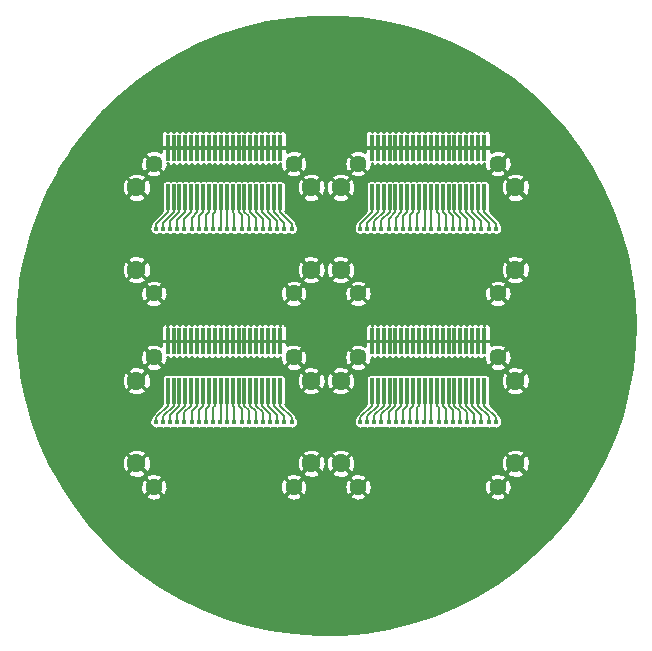
<source format=gbr>
G04 #@! TF.GenerationSoftware,KiCad,Pcbnew,(5.1.0)-1*
G04 #@! TF.CreationDate,2019-11-25T13:15:00-07:00*
G04 #@! TF.ProjectId,Gateway03,47617465-7761-4793-9033-2e6b69636164,rev?*
G04 #@! TF.SameCoordinates,Original*
G04 #@! TF.FileFunction,Copper,L2,Bot*
G04 #@! TF.FilePolarity,Positive*
%FSLAX46Y46*%
G04 Gerber Fmt 4.6, Leading zero omitted, Abs format (unit mm)*
G04 Created by KiCad (PCBNEW (5.1.0)-1) date 2019-11-25 13:15:00*
%MOMM*%
%LPD*%
G04 APERTURE LIST*
%ADD10R,0.300000X2.200000*%
%ADD11C,1.450000*%
%ADD12C,1.600000*%
%ADD13C,0.452000*%
%ADD14C,0.152400*%
%ADD15C,0.254000*%
G04 APERTURE END LIST*
D10*
X88460000Y-82207000D03*
X86460000Y-82207000D03*
X88960000Y-82207000D03*
X85460000Y-82207000D03*
X87460000Y-82207000D03*
X86960000Y-82207000D03*
X89960000Y-82207000D03*
X85960000Y-82207000D03*
X87960000Y-82207000D03*
X89460000Y-82207000D03*
X88460000Y-86407000D03*
X86460000Y-86407000D03*
X88960000Y-86407000D03*
X85460000Y-86407000D03*
X87460000Y-86407000D03*
X86960000Y-86407000D03*
X89960000Y-86407000D03*
X85960000Y-86407000D03*
X87960000Y-86407000D03*
X89460000Y-86407000D03*
D11*
X91130000Y-83567000D03*
X79290000Y-83567000D03*
D12*
X92605000Y-85567000D03*
X77815000Y-85567000D03*
D10*
X80460000Y-86407000D03*
X80460000Y-82207000D03*
X80960000Y-86407000D03*
X80960000Y-82207000D03*
X81460000Y-86407000D03*
X81460000Y-82207000D03*
X81960000Y-86407000D03*
X81960000Y-82207000D03*
X82460000Y-86407000D03*
X82460000Y-82207000D03*
X82960000Y-86407000D03*
X82960000Y-82207000D03*
X83460000Y-86407000D03*
X83460000Y-82207000D03*
X83960000Y-86407000D03*
X83960000Y-82207000D03*
X84460000Y-86407000D03*
X84460000Y-82207000D03*
X84960000Y-86407000D03*
X84960000Y-82207000D03*
D11*
X91130000Y-94547000D03*
X79290000Y-94547000D03*
D12*
X92605000Y-92547000D03*
X77815000Y-92547000D03*
D11*
X108414000Y-94547000D03*
X96574000Y-94547000D03*
D12*
X109889000Y-92547000D03*
X95099000Y-92547000D03*
D10*
X88460000Y-98593000D03*
X86460000Y-98593000D03*
X88960000Y-98593000D03*
X85460000Y-98593000D03*
X87460000Y-98593000D03*
X86960000Y-98593000D03*
X89960000Y-98593000D03*
X85960000Y-98593000D03*
X87960000Y-98593000D03*
X89460000Y-98593000D03*
X88460000Y-102793000D03*
X86460000Y-102793000D03*
X88960000Y-102793000D03*
X85460000Y-102793000D03*
X87460000Y-102793000D03*
X86960000Y-102793000D03*
X89960000Y-102793000D03*
X85960000Y-102793000D03*
X87960000Y-102793000D03*
X89460000Y-102793000D03*
D11*
X91130000Y-99953000D03*
X79290000Y-99953000D03*
D12*
X92605000Y-101953000D03*
X77815000Y-101953000D03*
D10*
X80460000Y-102793000D03*
X80460000Y-98593000D03*
X80960000Y-102793000D03*
X80960000Y-98593000D03*
X81460000Y-102793000D03*
X81460000Y-98593000D03*
X81960000Y-102793000D03*
X81960000Y-98593000D03*
X82460000Y-102793000D03*
X82460000Y-98593000D03*
X82960000Y-102793000D03*
X82960000Y-98593000D03*
X83460000Y-102793000D03*
X83460000Y-98593000D03*
X83960000Y-102793000D03*
X83960000Y-98593000D03*
X84460000Y-102793000D03*
X84460000Y-98593000D03*
X84960000Y-102793000D03*
X84960000Y-98593000D03*
D11*
X91130000Y-110933000D03*
X79290000Y-110933000D03*
D12*
X92605000Y-108933000D03*
X77815000Y-108933000D03*
D10*
X105744000Y-98593000D03*
X103744000Y-98593000D03*
X106244000Y-98593000D03*
X102744000Y-98593000D03*
X104744000Y-98593000D03*
X104244000Y-98593000D03*
X107244000Y-98593000D03*
X103244000Y-98593000D03*
X105244000Y-98593000D03*
X106744000Y-98593000D03*
X105744000Y-102793000D03*
X103744000Y-102793000D03*
X106244000Y-102793000D03*
X102744000Y-102793000D03*
X104744000Y-102793000D03*
X104244000Y-102793000D03*
X107244000Y-102793000D03*
X103244000Y-102793000D03*
X105244000Y-102793000D03*
X106744000Y-102793000D03*
D11*
X108414000Y-99953000D03*
X96574000Y-99953000D03*
D12*
X109889000Y-101953000D03*
X95099000Y-101953000D03*
D10*
X97744000Y-102793000D03*
X97744000Y-98593000D03*
X98244000Y-102793000D03*
X98244000Y-98593000D03*
X98744000Y-102793000D03*
X98744000Y-98593000D03*
X99244000Y-102793000D03*
X99244000Y-98593000D03*
X99744000Y-102793000D03*
X99744000Y-98593000D03*
X100244000Y-102793000D03*
X100244000Y-98593000D03*
X100744000Y-102793000D03*
X100744000Y-98593000D03*
X101244000Y-102793000D03*
X101244000Y-98593000D03*
X101744000Y-102793000D03*
X101744000Y-98593000D03*
X102244000Y-102793000D03*
X102244000Y-98593000D03*
D11*
X108414000Y-110933000D03*
X96574000Y-110933000D03*
D12*
X109889000Y-108933000D03*
X95099000Y-108933000D03*
D10*
X105744000Y-82207000D03*
X103744000Y-82207000D03*
X106244000Y-82207000D03*
X102744000Y-82207000D03*
X104744000Y-82207000D03*
X104244000Y-82207000D03*
X107244000Y-82207000D03*
X103244000Y-82207000D03*
X105244000Y-82207000D03*
X106744000Y-82207000D03*
X105744000Y-86407000D03*
X103744000Y-86407000D03*
X106244000Y-86407000D03*
X102744000Y-86407000D03*
X104744000Y-86407000D03*
X104244000Y-86407000D03*
X107244000Y-86407000D03*
X103244000Y-86407000D03*
X105244000Y-86407000D03*
X106744000Y-86407000D03*
D11*
X108414000Y-83567000D03*
X96574000Y-83567000D03*
D12*
X109889000Y-85567000D03*
X95099000Y-85567000D03*
D10*
X97744000Y-86407000D03*
X97744000Y-82207000D03*
X98244000Y-86407000D03*
X98244000Y-82207000D03*
X98744000Y-86407000D03*
X98744000Y-82207000D03*
X99244000Y-86407000D03*
X99244000Y-82207000D03*
X99744000Y-86407000D03*
X99744000Y-82207000D03*
X100244000Y-86407000D03*
X100244000Y-82207000D03*
X100744000Y-86407000D03*
X100744000Y-82207000D03*
X101244000Y-86407000D03*
X101244000Y-82207000D03*
X101744000Y-86407000D03*
X101744000Y-82207000D03*
X102244000Y-86407000D03*
X102244000Y-82207000D03*
D13*
X108239600Y-89057000D03*
X107634800Y-89057000D03*
X107030000Y-89057000D03*
X106425200Y-89057000D03*
X105820400Y-89057000D03*
X105215600Y-89057000D03*
X104610800Y-89057000D03*
X104006000Y-89057000D03*
X103401200Y-89057000D03*
X102796400Y-89057000D03*
X90955600Y-89057000D03*
X90350800Y-89057000D03*
X89746000Y-89057000D03*
X89141200Y-89057000D03*
X88536400Y-89057000D03*
X87931600Y-89057000D03*
X87326800Y-89057000D03*
X86722000Y-89057000D03*
X86117200Y-89057000D03*
X85512400Y-89057000D03*
X90955600Y-105443000D03*
X90350800Y-105443000D03*
X89746000Y-105443000D03*
X89141200Y-105443000D03*
X88536400Y-105443000D03*
X87931600Y-105443000D03*
X87326800Y-105443000D03*
X86722000Y-105443000D03*
X86117200Y-105443000D03*
X85512400Y-105443000D03*
X108239600Y-105443000D03*
X107634800Y-105443000D03*
X107030000Y-105443000D03*
X106425200Y-105443000D03*
X105820400Y-105443000D03*
X105215600Y-105443000D03*
X104610800Y-105443000D03*
X104006000Y-105443000D03*
X103401200Y-105443000D03*
X102796400Y-105443000D03*
X84907600Y-89057000D03*
X84302800Y-89057000D03*
X83698000Y-89057000D03*
X83093200Y-89057000D03*
X82488400Y-89057000D03*
X81883600Y-89057000D03*
X81278800Y-89057000D03*
X80674000Y-89057000D03*
X80069200Y-89057000D03*
X79464400Y-89057000D03*
X96748400Y-89057000D03*
X97353200Y-89057000D03*
X97958000Y-89057000D03*
X98562800Y-89057000D03*
X99167600Y-89057000D03*
X99772400Y-89057000D03*
X100377200Y-89057000D03*
X100982000Y-89057000D03*
X101586800Y-89057000D03*
X102191600Y-89057000D03*
X84907600Y-105443000D03*
X84302800Y-105443000D03*
X83698000Y-105443000D03*
X83093200Y-105443000D03*
X82488400Y-105443000D03*
X81883600Y-105443000D03*
X81278800Y-105443000D03*
X80674000Y-105443000D03*
X80069200Y-105443000D03*
X79464400Y-105443000D03*
X96748400Y-105443000D03*
X97353200Y-105443000D03*
X97958000Y-105443000D03*
X98562800Y-105443000D03*
X99167600Y-105443000D03*
X99772400Y-105443000D03*
X100377200Y-105443000D03*
X100982000Y-105443000D03*
X101586800Y-105443000D03*
X102191600Y-105443000D03*
D14*
X108239600Y-88737388D02*
X108239600Y-89057000D01*
X108239600Y-88655000D02*
X108239600Y-88737388D01*
X107244000Y-87659400D02*
X108239600Y-88655000D01*
X107244000Y-86407000D02*
X107244000Y-87659400D01*
X107634800Y-88550200D02*
X107634800Y-89057000D01*
X106744000Y-87659400D02*
X107634800Y-88550200D01*
X106744000Y-86407000D02*
X106744000Y-87659400D01*
X107030000Y-88737388D02*
X107030000Y-89057000D01*
X107030000Y-88445400D02*
X107030000Y-88737388D01*
X106244000Y-87659400D02*
X107030000Y-88445400D01*
X106244000Y-86407000D02*
X106244000Y-87659400D01*
X106425200Y-88340600D02*
X106425200Y-89057000D01*
X105744000Y-87659400D02*
X106425200Y-88340600D01*
X105744000Y-86407000D02*
X105744000Y-87659400D01*
X105820400Y-88737388D02*
X105820400Y-89057000D01*
X105820400Y-88235800D02*
X105820400Y-88737388D01*
X105244000Y-87659400D02*
X105820400Y-88235800D01*
X105244000Y-86407000D02*
X105244000Y-87659400D01*
X105215600Y-88737388D02*
X105215600Y-89057000D01*
X105215600Y-88131000D02*
X105215600Y-88737388D01*
X104744000Y-87659400D02*
X105215600Y-88131000D01*
X104744000Y-86407000D02*
X104744000Y-87659400D01*
X104610800Y-88737388D02*
X104610800Y-89057000D01*
X104610800Y-88026200D02*
X104610800Y-88737388D01*
X104244000Y-87659400D02*
X104610800Y-88026200D01*
X104244000Y-86407000D02*
X104244000Y-87659400D01*
X104006000Y-88737388D02*
X104006000Y-89057000D01*
X104006000Y-87921400D02*
X104006000Y-88737388D01*
X103744000Y-87659400D02*
X104006000Y-87921400D01*
X103744000Y-86407000D02*
X103744000Y-87659400D01*
X103401200Y-88737388D02*
X103401200Y-89057000D01*
X103401200Y-87816600D02*
X103401200Y-88737388D01*
X103244000Y-87659400D02*
X103401200Y-87816600D01*
X103244000Y-86407000D02*
X103244000Y-87659400D01*
X102744000Y-89004600D02*
X102796400Y-89057000D01*
X102744000Y-86407000D02*
X102744000Y-89004600D01*
X89960000Y-87659400D02*
X90955600Y-88655000D01*
X89960000Y-86407000D02*
X89960000Y-87659400D01*
X90955600Y-88737388D02*
X90955600Y-89057000D01*
X90955600Y-88655000D02*
X90955600Y-88737388D01*
X89460000Y-86407000D02*
X89460000Y-87659400D01*
X89460000Y-87659400D02*
X90350800Y-88550200D01*
X90350800Y-88550200D02*
X90350800Y-89057000D01*
X88960000Y-86407000D02*
X88960000Y-87659400D01*
X89746000Y-88737388D02*
X89746000Y-89057000D01*
X89746000Y-88445400D02*
X89746000Y-88737388D01*
X88960000Y-87659400D02*
X89746000Y-88445400D01*
X88460000Y-87659400D02*
X89141200Y-88340600D01*
X88460000Y-86407000D02*
X88460000Y-87659400D01*
X89141200Y-88340600D02*
X89141200Y-89057000D01*
X88536400Y-88235800D02*
X88536400Y-88737388D01*
X87960000Y-86407000D02*
X87960000Y-87659400D01*
X88536400Y-88737388D02*
X88536400Y-89057000D01*
X87960000Y-87659400D02*
X88536400Y-88235800D01*
X87460000Y-87659400D02*
X87931600Y-88131000D01*
X87931600Y-88737388D02*
X87931600Y-89057000D01*
X87460000Y-86407000D02*
X87460000Y-87659400D01*
X87931600Y-88131000D02*
X87931600Y-88737388D01*
X86960000Y-87659400D02*
X87326800Y-88026200D01*
X87326800Y-88026200D02*
X87326800Y-88737388D01*
X86960000Y-86407000D02*
X86960000Y-87659400D01*
X87326800Y-88737388D02*
X87326800Y-89057000D01*
X86460000Y-86407000D02*
X86460000Y-87659400D01*
X86722000Y-87921400D02*
X86722000Y-88737388D01*
X86460000Y-87659400D02*
X86722000Y-87921400D01*
X86722000Y-88737388D02*
X86722000Y-89057000D01*
X86117200Y-87816600D02*
X86117200Y-88737388D01*
X85960000Y-87659400D02*
X86117200Y-87816600D01*
X85960000Y-86407000D02*
X85960000Y-87659400D01*
X86117200Y-88737388D02*
X86117200Y-89057000D01*
X85460000Y-86407000D02*
X85460000Y-89004600D01*
X85460000Y-89004600D02*
X85512400Y-89057000D01*
X89960000Y-104045400D02*
X90955600Y-105041000D01*
X90955600Y-105041000D02*
X90955600Y-105123388D01*
X90955600Y-105123388D02*
X90955600Y-105443000D01*
X89960000Y-102793000D02*
X89960000Y-104045400D01*
X89960000Y-102443000D02*
X89960000Y-103443000D01*
X89460000Y-102793000D02*
X89460000Y-104045400D01*
X89460000Y-104045400D02*
X90350800Y-104936200D01*
X90350800Y-104936200D02*
X90350800Y-105443000D01*
X89460000Y-102443000D02*
X89460000Y-103579410D01*
X89746000Y-105123388D02*
X89746000Y-105443000D01*
X88960000Y-102793000D02*
X88960000Y-104045400D01*
X89746000Y-104831400D02*
X89746000Y-105123388D01*
X88960000Y-104045400D02*
X89746000Y-104831400D01*
X88960000Y-102443000D02*
X88960000Y-103715820D01*
X88460000Y-104045400D02*
X89141200Y-104726600D01*
X88460000Y-102793000D02*
X88460000Y-104045400D01*
X89141200Y-104726600D02*
X89141200Y-105443000D01*
X88460000Y-102443000D02*
X88460000Y-103852230D01*
X88536400Y-104621800D02*
X88536400Y-105123388D01*
X87960000Y-102793000D02*
X87960000Y-104045400D01*
X88536400Y-105123388D02*
X88536400Y-105443000D01*
X87960000Y-104045400D02*
X88536400Y-104621800D01*
X87960000Y-102443000D02*
X87960000Y-103988640D01*
X87460000Y-104045400D02*
X87931600Y-104517000D01*
X87460000Y-102793000D02*
X87460000Y-104045400D01*
X87931600Y-105123388D02*
X87931600Y-105443000D01*
X87931600Y-104517000D02*
X87931600Y-105123388D01*
X87326800Y-104412200D02*
X87326800Y-105123388D01*
X86960000Y-104045400D02*
X87326800Y-104412200D01*
X86960000Y-102793000D02*
X86960000Y-104045400D01*
X87326800Y-105123388D02*
X87326800Y-105443000D01*
X86722000Y-105123388D02*
X86722000Y-105443000D01*
X86460000Y-102793000D02*
X86460000Y-104045400D01*
X86722000Y-104307400D02*
X86722000Y-105123388D01*
X86460000Y-104045400D02*
X86722000Y-104307400D01*
X86117200Y-104202600D02*
X86117200Y-105123388D01*
X86117200Y-105123388D02*
X86117200Y-105443000D01*
X85960000Y-104045400D02*
X86117200Y-104202600D01*
X85960000Y-102793000D02*
X85960000Y-104045400D01*
X85460000Y-102793000D02*
X85460000Y-105390600D01*
X85460000Y-105390600D02*
X85512400Y-105443000D01*
X107244000Y-104045400D02*
X108239600Y-105041000D01*
X107244000Y-102793000D02*
X107244000Y-104045400D01*
X108239600Y-105123388D02*
X108239600Y-105443000D01*
X108239600Y-105041000D02*
X108239600Y-105123388D01*
X106744000Y-102793000D02*
X106744000Y-104045400D01*
X106744000Y-104045400D02*
X107634800Y-104936200D01*
X107634800Y-104936200D02*
X107634800Y-105443000D01*
X106244000Y-102793000D02*
X106244000Y-104045400D01*
X107030000Y-105123388D02*
X107030000Y-105443000D01*
X107030000Y-104831400D02*
X107030000Y-105123388D01*
X106244000Y-104045400D02*
X107030000Y-104831400D01*
X105744000Y-104045400D02*
X106425200Y-104726600D01*
X105744000Y-102793000D02*
X105744000Y-104045400D01*
X106425200Y-104726600D02*
X106425200Y-105443000D01*
X105820400Y-104621800D02*
X105820400Y-105123388D01*
X105244000Y-102793000D02*
X105244000Y-104045400D01*
X105820400Y-105123388D02*
X105820400Y-105443000D01*
X105244000Y-104045400D02*
X105820400Y-104621800D01*
X104744000Y-104045400D02*
X105215600Y-104517000D01*
X105215600Y-105123388D02*
X105215600Y-105443000D01*
X104744000Y-102793000D02*
X104744000Y-104045400D01*
X105215600Y-104517000D02*
X105215600Y-105123388D01*
X104244000Y-104045400D02*
X104610800Y-104412200D01*
X104610800Y-104412200D02*
X104610800Y-105123388D01*
X104244000Y-102793000D02*
X104244000Y-104045400D01*
X104610800Y-105123388D02*
X104610800Y-105443000D01*
X103744000Y-102793000D02*
X103744000Y-104045400D01*
X104006000Y-104307400D02*
X104006000Y-105123388D01*
X103744000Y-104045400D02*
X104006000Y-104307400D01*
X104006000Y-105123388D02*
X104006000Y-105443000D01*
X103401200Y-104202600D02*
X103401200Y-105123388D01*
X103244000Y-104045400D02*
X103401200Y-104202600D01*
X103244000Y-102793000D02*
X103244000Y-104045400D01*
X103401200Y-105123388D02*
X103401200Y-105443000D01*
X102744000Y-102793000D02*
X102744000Y-105390600D01*
X102744000Y-105390600D02*
X102796400Y-105443000D01*
X84960000Y-89004600D02*
X84907600Y-89057000D01*
X84960000Y-86407000D02*
X84960000Y-89004600D01*
X84460000Y-86407000D02*
X84460000Y-87659400D01*
X84302800Y-87816600D02*
X84302800Y-88737388D01*
X84460000Y-87659400D02*
X84302800Y-87816600D01*
X84302800Y-88737388D02*
X84302800Y-89057000D01*
X83698000Y-88737388D02*
X83698000Y-89057000D01*
X83698000Y-87921400D02*
X83698000Y-88737388D01*
X83960000Y-86407000D02*
X83960000Y-87659400D01*
X83960000Y-87659400D02*
X83698000Y-87921400D01*
X83093200Y-88737388D02*
X83093200Y-89057000D01*
X83460000Y-87659400D02*
X83093200Y-88026200D01*
X83093200Y-88026200D02*
X83093200Y-88737388D01*
X83460000Y-86407000D02*
X83460000Y-87659400D01*
X82488400Y-88737388D02*
X82488400Y-89057000D01*
X82960000Y-87659400D02*
X82488400Y-88131000D01*
X82488400Y-88131000D02*
X82488400Y-88737388D01*
X82960000Y-86407000D02*
X82960000Y-87659400D01*
X81883600Y-88237417D02*
X81883600Y-88737388D01*
X82460000Y-87661017D02*
X81883600Y-88237417D01*
X81883600Y-88737388D02*
X81883600Y-89057000D01*
X82460000Y-86407000D02*
X82460000Y-87661017D01*
X81278800Y-88343835D02*
X81278800Y-88737388D01*
X81278800Y-88737388D02*
X81278800Y-89057000D01*
X81960000Y-86407000D02*
X81960000Y-87662635D01*
X81960000Y-87662635D02*
X81278800Y-88343835D01*
X81460000Y-87664253D02*
X80674000Y-88450253D01*
X80674000Y-88450253D02*
X80674000Y-88737388D01*
X80674000Y-88737388D02*
X80674000Y-89057000D01*
X81460000Y-86407000D02*
X81460000Y-87664253D01*
X80069200Y-88737388D02*
X80069200Y-89057000D01*
X80960000Y-87665871D02*
X80069200Y-88556671D01*
X80069200Y-88556671D02*
X80069200Y-88737388D01*
X80960000Y-86407000D02*
X80960000Y-87665871D01*
X79464400Y-88655000D02*
X79464400Y-88737388D01*
X80460000Y-86407000D02*
X80460000Y-87659400D01*
X79464400Y-88737388D02*
X79464400Y-89057000D01*
X80460000Y-87659400D02*
X79464400Y-88655000D01*
X96748400Y-88737388D02*
X96748400Y-89057000D01*
X96748400Y-88655000D02*
X96748400Y-88737388D01*
X97744000Y-87659400D02*
X96748400Y-88655000D01*
X97744000Y-86407000D02*
X97744000Y-87659400D01*
X97353200Y-88737388D02*
X97353200Y-89057000D01*
X97353200Y-88556671D02*
X97353200Y-88737388D01*
X98244000Y-87665871D02*
X97353200Y-88556671D01*
X98244000Y-86407000D02*
X98244000Y-87665871D01*
X97958000Y-88737388D02*
X97958000Y-89057000D01*
X97958000Y-88450253D02*
X97958000Y-88737388D01*
X98744000Y-87664253D02*
X97958000Y-88450253D01*
X98744000Y-86407000D02*
X98744000Y-87664253D01*
X98562800Y-88737388D02*
X98562800Y-89057000D01*
X98562800Y-88343835D02*
X98562800Y-88737388D01*
X99244000Y-87662635D02*
X98562800Y-88343835D01*
X99244000Y-86407000D02*
X99244000Y-87662635D01*
X99167600Y-88737388D02*
X99167600Y-89057000D01*
X99167600Y-88237417D02*
X99167600Y-88737388D01*
X99744000Y-87661017D02*
X99167600Y-88237417D01*
X99744000Y-86407000D02*
X99744000Y-87661017D01*
X99772400Y-88737388D02*
X99772400Y-89057000D01*
X99772400Y-88131000D02*
X99772400Y-88737388D01*
X100244000Y-87659400D02*
X99772400Y-88131000D01*
X100244000Y-86407000D02*
X100244000Y-87659400D01*
X100377200Y-88737388D02*
X100377200Y-89057000D01*
X100377200Y-88026200D02*
X100377200Y-88737388D01*
X100744000Y-87659400D02*
X100377200Y-88026200D01*
X100744000Y-86407000D02*
X100744000Y-87659400D01*
X100982000Y-88737388D02*
X100982000Y-89057000D01*
X100982000Y-87921400D02*
X100982000Y-88737388D01*
X101244000Y-87659400D02*
X100982000Y-87921400D01*
X101244000Y-86407000D02*
X101244000Y-87659400D01*
X101586800Y-88737388D02*
X101586800Y-89057000D01*
X101586800Y-87816600D02*
X101586800Y-88737388D01*
X101744000Y-87659400D02*
X101586800Y-87816600D01*
X101744000Y-86407000D02*
X101744000Y-87659400D01*
X102244000Y-89004600D02*
X102191600Y-89057000D01*
X102244000Y-86407000D02*
X102244000Y-89004600D01*
X84960000Y-105390600D02*
X84907600Y-105443000D01*
X84960000Y-102793000D02*
X84960000Y-105390600D01*
X84460000Y-102793000D02*
X84460000Y-104045400D01*
X84302800Y-104202600D02*
X84302800Y-105123388D01*
X84460000Y-104045400D02*
X84302800Y-104202600D01*
X84302800Y-105123388D02*
X84302800Y-105443000D01*
X83960000Y-104045400D02*
X83698000Y-104307400D01*
X83960000Y-102793000D02*
X83960000Y-104045400D01*
X83698000Y-105123388D02*
X83698000Y-105443000D01*
X83698000Y-104307400D02*
X83698000Y-105123388D01*
X83093200Y-105123388D02*
X83093200Y-105443000D01*
X83460000Y-104045400D02*
X83093200Y-104412200D01*
X83093200Y-104412200D02*
X83093200Y-105123388D01*
X83460000Y-102793000D02*
X83460000Y-104045400D01*
X82488400Y-104517000D02*
X82488400Y-105123388D01*
X82488400Y-105123388D02*
X82488400Y-105443000D01*
X82960000Y-102793000D02*
X82960000Y-104045400D01*
X82960000Y-104045400D02*
X82488400Y-104517000D01*
X82460000Y-104047017D02*
X81883600Y-104623417D01*
X82460000Y-102793000D02*
X82460000Y-104047017D01*
X81883600Y-104623417D02*
X81883600Y-105123388D01*
X81883600Y-105123388D02*
X81883600Y-105443000D01*
X82460000Y-102443000D02*
X82460000Y-103988640D01*
X81278800Y-104729835D02*
X81278800Y-105123388D01*
X81278800Y-105123388D02*
X81278800Y-105443000D01*
X81960000Y-104048635D02*
X81278800Y-104729835D01*
X81960000Y-102793000D02*
X81960000Y-104048635D01*
X81960000Y-102443000D02*
X81960000Y-103852230D01*
X80674000Y-104836253D02*
X80674000Y-105123388D01*
X80674000Y-105123388D02*
X80674000Y-105443000D01*
X81460000Y-104050253D02*
X80674000Y-104836253D01*
X81460000Y-102793000D02*
X81460000Y-104050253D01*
X81460000Y-102443000D02*
X81460000Y-103715820D01*
X80069200Y-104942671D02*
X80069200Y-105123388D01*
X80069200Y-105123388D02*
X80069200Y-105443000D01*
X80960000Y-104051871D02*
X80069200Y-104942671D01*
X80960000Y-102793000D02*
X80960000Y-104051871D01*
X80960000Y-102443000D02*
X80960000Y-103579410D01*
X80460000Y-102793000D02*
X80460000Y-104045400D01*
X79464400Y-105041000D02*
X79464400Y-105123388D01*
X79464400Y-105123388D02*
X79464400Y-105443000D01*
X80460000Y-104045400D02*
X79464400Y-105041000D01*
X80460000Y-102443000D02*
X80460000Y-103443000D01*
X96748400Y-105041000D02*
X96748400Y-105123388D01*
X97744000Y-102793000D02*
X97744000Y-104045400D01*
X96748400Y-105123388D02*
X96748400Y-105443000D01*
X97744000Y-104045400D02*
X96748400Y-105041000D01*
X97353200Y-105123388D02*
X97353200Y-105443000D01*
X98244000Y-104051871D02*
X97353200Y-104942671D01*
X97353200Y-104942671D02*
X97353200Y-105123388D01*
X98244000Y-102793000D02*
X98244000Y-104051871D01*
X98744000Y-104050253D02*
X97958000Y-104836253D01*
X97958000Y-104836253D02*
X97958000Y-105123388D01*
X97958000Y-105123388D02*
X97958000Y-105443000D01*
X98744000Y-102793000D02*
X98744000Y-104050253D01*
X98562800Y-104729835D02*
X98562800Y-105123388D01*
X98562800Y-105123388D02*
X98562800Y-105443000D01*
X99244000Y-102793000D02*
X99244000Y-104048635D01*
X99244000Y-104048635D02*
X98562800Y-104729835D01*
X99167600Y-104623417D02*
X99167600Y-105123388D01*
X99744000Y-104047017D02*
X99167600Y-104623417D01*
X99167600Y-105123388D02*
X99167600Y-105443000D01*
X99744000Y-102793000D02*
X99744000Y-104047017D01*
X99772400Y-105123388D02*
X99772400Y-105443000D01*
X100244000Y-104045400D02*
X99772400Y-104517000D01*
X99772400Y-104517000D02*
X99772400Y-105123388D01*
X100244000Y-102793000D02*
X100244000Y-104045400D01*
X100377200Y-105123388D02*
X100377200Y-105443000D01*
X100744000Y-104045400D02*
X100377200Y-104412200D01*
X100377200Y-104412200D02*
X100377200Y-105123388D01*
X100744000Y-102793000D02*
X100744000Y-104045400D01*
X100982000Y-105123388D02*
X100982000Y-105443000D01*
X100982000Y-104307400D02*
X100982000Y-105123388D01*
X101244000Y-102793000D02*
X101244000Y-104045400D01*
X101244000Y-104045400D02*
X100982000Y-104307400D01*
X101744000Y-102793000D02*
X101744000Y-104045400D01*
X101586800Y-104202600D02*
X101586800Y-105123388D01*
X101744000Y-104045400D02*
X101586800Y-104202600D01*
X101586800Y-105123388D02*
X101586800Y-105443000D01*
X102244000Y-105390600D02*
X102191600Y-105443000D01*
X102244000Y-102793000D02*
X102244000Y-105390600D01*
D15*
G36*
X96766690Y-71264956D02*
G01*
X98751647Y-71565153D01*
X100707723Y-72016749D01*
X102623388Y-72617082D01*
X104487350Y-73362613D01*
X106288622Y-74248949D01*
X108016586Y-75270864D01*
X109661058Y-76422336D01*
X111212343Y-77696576D01*
X112661297Y-79086073D01*
X113999380Y-80582638D01*
X115218705Y-82177448D01*
X116312083Y-83861103D01*
X117273071Y-85623679D01*
X118096003Y-87454787D01*
X118776030Y-89343632D01*
X119309141Y-91279081D01*
X119692196Y-93249726D01*
X119922935Y-95243951D01*
X120000000Y-97250000D01*
X119948403Y-98891847D01*
X119745529Y-100889098D01*
X119390027Y-102864899D01*
X118883990Y-104807603D01*
X118230403Y-106705759D01*
X117433117Y-108548178D01*
X116496832Y-110324000D01*
X115427068Y-112022757D01*
X114230129Y-113634436D01*
X112913072Y-115149538D01*
X111483659Y-116559130D01*
X109950316Y-117854905D01*
X108322082Y-119029225D01*
X106608554Y-120075166D01*
X104819833Y-120986566D01*
X102966462Y-121758049D01*
X101059366Y-122385071D01*
X99109785Y-122863934D01*
X97129213Y-123191815D01*
X95129324Y-123366783D01*
X93121905Y-123387805D01*
X91118790Y-123254759D01*
X89131785Y-122968427D01*
X87172604Y-122530498D01*
X85252795Y-121943553D01*
X83383673Y-121211053D01*
X81576258Y-120337314D01*
X79841201Y-119327487D01*
X78188731Y-118187524D01*
X76628588Y-116924145D01*
X75169968Y-115544797D01*
X73821470Y-114057610D01*
X72591041Y-112471351D01*
X72077240Y-111692130D01*
X78563397Y-111692130D01*
X78628337Y-111882830D01*
X78826354Y-111993664D01*
X79042188Y-112063737D01*
X79267545Y-112090356D01*
X79493766Y-112072498D01*
X79712155Y-112010850D01*
X79914322Y-111907781D01*
X79951663Y-111882830D01*
X80016603Y-111692130D01*
X90403397Y-111692130D01*
X90468337Y-111882830D01*
X90666354Y-111993664D01*
X90882188Y-112063737D01*
X91107545Y-112090356D01*
X91333766Y-112072498D01*
X91552155Y-112010850D01*
X91754322Y-111907781D01*
X91791663Y-111882830D01*
X91856603Y-111692130D01*
X95847397Y-111692130D01*
X95912337Y-111882830D01*
X96110354Y-111993664D01*
X96326188Y-112063737D01*
X96551545Y-112090356D01*
X96777766Y-112072498D01*
X96996155Y-112010850D01*
X97198322Y-111907781D01*
X97235663Y-111882830D01*
X97300603Y-111692130D01*
X107687397Y-111692130D01*
X107752337Y-111882830D01*
X107950354Y-111993664D01*
X108166188Y-112063737D01*
X108391545Y-112090356D01*
X108617766Y-112072498D01*
X108836155Y-112010850D01*
X109038322Y-111907781D01*
X109075663Y-111882830D01*
X109140603Y-111692130D01*
X108414000Y-110965527D01*
X107687397Y-111692130D01*
X97300603Y-111692130D01*
X96574000Y-110965527D01*
X95847397Y-111692130D01*
X91856603Y-111692130D01*
X91130000Y-110965527D01*
X90403397Y-111692130D01*
X80016603Y-111692130D01*
X79290000Y-110965527D01*
X78563397Y-111692130D01*
X72077240Y-111692130D01*
X71561879Y-110910545D01*
X78132644Y-110910545D01*
X78150502Y-111136766D01*
X78212150Y-111355155D01*
X78315219Y-111557322D01*
X78340170Y-111594663D01*
X78530870Y-111659603D01*
X79257473Y-110933000D01*
X79322527Y-110933000D01*
X80049130Y-111659603D01*
X80239830Y-111594663D01*
X80350664Y-111396646D01*
X80420737Y-111180812D01*
X80447356Y-110955455D01*
X80443811Y-110910545D01*
X89972644Y-110910545D01*
X89990502Y-111136766D01*
X90052150Y-111355155D01*
X90155219Y-111557322D01*
X90180170Y-111594663D01*
X90370870Y-111659603D01*
X91097473Y-110933000D01*
X91162527Y-110933000D01*
X91889130Y-111659603D01*
X92079830Y-111594663D01*
X92190664Y-111396646D01*
X92260737Y-111180812D01*
X92287356Y-110955455D01*
X92283811Y-110910545D01*
X95416644Y-110910545D01*
X95434502Y-111136766D01*
X95496150Y-111355155D01*
X95599219Y-111557322D01*
X95624170Y-111594663D01*
X95814870Y-111659603D01*
X96541473Y-110933000D01*
X96606527Y-110933000D01*
X97333130Y-111659603D01*
X97523830Y-111594663D01*
X97634664Y-111396646D01*
X97704737Y-111180812D01*
X97731356Y-110955455D01*
X97727811Y-110910545D01*
X107256644Y-110910545D01*
X107274502Y-111136766D01*
X107336150Y-111355155D01*
X107439219Y-111557322D01*
X107464170Y-111594663D01*
X107654870Y-111659603D01*
X108381473Y-110933000D01*
X108446527Y-110933000D01*
X109173130Y-111659603D01*
X109363830Y-111594663D01*
X109474664Y-111396646D01*
X109544737Y-111180812D01*
X109571356Y-110955455D01*
X109553498Y-110729234D01*
X109491850Y-110510845D01*
X109388781Y-110308678D01*
X109363830Y-110271337D01*
X109173130Y-110206397D01*
X108446527Y-110933000D01*
X108381473Y-110933000D01*
X107654870Y-110206397D01*
X107464170Y-110271337D01*
X107353336Y-110469354D01*
X107283263Y-110685188D01*
X107256644Y-110910545D01*
X97727811Y-110910545D01*
X97713498Y-110729234D01*
X97651850Y-110510845D01*
X97548781Y-110308678D01*
X97523830Y-110271337D01*
X97333130Y-110206397D01*
X96606527Y-110933000D01*
X96541473Y-110933000D01*
X95814870Y-110206397D01*
X95624170Y-110271337D01*
X95513336Y-110469354D01*
X95443263Y-110685188D01*
X95416644Y-110910545D01*
X92283811Y-110910545D01*
X92269498Y-110729234D01*
X92207850Y-110510845D01*
X92104781Y-110308678D01*
X92079830Y-110271337D01*
X91889130Y-110206397D01*
X91162527Y-110933000D01*
X91097473Y-110933000D01*
X90370870Y-110206397D01*
X90180170Y-110271337D01*
X90069336Y-110469354D01*
X89999263Y-110685188D01*
X89972644Y-110910545D01*
X80443811Y-110910545D01*
X80429498Y-110729234D01*
X80367850Y-110510845D01*
X80264781Y-110308678D01*
X80239830Y-110271337D01*
X80049130Y-110206397D01*
X79322527Y-110933000D01*
X79257473Y-110933000D01*
X78530870Y-110206397D01*
X78340170Y-110271337D01*
X78229336Y-110469354D01*
X78159263Y-110685188D01*
X78132644Y-110910545D01*
X71561879Y-110910545D01*
X71485935Y-110795370D01*
X71141433Y-110173870D01*
X78563397Y-110173870D01*
X79290000Y-110900473D01*
X80016603Y-110173870D01*
X90403397Y-110173870D01*
X91130000Y-110900473D01*
X91856603Y-110173870D01*
X95847397Y-110173870D01*
X96574000Y-110900473D01*
X97300603Y-110173870D01*
X107687397Y-110173870D01*
X108414000Y-110900473D01*
X109140603Y-110173870D01*
X109075663Y-109983170D01*
X108877646Y-109872336D01*
X108661812Y-109802263D01*
X108436455Y-109775644D01*
X108210234Y-109793502D01*
X107991845Y-109855150D01*
X107789678Y-109958219D01*
X107752337Y-109983170D01*
X107687397Y-110173870D01*
X97300603Y-110173870D01*
X97235663Y-109983170D01*
X97037646Y-109872336D01*
X96821812Y-109802263D01*
X96596455Y-109775644D01*
X96370234Y-109793502D01*
X96151845Y-109855150D01*
X95949678Y-109958219D01*
X95912337Y-109983170D01*
X95847397Y-110173870D01*
X91856603Y-110173870D01*
X91791663Y-109983170D01*
X91593646Y-109872336D01*
X91377812Y-109802263D01*
X91152455Y-109775644D01*
X90926234Y-109793502D01*
X90707845Y-109855150D01*
X90505678Y-109958219D01*
X90468337Y-109983170D01*
X90403397Y-110173870D01*
X80016603Y-110173870D01*
X79951663Y-109983170D01*
X79753646Y-109872336D01*
X79537812Y-109802263D01*
X79312455Y-109775644D01*
X79086234Y-109793502D01*
X78867845Y-109855150D01*
X78665678Y-109958219D01*
X78628337Y-109983170D01*
X78563397Y-110173870D01*
X71141433Y-110173870D01*
X70903945Y-109745432D01*
X77035095Y-109745432D01*
X77109032Y-109943812D01*
X77319796Y-110062117D01*
X77549591Y-110137031D01*
X77789586Y-110165675D01*
X78030557Y-110146947D01*
X78263245Y-110081568D01*
X78478707Y-109972050D01*
X78520968Y-109943812D01*
X78594905Y-109745432D01*
X91825095Y-109745432D01*
X91899032Y-109943812D01*
X92109796Y-110062117D01*
X92339591Y-110137031D01*
X92579586Y-110165675D01*
X92820557Y-110146947D01*
X93053245Y-110081568D01*
X93268707Y-109972050D01*
X93310968Y-109943812D01*
X93384905Y-109745432D01*
X94319095Y-109745432D01*
X94393032Y-109943812D01*
X94603796Y-110062117D01*
X94833591Y-110137031D01*
X95073586Y-110165675D01*
X95314557Y-110146947D01*
X95547245Y-110081568D01*
X95762707Y-109972050D01*
X95804968Y-109943812D01*
X95878905Y-109745432D01*
X109109095Y-109745432D01*
X109183032Y-109943812D01*
X109393796Y-110062117D01*
X109623591Y-110137031D01*
X109863586Y-110165675D01*
X110104557Y-110146947D01*
X110337245Y-110081568D01*
X110552707Y-109972050D01*
X110594968Y-109943812D01*
X110668905Y-109745432D01*
X109889000Y-108965527D01*
X109109095Y-109745432D01*
X95878905Y-109745432D01*
X95099000Y-108965527D01*
X94319095Y-109745432D01*
X93384905Y-109745432D01*
X92605000Y-108965527D01*
X91825095Y-109745432D01*
X78594905Y-109745432D01*
X77815000Y-108965527D01*
X77035095Y-109745432D01*
X70903945Y-109745432D01*
X70512666Y-109039546D01*
X70452250Y-108907586D01*
X76582325Y-108907586D01*
X76601053Y-109148557D01*
X76666432Y-109381245D01*
X76775950Y-109596707D01*
X76804188Y-109638968D01*
X77002568Y-109712905D01*
X77782473Y-108933000D01*
X77847527Y-108933000D01*
X78627432Y-109712905D01*
X78825812Y-109638968D01*
X78944117Y-109428204D01*
X79019031Y-109198409D01*
X79047675Y-108958414D01*
X79043725Y-108907586D01*
X91372325Y-108907586D01*
X91391053Y-109148557D01*
X91456432Y-109381245D01*
X91565950Y-109596707D01*
X91594188Y-109638968D01*
X91792568Y-109712905D01*
X92572473Y-108933000D01*
X92637527Y-108933000D01*
X93417432Y-109712905D01*
X93615812Y-109638968D01*
X93734117Y-109428204D01*
X93809031Y-109198409D01*
X93837675Y-108958414D01*
X93833725Y-108907586D01*
X93866325Y-108907586D01*
X93885053Y-109148557D01*
X93950432Y-109381245D01*
X94059950Y-109596707D01*
X94088188Y-109638968D01*
X94286568Y-109712905D01*
X95066473Y-108933000D01*
X95131527Y-108933000D01*
X95911432Y-109712905D01*
X96109812Y-109638968D01*
X96228117Y-109428204D01*
X96303031Y-109198409D01*
X96331675Y-108958414D01*
X96327725Y-108907586D01*
X108656325Y-108907586D01*
X108675053Y-109148557D01*
X108740432Y-109381245D01*
X108849950Y-109596707D01*
X108878188Y-109638968D01*
X109076568Y-109712905D01*
X109856473Y-108933000D01*
X109921527Y-108933000D01*
X110701432Y-109712905D01*
X110899812Y-109638968D01*
X111018117Y-109428204D01*
X111093031Y-109198409D01*
X111121675Y-108958414D01*
X111102947Y-108717443D01*
X111037568Y-108484755D01*
X110928050Y-108269293D01*
X110899812Y-108227032D01*
X110701432Y-108153095D01*
X109921527Y-108933000D01*
X109856473Y-108933000D01*
X109076568Y-108153095D01*
X108878188Y-108227032D01*
X108759883Y-108437796D01*
X108684969Y-108667591D01*
X108656325Y-108907586D01*
X96327725Y-108907586D01*
X96312947Y-108717443D01*
X96247568Y-108484755D01*
X96138050Y-108269293D01*
X96109812Y-108227032D01*
X95911432Y-108153095D01*
X95131527Y-108933000D01*
X95066473Y-108933000D01*
X94286568Y-108153095D01*
X94088188Y-108227032D01*
X93969883Y-108437796D01*
X93894969Y-108667591D01*
X93866325Y-108907586D01*
X93833725Y-108907586D01*
X93818947Y-108717443D01*
X93753568Y-108484755D01*
X93644050Y-108269293D01*
X93615812Y-108227032D01*
X93417432Y-108153095D01*
X92637527Y-108933000D01*
X92572473Y-108933000D01*
X91792568Y-108153095D01*
X91594188Y-108227032D01*
X91475883Y-108437796D01*
X91400969Y-108667591D01*
X91372325Y-108907586D01*
X79043725Y-108907586D01*
X79028947Y-108717443D01*
X78963568Y-108484755D01*
X78854050Y-108269293D01*
X78825812Y-108227032D01*
X78627432Y-108153095D01*
X77847527Y-108933000D01*
X77782473Y-108933000D01*
X77002568Y-108153095D01*
X76804188Y-108227032D01*
X76685883Y-108437796D01*
X76610969Y-108667591D01*
X76582325Y-108907586D01*
X70452250Y-108907586D01*
X70091925Y-108120568D01*
X77035095Y-108120568D01*
X77815000Y-108900473D01*
X78594905Y-108120568D01*
X91825095Y-108120568D01*
X92605000Y-108900473D01*
X93384905Y-108120568D01*
X94319095Y-108120568D01*
X95099000Y-108900473D01*
X95878905Y-108120568D01*
X109109095Y-108120568D01*
X109889000Y-108900473D01*
X110668905Y-108120568D01*
X110594968Y-107922188D01*
X110384204Y-107803883D01*
X110154409Y-107728969D01*
X109914414Y-107700325D01*
X109673443Y-107719053D01*
X109440755Y-107784432D01*
X109225293Y-107893950D01*
X109183032Y-107922188D01*
X109109095Y-108120568D01*
X95878905Y-108120568D01*
X95804968Y-107922188D01*
X95594204Y-107803883D01*
X95364409Y-107728969D01*
X95124414Y-107700325D01*
X94883443Y-107719053D01*
X94650755Y-107784432D01*
X94435293Y-107893950D01*
X94393032Y-107922188D01*
X94319095Y-108120568D01*
X93384905Y-108120568D01*
X93310968Y-107922188D01*
X93100204Y-107803883D01*
X92870409Y-107728969D01*
X92630414Y-107700325D01*
X92389443Y-107719053D01*
X92156755Y-107784432D01*
X91941293Y-107893950D01*
X91899032Y-107922188D01*
X91825095Y-108120568D01*
X78594905Y-108120568D01*
X78520968Y-107922188D01*
X78310204Y-107803883D01*
X78080409Y-107728969D01*
X77840414Y-107700325D01*
X77599443Y-107719053D01*
X77366755Y-107784432D01*
X77151293Y-107893950D01*
X77109032Y-107922188D01*
X77035095Y-108120568D01*
X70091925Y-108120568D01*
X69676970Y-107214228D01*
X69005246Y-105388534D01*
X78911400Y-105388534D01*
X78911400Y-105497466D01*
X78932651Y-105604304D01*
X78974338Y-105704944D01*
X79034857Y-105795517D01*
X79111883Y-105872543D01*
X79202456Y-105933062D01*
X79303096Y-105974749D01*
X79409934Y-105996000D01*
X79518866Y-105996000D01*
X79625704Y-105974749D01*
X79726344Y-105933062D01*
X79766800Y-105906030D01*
X79807256Y-105933062D01*
X79907896Y-105974749D01*
X80014734Y-105996000D01*
X80123666Y-105996000D01*
X80230504Y-105974749D01*
X80331144Y-105933062D01*
X80371600Y-105906030D01*
X80412056Y-105933062D01*
X80512696Y-105974749D01*
X80619534Y-105996000D01*
X80728466Y-105996000D01*
X80835304Y-105974749D01*
X80935944Y-105933062D01*
X80976400Y-105906030D01*
X81016856Y-105933062D01*
X81117496Y-105974749D01*
X81224334Y-105996000D01*
X81333266Y-105996000D01*
X81440104Y-105974749D01*
X81540744Y-105933062D01*
X81581200Y-105906030D01*
X81621656Y-105933062D01*
X81722296Y-105974749D01*
X81829134Y-105996000D01*
X81938066Y-105996000D01*
X82044904Y-105974749D01*
X82145544Y-105933062D01*
X82186000Y-105906030D01*
X82226456Y-105933062D01*
X82327096Y-105974749D01*
X82433934Y-105996000D01*
X82542866Y-105996000D01*
X82649704Y-105974749D01*
X82750344Y-105933062D01*
X82790800Y-105906030D01*
X82831256Y-105933062D01*
X82931896Y-105974749D01*
X83038734Y-105996000D01*
X83147666Y-105996000D01*
X83254504Y-105974749D01*
X83355144Y-105933062D01*
X83395600Y-105906030D01*
X83436056Y-105933062D01*
X83536696Y-105974749D01*
X83643534Y-105996000D01*
X83752466Y-105996000D01*
X83859304Y-105974749D01*
X83959944Y-105933062D01*
X84000400Y-105906030D01*
X84040856Y-105933062D01*
X84141496Y-105974749D01*
X84248334Y-105996000D01*
X84357266Y-105996000D01*
X84464104Y-105974749D01*
X84564744Y-105933062D01*
X84605200Y-105906030D01*
X84645656Y-105933062D01*
X84746296Y-105974749D01*
X84853134Y-105996000D01*
X84962066Y-105996000D01*
X85068904Y-105974749D01*
X85169544Y-105933062D01*
X85210000Y-105906030D01*
X85250456Y-105933062D01*
X85351096Y-105974749D01*
X85457934Y-105996000D01*
X85566866Y-105996000D01*
X85673704Y-105974749D01*
X85774344Y-105933062D01*
X85814800Y-105906030D01*
X85855256Y-105933062D01*
X85955896Y-105974749D01*
X86062734Y-105996000D01*
X86171666Y-105996000D01*
X86278504Y-105974749D01*
X86379144Y-105933062D01*
X86419600Y-105906030D01*
X86460056Y-105933062D01*
X86560696Y-105974749D01*
X86667534Y-105996000D01*
X86776466Y-105996000D01*
X86883304Y-105974749D01*
X86983944Y-105933062D01*
X87024400Y-105906030D01*
X87064856Y-105933062D01*
X87165496Y-105974749D01*
X87272334Y-105996000D01*
X87381266Y-105996000D01*
X87488104Y-105974749D01*
X87588744Y-105933062D01*
X87629200Y-105906030D01*
X87669656Y-105933062D01*
X87770296Y-105974749D01*
X87877134Y-105996000D01*
X87986066Y-105996000D01*
X88092904Y-105974749D01*
X88193544Y-105933062D01*
X88234000Y-105906030D01*
X88274456Y-105933062D01*
X88375096Y-105974749D01*
X88481934Y-105996000D01*
X88590866Y-105996000D01*
X88697704Y-105974749D01*
X88798344Y-105933062D01*
X88838800Y-105906030D01*
X88879256Y-105933062D01*
X88979896Y-105974749D01*
X89086734Y-105996000D01*
X89195666Y-105996000D01*
X89302504Y-105974749D01*
X89403144Y-105933062D01*
X89443600Y-105906030D01*
X89484056Y-105933062D01*
X89584696Y-105974749D01*
X89691534Y-105996000D01*
X89800466Y-105996000D01*
X89907304Y-105974749D01*
X90007944Y-105933062D01*
X90048400Y-105906030D01*
X90088856Y-105933062D01*
X90189496Y-105974749D01*
X90296334Y-105996000D01*
X90405266Y-105996000D01*
X90512104Y-105974749D01*
X90612744Y-105933062D01*
X90653200Y-105906030D01*
X90693656Y-105933062D01*
X90794296Y-105974749D01*
X90901134Y-105996000D01*
X91010066Y-105996000D01*
X91116904Y-105974749D01*
X91217544Y-105933062D01*
X91308117Y-105872543D01*
X91385143Y-105795517D01*
X91445662Y-105704944D01*
X91487349Y-105604304D01*
X91508600Y-105497466D01*
X91508600Y-105388534D01*
X96195400Y-105388534D01*
X96195400Y-105497466D01*
X96216651Y-105604304D01*
X96258338Y-105704944D01*
X96318857Y-105795517D01*
X96395883Y-105872543D01*
X96486456Y-105933062D01*
X96587096Y-105974749D01*
X96693934Y-105996000D01*
X96802866Y-105996000D01*
X96909704Y-105974749D01*
X97010344Y-105933062D01*
X97050800Y-105906030D01*
X97091256Y-105933062D01*
X97191896Y-105974749D01*
X97298734Y-105996000D01*
X97407666Y-105996000D01*
X97514504Y-105974749D01*
X97615144Y-105933062D01*
X97655600Y-105906030D01*
X97696056Y-105933062D01*
X97796696Y-105974749D01*
X97903534Y-105996000D01*
X98012466Y-105996000D01*
X98119304Y-105974749D01*
X98219944Y-105933062D01*
X98260400Y-105906030D01*
X98300856Y-105933062D01*
X98401496Y-105974749D01*
X98508334Y-105996000D01*
X98617266Y-105996000D01*
X98724104Y-105974749D01*
X98824744Y-105933062D01*
X98865200Y-105906030D01*
X98905656Y-105933062D01*
X99006296Y-105974749D01*
X99113134Y-105996000D01*
X99222066Y-105996000D01*
X99328904Y-105974749D01*
X99429544Y-105933062D01*
X99470000Y-105906030D01*
X99510456Y-105933062D01*
X99611096Y-105974749D01*
X99717934Y-105996000D01*
X99826866Y-105996000D01*
X99933704Y-105974749D01*
X100034344Y-105933062D01*
X100074800Y-105906030D01*
X100115256Y-105933062D01*
X100215896Y-105974749D01*
X100322734Y-105996000D01*
X100431666Y-105996000D01*
X100538504Y-105974749D01*
X100639144Y-105933062D01*
X100679600Y-105906030D01*
X100720056Y-105933062D01*
X100820696Y-105974749D01*
X100927534Y-105996000D01*
X101036466Y-105996000D01*
X101143304Y-105974749D01*
X101243944Y-105933062D01*
X101284400Y-105906030D01*
X101324856Y-105933062D01*
X101425496Y-105974749D01*
X101532334Y-105996000D01*
X101641266Y-105996000D01*
X101748104Y-105974749D01*
X101848744Y-105933062D01*
X101889200Y-105906030D01*
X101929656Y-105933062D01*
X102030296Y-105974749D01*
X102137134Y-105996000D01*
X102246066Y-105996000D01*
X102352904Y-105974749D01*
X102453544Y-105933062D01*
X102494000Y-105906030D01*
X102534456Y-105933062D01*
X102635096Y-105974749D01*
X102741934Y-105996000D01*
X102850866Y-105996000D01*
X102957704Y-105974749D01*
X103058344Y-105933062D01*
X103098800Y-105906030D01*
X103139256Y-105933062D01*
X103239896Y-105974749D01*
X103346734Y-105996000D01*
X103455666Y-105996000D01*
X103562504Y-105974749D01*
X103663144Y-105933062D01*
X103703600Y-105906030D01*
X103744056Y-105933062D01*
X103844696Y-105974749D01*
X103951534Y-105996000D01*
X104060466Y-105996000D01*
X104167304Y-105974749D01*
X104267944Y-105933062D01*
X104308400Y-105906030D01*
X104348856Y-105933062D01*
X104449496Y-105974749D01*
X104556334Y-105996000D01*
X104665266Y-105996000D01*
X104772104Y-105974749D01*
X104872744Y-105933062D01*
X104913200Y-105906030D01*
X104953656Y-105933062D01*
X105054296Y-105974749D01*
X105161134Y-105996000D01*
X105270066Y-105996000D01*
X105376904Y-105974749D01*
X105477544Y-105933062D01*
X105518000Y-105906030D01*
X105558456Y-105933062D01*
X105659096Y-105974749D01*
X105765934Y-105996000D01*
X105874866Y-105996000D01*
X105981704Y-105974749D01*
X106082344Y-105933062D01*
X106122800Y-105906030D01*
X106163256Y-105933062D01*
X106263896Y-105974749D01*
X106370734Y-105996000D01*
X106479666Y-105996000D01*
X106586504Y-105974749D01*
X106687144Y-105933062D01*
X106727600Y-105906030D01*
X106768056Y-105933062D01*
X106868696Y-105974749D01*
X106975534Y-105996000D01*
X107084466Y-105996000D01*
X107191304Y-105974749D01*
X107291944Y-105933062D01*
X107332400Y-105906030D01*
X107372856Y-105933062D01*
X107473496Y-105974749D01*
X107580334Y-105996000D01*
X107689266Y-105996000D01*
X107796104Y-105974749D01*
X107896744Y-105933062D01*
X107937200Y-105906030D01*
X107977656Y-105933062D01*
X108078296Y-105974749D01*
X108185134Y-105996000D01*
X108294066Y-105996000D01*
X108400904Y-105974749D01*
X108501544Y-105933062D01*
X108592117Y-105872543D01*
X108669143Y-105795517D01*
X108729662Y-105704944D01*
X108771349Y-105604304D01*
X108792600Y-105497466D01*
X108792600Y-105388534D01*
X108771349Y-105281696D01*
X108729662Y-105181056D01*
X108669143Y-105090483D01*
X108642800Y-105064140D01*
X108642800Y-105060790D01*
X108644749Y-105040999D01*
X108642800Y-105021208D01*
X108642800Y-105021202D01*
X108636965Y-104961959D01*
X108635968Y-104958670D01*
X108625109Y-104922874D01*
X108613910Y-104885956D01*
X108576470Y-104815911D01*
X108547946Y-104781155D01*
X108538704Y-104769893D01*
X108538702Y-104769891D01*
X108526084Y-104754516D01*
X108510710Y-104741899D01*
X107717133Y-103948323D01*
X107722582Y-103893000D01*
X107722582Y-102765432D01*
X109109095Y-102765432D01*
X109183032Y-102963812D01*
X109393796Y-103082117D01*
X109623591Y-103157031D01*
X109863586Y-103185675D01*
X110104557Y-103166947D01*
X110337245Y-103101568D01*
X110552707Y-102992050D01*
X110594968Y-102963812D01*
X110668905Y-102765432D01*
X109889000Y-101985527D01*
X109109095Y-102765432D01*
X107722582Y-102765432D01*
X107722582Y-101927586D01*
X108656325Y-101927586D01*
X108675053Y-102168557D01*
X108740432Y-102401245D01*
X108849950Y-102616707D01*
X108878188Y-102658968D01*
X109076568Y-102732905D01*
X109856473Y-101953000D01*
X109921527Y-101953000D01*
X110701432Y-102732905D01*
X110899812Y-102658968D01*
X111018117Y-102448204D01*
X111093031Y-102218409D01*
X111121675Y-101978414D01*
X111102947Y-101737443D01*
X111037568Y-101504755D01*
X110928050Y-101289293D01*
X110899812Y-101247032D01*
X110701432Y-101173095D01*
X109921527Y-101953000D01*
X109856473Y-101953000D01*
X109076568Y-101173095D01*
X108878188Y-101247032D01*
X108759883Y-101457796D01*
X108684969Y-101687591D01*
X108656325Y-101927586D01*
X107722582Y-101927586D01*
X107722582Y-101693000D01*
X107716268Y-101628897D01*
X107697570Y-101567257D01*
X107667206Y-101510450D01*
X107626343Y-101460657D01*
X107576550Y-101419794D01*
X107519743Y-101389430D01*
X107458103Y-101370732D01*
X107394000Y-101364418D01*
X107094000Y-101364418D01*
X107029897Y-101370732D01*
X106994000Y-101381621D01*
X106958103Y-101370732D01*
X106894000Y-101364418D01*
X106594000Y-101364418D01*
X106529897Y-101370732D01*
X106494000Y-101381621D01*
X106458103Y-101370732D01*
X106394000Y-101364418D01*
X106094000Y-101364418D01*
X106029897Y-101370732D01*
X105994000Y-101381621D01*
X105958103Y-101370732D01*
X105894000Y-101364418D01*
X105594000Y-101364418D01*
X105529897Y-101370732D01*
X105494000Y-101381621D01*
X105458103Y-101370732D01*
X105394000Y-101364418D01*
X105094000Y-101364418D01*
X105029897Y-101370732D01*
X104994000Y-101381621D01*
X104958103Y-101370732D01*
X104894000Y-101364418D01*
X104594000Y-101364418D01*
X104529897Y-101370732D01*
X104494000Y-101381621D01*
X104458103Y-101370732D01*
X104394000Y-101364418D01*
X104094000Y-101364418D01*
X104029897Y-101370732D01*
X103994000Y-101381621D01*
X103958103Y-101370732D01*
X103894000Y-101364418D01*
X103594000Y-101364418D01*
X103529897Y-101370732D01*
X103494000Y-101381621D01*
X103458103Y-101370732D01*
X103394000Y-101364418D01*
X103094000Y-101364418D01*
X103029897Y-101370732D01*
X102994000Y-101381621D01*
X102958103Y-101370732D01*
X102894000Y-101364418D01*
X102594000Y-101364418D01*
X102529897Y-101370732D01*
X102494000Y-101381621D01*
X102458103Y-101370732D01*
X102394000Y-101364418D01*
X102094000Y-101364418D01*
X102029897Y-101370732D01*
X101994000Y-101381621D01*
X101958103Y-101370732D01*
X101894000Y-101364418D01*
X101594000Y-101364418D01*
X101529897Y-101370732D01*
X101494000Y-101381621D01*
X101458103Y-101370732D01*
X101394000Y-101364418D01*
X101094000Y-101364418D01*
X101029897Y-101370732D01*
X100994000Y-101381621D01*
X100958103Y-101370732D01*
X100894000Y-101364418D01*
X100594000Y-101364418D01*
X100529897Y-101370732D01*
X100494000Y-101381621D01*
X100458103Y-101370732D01*
X100394000Y-101364418D01*
X100094000Y-101364418D01*
X100029897Y-101370732D01*
X99994000Y-101381621D01*
X99958103Y-101370732D01*
X99894000Y-101364418D01*
X99594000Y-101364418D01*
X99529897Y-101370732D01*
X99494000Y-101381621D01*
X99458103Y-101370732D01*
X99394000Y-101364418D01*
X99094000Y-101364418D01*
X99029897Y-101370732D01*
X98994000Y-101381621D01*
X98958103Y-101370732D01*
X98894000Y-101364418D01*
X98594000Y-101364418D01*
X98529897Y-101370732D01*
X98494000Y-101381621D01*
X98458103Y-101370732D01*
X98394000Y-101364418D01*
X98094000Y-101364418D01*
X98029897Y-101370732D01*
X97994000Y-101381621D01*
X97958103Y-101370732D01*
X97894000Y-101364418D01*
X97594000Y-101364418D01*
X97529897Y-101370732D01*
X97468257Y-101389430D01*
X97411450Y-101419794D01*
X97361657Y-101460657D01*
X97320794Y-101510450D01*
X97290430Y-101567257D01*
X97271732Y-101628897D01*
X97265418Y-101693000D01*
X97265418Y-103893000D01*
X97270867Y-103948322D01*
X96477297Y-104741893D01*
X96461916Y-104754516D01*
X96411530Y-104815912D01*
X96374090Y-104885957D01*
X96358849Y-104936199D01*
X96351036Y-104961958D01*
X96351035Y-104961960D01*
X96345200Y-105021203D01*
X96345200Y-105021209D01*
X96343251Y-105041000D01*
X96345200Y-105060791D01*
X96345200Y-105064140D01*
X96318857Y-105090483D01*
X96258338Y-105181056D01*
X96216651Y-105281696D01*
X96195400Y-105388534D01*
X91508600Y-105388534D01*
X91487349Y-105281696D01*
X91445662Y-105181056D01*
X91385143Y-105090483D01*
X91358800Y-105064140D01*
X91358800Y-105060790D01*
X91360749Y-105040999D01*
X91358800Y-105021208D01*
X91358800Y-105021202D01*
X91352965Y-104961959D01*
X91351968Y-104958670D01*
X91341109Y-104922874D01*
X91329910Y-104885956D01*
X91292470Y-104815911D01*
X91263946Y-104781155D01*
X91254704Y-104769893D01*
X91254702Y-104769891D01*
X91242084Y-104754516D01*
X91226710Y-104741899D01*
X90433133Y-103948323D01*
X90438582Y-103893000D01*
X90438582Y-102765432D01*
X91825095Y-102765432D01*
X91899032Y-102963812D01*
X92109796Y-103082117D01*
X92339591Y-103157031D01*
X92579586Y-103185675D01*
X92820557Y-103166947D01*
X93053245Y-103101568D01*
X93268707Y-102992050D01*
X93310968Y-102963812D01*
X93384905Y-102765432D01*
X94319095Y-102765432D01*
X94393032Y-102963812D01*
X94603796Y-103082117D01*
X94833591Y-103157031D01*
X95073586Y-103185675D01*
X95314557Y-103166947D01*
X95547245Y-103101568D01*
X95762707Y-102992050D01*
X95804968Y-102963812D01*
X95878905Y-102765432D01*
X95099000Y-101985527D01*
X94319095Y-102765432D01*
X93384905Y-102765432D01*
X92605000Y-101985527D01*
X91825095Y-102765432D01*
X90438582Y-102765432D01*
X90438582Y-101927586D01*
X91372325Y-101927586D01*
X91391053Y-102168557D01*
X91456432Y-102401245D01*
X91565950Y-102616707D01*
X91594188Y-102658968D01*
X91792568Y-102732905D01*
X92572473Y-101953000D01*
X92637527Y-101953000D01*
X93417432Y-102732905D01*
X93615812Y-102658968D01*
X93734117Y-102448204D01*
X93809031Y-102218409D01*
X93837675Y-101978414D01*
X93833725Y-101927586D01*
X93866325Y-101927586D01*
X93885053Y-102168557D01*
X93950432Y-102401245D01*
X94059950Y-102616707D01*
X94088188Y-102658968D01*
X94286568Y-102732905D01*
X95066473Y-101953000D01*
X95131527Y-101953000D01*
X95911432Y-102732905D01*
X96109812Y-102658968D01*
X96228117Y-102448204D01*
X96303031Y-102218409D01*
X96331675Y-101978414D01*
X96312947Y-101737443D01*
X96247568Y-101504755D01*
X96138050Y-101289293D01*
X96109812Y-101247032D01*
X95911432Y-101173095D01*
X95131527Y-101953000D01*
X95066473Y-101953000D01*
X94286568Y-101173095D01*
X94088188Y-101247032D01*
X93969883Y-101457796D01*
X93894969Y-101687591D01*
X93866325Y-101927586D01*
X93833725Y-101927586D01*
X93818947Y-101737443D01*
X93753568Y-101504755D01*
X93644050Y-101289293D01*
X93615812Y-101247032D01*
X93417432Y-101173095D01*
X92637527Y-101953000D01*
X92572473Y-101953000D01*
X91792568Y-101173095D01*
X91594188Y-101247032D01*
X91475883Y-101457796D01*
X91400969Y-101687591D01*
X91372325Y-101927586D01*
X90438582Y-101927586D01*
X90438582Y-101693000D01*
X90432268Y-101628897D01*
X90413570Y-101567257D01*
X90383206Y-101510450D01*
X90342343Y-101460657D01*
X90292550Y-101419794D01*
X90235743Y-101389430D01*
X90174103Y-101370732D01*
X90110000Y-101364418D01*
X89810000Y-101364418D01*
X89745897Y-101370732D01*
X89710000Y-101381621D01*
X89674103Y-101370732D01*
X89610000Y-101364418D01*
X89310000Y-101364418D01*
X89245897Y-101370732D01*
X89210000Y-101381621D01*
X89174103Y-101370732D01*
X89110000Y-101364418D01*
X88810000Y-101364418D01*
X88745897Y-101370732D01*
X88710000Y-101381621D01*
X88674103Y-101370732D01*
X88610000Y-101364418D01*
X88310000Y-101364418D01*
X88245897Y-101370732D01*
X88210000Y-101381621D01*
X88174103Y-101370732D01*
X88110000Y-101364418D01*
X87810000Y-101364418D01*
X87745897Y-101370732D01*
X87710000Y-101381621D01*
X87674103Y-101370732D01*
X87610000Y-101364418D01*
X87310000Y-101364418D01*
X87245897Y-101370732D01*
X87210000Y-101381621D01*
X87174103Y-101370732D01*
X87110000Y-101364418D01*
X86810000Y-101364418D01*
X86745897Y-101370732D01*
X86710000Y-101381621D01*
X86674103Y-101370732D01*
X86610000Y-101364418D01*
X86310000Y-101364418D01*
X86245897Y-101370732D01*
X86210000Y-101381621D01*
X86174103Y-101370732D01*
X86110000Y-101364418D01*
X85810000Y-101364418D01*
X85745897Y-101370732D01*
X85710000Y-101381621D01*
X85674103Y-101370732D01*
X85610000Y-101364418D01*
X85310000Y-101364418D01*
X85245897Y-101370732D01*
X85210000Y-101381621D01*
X85174103Y-101370732D01*
X85110000Y-101364418D01*
X84810000Y-101364418D01*
X84745897Y-101370732D01*
X84710000Y-101381621D01*
X84674103Y-101370732D01*
X84610000Y-101364418D01*
X84310000Y-101364418D01*
X84245897Y-101370732D01*
X84210000Y-101381621D01*
X84174103Y-101370732D01*
X84110000Y-101364418D01*
X83810000Y-101364418D01*
X83745897Y-101370732D01*
X83710000Y-101381621D01*
X83674103Y-101370732D01*
X83610000Y-101364418D01*
X83310000Y-101364418D01*
X83245897Y-101370732D01*
X83210000Y-101381621D01*
X83174103Y-101370732D01*
X83110000Y-101364418D01*
X82810000Y-101364418D01*
X82745897Y-101370732D01*
X82710000Y-101381621D01*
X82674103Y-101370732D01*
X82610000Y-101364418D01*
X82310000Y-101364418D01*
X82245897Y-101370732D01*
X82210000Y-101381621D01*
X82174103Y-101370732D01*
X82110000Y-101364418D01*
X81810000Y-101364418D01*
X81745897Y-101370732D01*
X81710000Y-101381621D01*
X81674103Y-101370732D01*
X81610000Y-101364418D01*
X81310000Y-101364418D01*
X81245897Y-101370732D01*
X81210000Y-101381621D01*
X81174103Y-101370732D01*
X81110000Y-101364418D01*
X80810000Y-101364418D01*
X80745897Y-101370732D01*
X80710000Y-101381621D01*
X80674103Y-101370732D01*
X80610000Y-101364418D01*
X80310000Y-101364418D01*
X80245897Y-101370732D01*
X80184257Y-101389430D01*
X80127450Y-101419794D01*
X80077657Y-101460657D01*
X80036794Y-101510450D01*
X80006430Y-101567257D01*
X79987732Y-101628897D01*
X79981418Y-101693000D01*
X79981418Y-103893000D01*
X79986867Y-103948322D01*
X79193297Y-104741893D01*
X79177916Y-104754516D01*
X79127530Y-104815912D01*
X79090090Y-104885957D01*
X79074849Y-104936199D01*
X79067036Y-104961958D01*
X79067035Y-104961960D01*
X79061200Y-105021203D01*
X79061200Y-105021209D01*
X79059251Y-105041000D01*
X79061200Y-105060791D01*
X79061200Y-105064140D01*
X79034857Y-105090483D01*
X78974338Y-105181056D01*
X78932651Y-105281696D01*
X78911400Y-105388534D01*
X69005246Y-105388534D01*
X68983774Y-105330176D01*
X68437164Y-103398496D01*
X68309517Y-102765432D01*
X77035095Y-102765432D01*
X77109032Y-102963812D01*
X77319796Y-103082117D01*
X77549591Y-103157031D01*
X77789586Y-103185675D01*
X78030557Y-103166947D01*
X78263245Y-103101568D01*
X78478707Y-102992050D01*
X78520968Y-102963812D01*
X78594905Y-102765432D01*
X77815000Y-101985527D01*
X77035095Y-102765432D01*
X68309517Y-102765432D01*
X68140577Y-101927586D01*
X76582325Y-101927586D01*
X76601053Y-102168557D01*
X76666432Y-102401245D01*
X76775950Y-102616707D01*
X76804188Y-102658968D01*
X77002568Y-102732905D01*
X77782473Y-101953000D01*
X77847527Y-101953000D01*
X78627432Y-102732905D01*
X78825812Y-102658968D01*
X78944117Y-102448204D01*
X79019031Y-102218409D01*
X79047675Y-101978414D01*
X79028947Y-101737443D01*
X78963568Y-101504755D01*
X78854050Y-101289293D01*
X78825812Y-101247032D01*
X78627432Y-101173095D01*
X77847527Y-101953000D01*
X77782473Y-101953000D01*
X77002568Y-101173095D01*
X76804188Y-101247032D01*
X76685883Y-101457796D01*
X76610969Y-101687591D01*
X76582325Y-101927586D01*
X68140577Y-101927586D01*
X68040361Y-101430573D01*
X68004753Y-101140568D01*
X77035095Y-101140568D01*
X77815000Y-101920473D01*
X78594905Y-101140568D01*
X91825095Y-101140568D01*
X92605000Y-101920473D01*
X93384905Y-101140568D01*
X94319095Y-101140568D01*
X95099000Y-101920473D01*
X95878905Y-101140568D01*
X109109095Y-101140568D01*
X109889000Y-101920473D01*
X110668905Y-101140568D01*
X110594968Y-100942188D01*
X110384204Y-100823883D01*
X110154409Y-100748969D01*
X109914414Y-100720325D01*
X109673443Y-100739053D01*
X109440755Y-100804432D01*
X109225293Y-100913950D01*
X109183032Y-100942188D01*
X109109095Y-101140568D01*
X95878905Y-101140568D01*
X95804968Y-100942188D01*
X95594204Y-100823883D01*
X95364409Y-100748969D01*
X95124414Y-100720325D01*
X94883443Y-100739053D01*
X94650755Y-100804432D01*
X94435293Y-100913950D01*
X94393032Y-100942188D01*
X94319095Y-101140568D01*
X93384905Y-101140568D01*
X93310968Y-100942188D01*
X93100204Y-100823883D01*
X92870409Y-100748969D01*
X92630414Y-100720325D01*
X92389443Y-100739053D01*
X92156755Y-100804432D01*
X91941293Y-100913950D01*
X91899032Y-100942188D01*
X91825095Y-101140568D01*
X78594905Y-101140568D01*
X78520968Y-100942188D01*
X78310204Y-100823883D01*
X78080409Y-100748969D01*
X77840414Y-100720325D01*
X77599443Y-100739053D01*
X77366755Y-100804432D01*
X77151293Y-100913950D01*
X77109032Y-100942188D01*
X77035095Y-101140568D01*
X68004753Y-101140568D01*
X67952148Y-100712130D01*
X78563397Y-100712130D01*
X78628337Y-100902830D01*
X78826354Y-101013664D01*
X79042188Y-101083737D01*
X79267545Y-101110356D01*
X79493766Y-101092498D01*
X79712155Y-101030850D01*
X79914322Y-100927781D01*
X79951663Y-100902830D01*
X80016603Y-100712130D01*
X90403397Y-100712130D01*
X90468337Y-100902830D01*
X90666354Y-101013664D01*
X90882188Y-101083737D01*
X91107545Y-101110356D01*
X91333766Y-101092498D01*
X91552155Y-101030850D01*
X91754322Y-100927781D01*
X91791663Y-100902830D01*
X91856603Y-100712130D01*
X95847397Y-100712130D01*
X95912337Y-100902830D01*
X96110354Y-101013664D01*
X96326188Y-101083737D01*
X96551545Y-101110356D01*
X96777766Y-101092498D01*
X96996155Y-101030850D01*
X97198322Y-100927781D01*
X97235663Y-100902830D01*
X97300603Y-100712130D01*
X107687397Y-100712130D01*
X107752337Y-100902830D01*
X107950354Y-101013664D01*
X108166188Y-101083737D01*
X108391545Y-101110356D01*
X108617766Y-101092498D01*
X108836155Y-101030850D01*
X109038322Y-100927781D01*
X109075663Y-100902830D01*
X109140603Y-100712130D01*
X108414000Y-99985527D01*
X107687397Y-100712130D01*
X97300603Y-100712130D01*
X96574000Y-99985527D01*
X95847397Y-100712130D01*
X91856603Y-100712130D01*
X91130000Y-99985527D01*
X90403397Y-100712130D01*
X80016603Y-100712130D01*
X79290000Y-99985527D01*
X78563397Y-100712130D01*
X67952148Y-100712130D01*
X67856181Y-99930545D01*
X78132644Y-99930545D01*
X78150502Y-100156766D01*
X78212150Y-100375155D01*
X78315219Y-100577322D01*
X78340170Y-100614663D01*
X78530870Y-100679603D01*
X79257473Y-99953000D01*
X78530870Y-99226397D01*
X78340170Y-99291337D01*
X78229336Y-99489354D01*
X78159263Y-99705188D01*
X78132644Y-99930545D01*
X67856181Y-99930545D01*
X67795705Y-99438008D01*
X67784619Y-99193870D01*
X78563397Y-99193870D01*
X79290000Y-99920473D01*
X79304142Y-99906331D01*
X79336669Y-99938858D01*
X79322527Y-99953000D01*
X80049130Y-100679603D01*
X80239830Y-100614663D01*
X80350664Y-100416646D01*
X80420737Y-100200812D01*
X80447356Y-99975455D01*
X80442253Y-99910811D01*
X80453245Y-99931376D01*
X80483000Y-99967632D01*
X80483000Y-100013250D01*
X80589750Y-100120000D01*
X80610000Y-100122066D01*
X80693707Y-100113822D01*
X80710000Y-100108879D01*
X80726293Y-100113822D01*
X80810000Y-100122066D01*
X80830250Y-100120000D01*
X80937000Y-100013250D01*
X80937000Y-99967632D01*
X80960000Y-99939607D01*
X80983000Y-99967632D01*
X80983000Y-100013250D01*
X81089750Y-100120000D01*
X81110000Y-100122066D01*
X81193707Y-100113822D01*
X81210000Y-100108879D01*
X81226293Y-100113822D01*
X81310000Y-100122066D01*
X81330250Y-100120000D01*
X81437000Y-100013250D01*
X81437000Y-99967632D01*
X81460000Y-99939607D01*
X81483000Y-99967632D01*
X81483000Y-100013250D01*
X81589750Y-100120000D01*
X81610000Y-100122066D01*
X81693707Y-100113822D01*
X81710000Y-100108879D01*
X81726293Y-100113822D01*
X81810000Y-100122066D01*
X81830250Y-100120000D01*
X81937000Y-100013250D01*
X81937000Y-99967632D01*
X81960000Y-99939607D01*
X81983000Y-99967632D01*
X81983000Y-100013250D01*
X82089750Y-100120000D01*
X82110000Y-100122066D01*
X82193707Y-100113822D01*
X82210000Y-100108879D01*
X82226293Y-100113822D01*
X82310000Y-100122066D01*
X82330250Y-100120000D01*
X82437000Y-100013250D01*
X82437000Y-99967632D01*
X82460000Y-99939607D01*
X82483000Y-99967632D01*
X82483000Y-100013250D01*
X82589750Y-100120000D01*
X82610000Y-100122066D01*
X82693707Y-100113822D01*
X82710000Y-100108879D01*
X82726293Y-100113822D01*
X82810000Y-100122066D01*
X82830250Y-100120000D01*
X82937000Y-100013250D01*
X82937000Y-99967632D01*
X82960000Y-99939607D01*
X82983000Y-99967632D01*
X82983000Y-100013250D01*
X83089750Y-100120000D01*
X83110000Y-100122066D01*
X83193707Y-100113822D01*
X83210000Y-100108879D01*
X83226293Y-100113822D01*
X83310000Y-100122066D01*
X83330250Y-100120000D01*
X83437000Y-100013250D01*
X83437000Y-99967632D01*
X83460000Y-99939607D01*
X83483000Y-99967632D01*
X83483000Y-100013250D01*
X83589750Y-100120000D01*
X83610000Y-100122066D01*
X83693707Y-100113822D01*
X83710000Y-100108879D01*
X83726293Y-100113822D01*
X83810000Y-100122066D01*
X83830250Y-100120000D01*
X83937000Y-100013250D01*
X83937000Y-99967632D01*
X83960000Y-99939607D01*
X83983000Y-99967632D01*
X83983000Y-100013250D01*
X84089750Y-100120000D01*
X84110000Y-100122066D01*
X84193707Y-100113822D01*
X84210000Y-100108879D01*
X84226293Y-100113822D01*
X84310000Y-100122066D01*
X84330250Y-100120000D01*
X84437000Y-100013250D01*
X84437000Y-99967632D01*
X84460000Y-99939607D01*
X84483000Y-99967632D01*
X84483000Y-100013250D01*
X84589750Y-100120000D01*
X84610000Y-100122066D01*
X84693707Y-100113822D01*
X84710000Y-100108879D01*
X84726293Y-100113822D01*
X84810000Y-100122066D01*
X84830250Y-100120000D01*
X84937000Y-100013250D01*
X84937000Y-99967632D01*
X84960000Y-99939607D01*
X84983000Y-99967632D01*
X84983000Y-100013250D01*
X85089750Y-100120000D01*
X85110000Y-100122066D01*
X85193707Y-100113822D01*
X85210000Y-100108879D01*
X85226293Y-100113822D01*
X85310000Y-100122066D01*
X85330250Y-100120000D01*
X85437000Y-100013250D01*
X85437000Y-99967632D01*
X85460000Y-99939607D01*
X85483000Y-99967632D01*
X85483000Y-100013250D01*
X85589750Y-100120000D01*
X85610000Y-100122066D01*
X85693707Y-100113822D01*
X85710000Y-100108879D01*
X85726293Y-100113822D01*
X85810000Y-100122066D01*
X85830250Y-100120000D01*
X85937000Y-100013250D01*
X85937000Y-99967632D01*
X85960000Y-99939607D01*
X85983000Y-99967632D01*
X85983000Y-100013250D01*
X86089750Y-100120000D01*
X86110000Y-100122066D01*
X86193707Y-100113822D01*
X86210000Y-100108879D01*
X86226293Y-100113822D01*
X86310000Y-100122066D01*
X86330250Y-100120000D01*
X86437000Y-100013250D01*
X86437000Y-99967632D01*
X86460000Y-99939607D01*
X86483000Y-99967632D01*
X86483000Y-100013250D01*
X86589750Y-100120000D01*
X86610000Y-100122066D01*
X86693707Y-100113822D01*
X86710000Y-100108879D01*
X86726293Y-100113822D01*
X86810000Y-100122066D01*
X86830250Y-100120000D01*
X86937000Y-100013250D01*
X86937000Y-99967632D01*
X86960000Y-99939607D01*
X86983000Y-99967632D01*
X86983000Y-100013250D01*
X87089750Y-100120000D01*
X87110000Y-100122066D01*
X87193707Y-100113822D01*
X87210000Y-100108879D01*
X87226293Y-100113822D01*
X87310000Y-100122066D01*
X87330250Y-100120000D01*
X87437000Y-100013250D01*
X87437000Y-99967632D01*
X87460000Y-99939607D01*
X87483000Y-99967632D01*
X87483000Y-100013250D01*
X87589750Y-100120000D01*
X87610000Y-100122066D01*
X87693707Y-100113822D01*
X87710000Y-100108879D01*
X87726293Y-100113822D01*
X87810000Y-100122066D01*
X87830250Y-100120000D01*
X87937000Y-100013250D01*
X87937000Y-99967632D01*
X87960000Y-99939607D01*
X87983000Y-99967632D01*
X87983000Y-100013250D01*
X88089750Y-100120000D01*
X88110000Y-100122066D01*
X88193707Y-100113822D01*
X88210000Y-100108879D01*
X88226293Y-100113822D01*
X88310000Y-100122066D01*
X88330250Y-100120000D01*
X88437000Y-100013250D01*
X88437000Y-99967632D01*
X88460000Y-99939607D01*
X88483000Y-99967632D01*
X88483000Y-100013250D01*
X88589750Y-100120000D01*
X88610000Y-100122066D01*
X88693707Y-100113822D01*
X88710000Y-100108879D01*
X88726293Y-100113822D01*
X88810000Y-100122066D01*
X88830250Y-100120000D01*
X88937000Y-100013250D01*
X88937000Y-99967632D01*
X88960000Y-99939607D01*
X88983000Y-99967632D01*
X88983000Y-100013250D01*
X89089750Y-100120000D01*
X89110000Y-100122066D01*
X89193707Y-100113822D01*
X89210000Y-100108879D01*
X89226293Y-100113822D01*
X89310000Y-100122066D01*
X89330250Y-100120000D01*
X89437000Y-100013250D01*
X89437000Y-99967632D01*
X89460000Y-99939607D01*
X89483000Y-99967632D01*
X89483000Y-100013250D01*
X89589750Y-100120000D01*
X89610000Y-100122066D01*
X89693707Y-100113822D01*
X89710000Y-100108879D01*
X89726293Y-100113822D01*
X89810000Y-100122066D01*
X89830250Y-100120000D01*
X89937000Y-100013250D01*
X89937000Y-99967632D01*
X89966755Y-99931376D01*
X89974189Y-99917469D01*
X89972644Y-99930545D01*
X89990502Y-100156766D01*
X90052150Y-100375155D01*
X90155219Y-100577322D01*
X90180170Y-100614663D01*
X90370870Y-100679603D01*
X91097473Y-99953000D01*
X91162527Y-99953000D01*
X91889130Y-100679603D01*
X92079830Y-100614663D01*
X92190664Y-100416646D01*
X92260737Y-100200812D01*
X92287356Y-99975455D01*
X92283811Y-99930545D01*
X95416644Y-99930545D01*
X95434502Y-100156766D01*
X95496150Y-100375155D01*
X95599219Y-100577322D01*
X95624170Y-100614663D01*
X95814870Y-100679603D01*
X96541473Y-99953000D01*
X95814870Y-99226397D01*
X95624170Y-99291337D01*
X95513336Y-99489354D01*
X95443263Y-99705188D01*
X95416644Y-99930545D01*
X92283811Y-99930545D01*
X92269498Y-99749234D01*
X92207850Y-99530845D01*
X92104781Y-99328678D01*
X92079830Y-99291337D01*
X91889130Y-99226397D01*
X91162527Y-99953000D01*
X91097473Y-99953000D01*
X91083331Y-99938858D01*
X91115858Y-99906331D01*
X91130000Y-99920473D01*
X91856603Y-99193870D01*
X95847397Y-99193870D01*
X96574000Y-99920473D01*
X96588142Y-99906331D01*
X96620669Y-99938858D01*
X96606527Y-99953000D01*
X97333130Y-100679603D01*
X97523830Y-100614663D01*
X97634664Y-100416646D01*
X97704737Y-100200812D01*
X97731356Y-99975455D01*
X97726253Y-99910811D01*
X97737245Y-99931376D01*
X97767000Y-99967632D01*
X97767000Y-100013250D01*
X97873750Y-100120000D01*
X97894000Y-100122066D01*
X97977707Y-100113822D01*
X97994000Y-100108879D01*
X98010293Y-100113822D01*
X98094000Y-100122066D01*
X98114250Y-100120000D01*
X98221000Y-100013250D01*
X98221000Y-99967632D01*
X98244000Y-99939607D01*
X98267000Y-99967632D01*
X98267000Y-100013250D01*
X98373750Y-100120000D01*
X98394000Y-100122066D01*
X98477707Y-100113822D01*
X98494000Y-100108879D01*
X98510293Y-100113822D01*
X98594000Y-100122066D01*
X98614250Y-100120000D01*
X98721000Y-100013250D01*
X98721000Y-99967632D01*
X98744000Y-99939607D01*
X98767000Y-99967632D01*
X98767000Y-100013250D01*
X98873750Y-100120000D01*
X98894000Y-100122066D01*
X98977707Y-100113822D01*
X98994000Y-100108879D01*
X99010293Y-100113822D01*
X99094000Y-100122066D01*
X99114250Y-100120000D01*
X99221000Y-100013250D01*
X99221000Y-99967632D01*
X99244000Y-99939607D01*
X99267000Y-99967632D01*
X99267000Y-100013250D01*
X99373750Y-100120000D01*
X99394000Y-100122066D01*
X99477707Y-100113822D01*
X99494000Y-100108879D01*
X99510293Y-100113822D01*
X99594000Y-100122066D01*
X99614250Y-100120000D01*
X99721000Y-100013250D01*
X99721000Y-99967632D01*
X99744000Y-99939607D01*
X99767000Y-99967632D01*
X99767000Y-100013250D01*
X99873750Y-100120000D01*
X99894000Y-100122066D01*
X99977707Y-100113822D01*
X99994000Y-100108879D01*
X100010293Y-100113822D01*
X100094000Y-100122066D01*
X100114250Y-100120000D01*
X100221000Y-100013250D01*
X100221000Y-99967632D01*
X100244000Y-99939607D01*
X100267000Y-99967632D01*
X100267000Y-100013250D01*
X100373750Y-100120000D01*
X100394000Y-100122066D01*
X100477707Y-100113822D01*
X100494000Y-100108879D01*
X100510293Y-100113822D01*
X100594000Y-100122066D01*
X100614250Y-100120000D01*
X100721000Y-100013250D01*
X100721000Y-99967632D01*
X100744000Y-99939607D01*
X100767000Y-99967632D01*
X100767000Y-100013250D01*
X100873750Y-100120000D01*
X100894000Y-100122066D01*
X100977707Y-100113822D01*
X100994000Y-100108879D01*
X101010293Y-100113822D01*
X101094000Y-100122066D01*
X101114250Y-100120000D01*
X101221000Y-100013250D01*
X101221000Y-99967632D01*
X101244000Y-99939607D01*
X101267000Y-99967632D01*
X101267000Y-100013250D01*
X101373750Y-100120000D01*
X101394000Y-100122066D01*
X101477707Y-100113822D01*
X101494000Y-100108879D01*
X101510293Y-100113822D01*
X101594000Y-100122066D01*
X101614250Y-100120000D01*
X101721000Y-100013250D01*
X101721000Y-99967632D01*
X101744000Y-99939607D01*
X101767000Y-99967632D01*
X101767000Y-100013250D01*
X101873750Y-100120000D01*
X101894000Y-100122066D01*
X101977707Y-100113822D01*
X101994000Y-100108879D01*
X102010293Y-100113822D01*
X102094000Y-100122066D01*
X102114250Y-100120000D01*
X102221000Y-100013250D01*
X102221000Y-99967632D01*
X102244000Y-99939607D01*
X102267000Y-99967632D01*
X102267000Y-100013250D01*
X102373750Y-100120000D01*
X102394000Y-100122066D01*
X102477707Y-100113822D01*
X102494000Y-100108879D01*
X102510293Y-100113822D01*
X102594000Y-100122066D01*
X102614250Y-100120000D01*
X102721000Y-100013250D01*
X102721000Y-99967632D01*
X102744000Y-99939607D01*
X102767000Y-99967632D01*
X102767000Y-100013250D01*
X102873750Y-100120000D01*
X102894000Y-100122066D01*
X102977707Y-100113822D01*
X102994000Y-100108879D01*
X103010293Y-100113822D01*
X103094000Y-100122066D01*
X103114250Y-100120000D01*
X103221000Y-100013250D01*
X103221000Y-99967632D01*
X103244000Y-99939607D01*
X103267000Y-99967632D01*
X103267000Y-100013250D01*
X103373750Y-100120000D01*
X103394000Y-100122066D01*
X103477707Y-100113822D01*
X103494000Y-100108879D01*
X103510293Y-100113822D01*
X103594000Y-100122066D01*
X103614250Y-100120000D01*
X103721000Y-100013250D01*
X103721000Y-99967632D01*
X103744000Y-99939607D01*
X103767000Y-99967632D01*
X103767000Y-100013250D01*
X103873750Y-100120000D01*
X103894000Y-100122066D01*
X103977707Y-100113822D01*
X103994000Y-100108879D01*
X104010293Y-100113822D01*
X104094000Y-100122066D01*
X104114250Y-100120000D01*
X104221000Y-100013250D01*
X104221000Y-99967632D01*
X104244000Y-99939607D01*
X104267000Y-99967632D01*
X104267000Y-100013250D01*
X104373750Y-100120000D01*
X104394000Y-100122066D01*
X104477707Y-100113822D01*
X104494000Y-100108879D01*
X104510293Y-100113822D01*
X104594000Y-100122066D01*
X104614250Y-100120000D01*
X104721000Y-100013250D01*
X104721000Y-99967632D01*
X104744000Y-99939607D01*
X104767000Y-99967632D01*
X104767000Y-100013250D01*
X104873750Y-100120000D01*
X104894000Y-100122066D01*
X104977707Y-100113822D01*
X104994000Y-100108879D01*
X105010293Y-100113822D01*
X105094000Y-100122066D01*
X105114250Y-100120000D01*
X105221000Y-100013250D01*
X105221000Y-99967632D01*
X105244000Y-99939607D01*
X105267000Y-99967632D01*
X105267000Y-100013250D01*
X105373750Y-100120000D01*
X105394000Y-100122066D01*
X105477707Y-100113822D01*
X105494000Y-100108879D01*
X105510293Y-100113822D01*
X105594000Y-100122066D01*
X105614250Y-100120000D01*
X105721000Y-100013250D01*
X105721000Y-99967632D01*
X105744000Y-99939607D01*
X105767000Y-99967632D01*
X105767000Y-100013250D01*
X105873750Y-100120000D01*
X105894000Y-100122066D01*
X105977707Y-100113822D01*
X105994000Y-100108879D01*
X106010293Y-100113822D01*
X106094000Y-100122066D01*
X106114250Y-100120000D01*
X106221000Y-100013250D01*
X106221000Y-99967632D01*
X106244000Y-99939607D01*
X106267000Y-99967632D01*
X106267000Y-100013250D01*
X106373750Y-100120000D01*
X106394000Y-100122066D01*
X106477707Y-100113822D01*
X106494000Y-100108879D01*
X106510293Y-100113822D01*
X106594000Y-100122066D01*
X106614250Y-100120000D01*
X106721000Y-100013250D01*
X106721000Y-99967632D01*
X106744000Y-99939607D01*
X106767000Y-99967632D01*
X106767000Y-100013250D01*
X106873750Y-100120000D01*
X106894000Y-100122066D01*
X106977707Y-100113822D01*
X106994000Y-100108879D01*
X107010293Y-100113822D01*
X107094000Y-100122066D01*
X107114250Y-100120000D01*
X107221000Y-100013250D01*
X107221000Y-99967632D01*
X107250755Y-99931376D01*
X107258189Y-99917469D01*
X107256644Y-99930545D01*
X107274502Y-100156766D01*
X107336150Y-100375155D01*
X107439219Y-100577322D01*
X107464170Y-100614663D01*
X107654870Y-100679603D01*
X108381473Y-99953000D01*
X108446527Y-99953000D01*
X109173130Y-100679603D01*
X109363830Y-100614663D01*
X109474664Y-100416646D01*
X109544737Y-100200812D01*
X109571356Y-99975455D01*
X109553498Y-99749234D01*
X109491850Y-99530845D01*
X109388781Y-99328678D01*
X109363830Y-99291337D01*
X109173130Y-99226397D01*
X108446527Y-99953000D01*
X108381473Y-99953000D01*
X108367331Y-99938858D01*
X108399858Y-99906331D01*
X108414000Y-99920473D01*
X109140603Y-99193870D01*
X109075663Y-99003170D01*
X108877646Y-98892336D01*
X108661812Y-98822263D01*
X108436455Y-98795644D01*
X108210234Y-98813502D01*
X107991845Y-98875150D01*
X107821509Y-98961991D01*
X107821000Y-98722750D01*
X107714250Y-98616000D01*
X107267000Y-98616000D01*
X107267000Y-98668750D01*
X107221000Y-98622750D01*
X107221000Y-98616000D01*
X106767000Y-98616000D01*
X106767000Y-98622750D01*
X106744000Y-98645750D01*
X106721000Y-98622750D01*
X106721000Y-98616000D01*
X106267000Y-98616000D01*
X106267000Y-98622750D01*
X106244000Y-98645750D01*
X106221000Y-98622750D01*
X106221000Y-98616000D01*
X105767000Y-98616000D01*
X105767000Y-98622750D01*
X105744000Y-98645750D01*
X105721000Y-98622750D01*
X105721000Y-98616000D01*
X105267000Y-98616000D01*
X105267000Y-98622750D01*
X105244000Y-98645750D01*
X105221000Y-98622750D01*
X105221000Y-98616000D01*
X104767000Y-98616000D01*
X104767000Y-98622750D01*
X104744000Y-98645750D01*
X104721000Y-98622750D01*
X104721000Y-98616000D01*
X104267000Y-98616000D01*
X104267000Y-98622750D01*
X104244000Y-98645750D01*
X104221000Y-98622750D01*
X104221000Y-98616000D01*
X103767000Y-98616000D01*
X103767000Y-98622750D01*
X103744000Y-98645750D01*
X103721000Y-98622750D01*
X103721000Y-98616000D01*
X103267000Y-98616000D01*
X103267000Y-98622750D01*
X103244000Y-98645750D01*
X103221000Y-98622750D01*
X103221000Y-98616000D01*
X102767000Y-98616000D01*
X102767000Y-98622750D01*
X102744000Y-98645750D01*
X102721000Y-98622750D01*
X102721000Y-98616000D01*
X102267000Y-98616000D01*
X102267000Y-98622750D01*
X102244000Y-98645750D01*
X102221000Y-98622750D01*
X102221000Y-98616000D01*
X101767000Y-98616000D01*
X101767000Y-98622750D01*
X101744000Y-98645750D01*
X101721000Y-98622750D01*
X101721000Y-98616000D01*
X101267000Y-98616000D01*
X101267000Y-98622750D01*
X101244000Y-98645750D01*
X101221000Y-98622750D01*
X101221000Y-98616000D01*
X100767000Y-98616000D01*
X100767000Y-98622750D01*
X100744000Y-98645750D01*
X100721000Y-98622750D01*
X100721000Y-98616000D01*
X100267000Y-98616000D01*
X100267000Y-98622750D01*
X100244000Y-98645750D01*
X100221000Y-98622750D01*
X100221000Y-98616000D01*
X99767000Y-98616000D01*
X99767000Y-98622750D01*
X99744000Y-98645750D01*
X99721000Y-98622750D01*
X99721000Y-98616000D01*
X99267000Y-98616000D01*
X99267000Y-98622750D01*
X99244000Y-98645750D01*
X99221000Y-98622750D01*
X99221000Y-98616000D01*
X98767000Y-98616000D01*
X98767000Y-98622750D01*
X98744000Y-98645750D01*
X98721000Y-98622750D01*
X98721000Y-98616000D01*
X98267000Y-98616000D01*
X98267000Y-98622750D01*
X98244000Y-98645750D01*
X98221000Y-98622750D01*
X98221000Y-98616000D01*
X97767000Y-98616000D01*
X97767000Y-98622750D01*
X97721000Y-98668750D01*
X97721000Y-98616000D01*
X97273750Y-98616000D01*
X97167000Y-98722750D01*
X97166485Y-98964450D01*
X97037646Y-98892336D01*
X96821812Y-98822263D01*
X96596455Y-98795644D01*
X96370234Y-98813502D01*
X96151845Y-98875150D01*
X95949678Y-98978219D01*
X95912337Y-99003170D01*
X95847397Y-99193870D01*
X91856603Y-99193870D01*
X91791663Y-99003170D01*
X91593646Y-98892336D01*
X91377812Y-98822263D01*
X91152455Y-98795644D01*
X90926234Y-98813502D01*
X90707845Y-98875150D01*
X90537509Y-98961991D01*
X90537000Y-98722750D01*
X90430250Y-98616000D01*
X89983000Y-98616000D01*
X89983000Y-98668750D01*
X89937000Y-98622750D01*
X89937000Y-98616000D01*
X89483000Y-98616000D01*
X89483000Y-98622750D01*
X89460000Y-98645750D01*
X89437000Y-98622750D01*
X89437000Y-98616000D01*
X88983000Y-98616000D01*
X88983000Y-98622750D01*
X88960000Y-98645750D01*
X88937000Y-98622750D01*
X88937000Y-98616000D01*
X88483000Y-98616000D01*
X88483000Y-98622750D01*
X88460000Y-98645750D01*
X88437000Y-98622750D01*
X88437000Y-98616000D01*
X87983000Y-98616000D01*
X87983000Y-98622750D01*
X87960000Y-98645750D01*
X87937000Y-98622750D01*
X87937000Y-98616000D01*
X87483000Y-98616000D01*
X87483000Y-98622750D01*
X87460000Y-98645750D01*
X87437000Y-98622750D01*
X87437000Y-98616000D01*
X86983000Y-98616000D01*
X86983000Y-98622750D01*
X86960000Y-98645750D01*
X86937000Y-98622750D01*
X86937000Y-98616000D01*
X86483000Y-98616000D01*
X86483000Y-98622750D01*
X86460000Y-98645750D01*
X86437000Y-98622750D01*
X86437000Y-98616000D01*
X85983000Y-98616000D01*
X85983000Y-98622750D01*
X85960000Y-98645750D01*
X85937000Y-98622750D01*
X85937000Y-98616000D01*
X85483000Y-98616000D01*
X85483000Y-98622750D01*
X85460000Y-98645750D01*
X85437000Y-98622750D01*
X85437000Y-98616000D01*
X84983000Y-98616000D01*
X84983000Y-98622750D01*
X84960000Y-98645750D01*
X84937000Y-98622750D01*
X84937000Y-98616000D01*
X84483000Y-98616000D01*
X84483000Y-98622750D01*
X84460000Y-98645750D01*
X84437000Y-98622750D01*
X84437000Y-98616000D01*
X83983000Y-98616000D01*
X83983000Y-98622750D01*
X83960000Y-98645750D01*
X83937000Y-98622750D01*
X83937000Y-98616000D01*
X83483000Y-98616000D01*
X83483000Y-98622750D01*
X83460000Y-98645750D01*
X83437000Y-98622750D01*
X83437000Y-98616000D01*
X82983000Y-98616000D01*
X82983000Y-98622750D01*
X82960000Y-98645750D01*
X82937000Y-98622750D01*
X82937000Y-98616000D01*
X82483000Y-98616000D01*
X82483000Y-98622750D01*
X82460000Y-98645750D01*
X82437000Y-98622750D01*
X82437000Y-98616000D01*
X81983000Y-98616000D01*
X81983000Y-98622750D01*
X81960000Y-98645750D01*
X81937000Y-98622750D01*
X81937000Y-98616000D01*
X81483000Y-98616000D01*
X81483000Y-98622750D01*
X81460000Y-98645750D01*
X81437000Y-98622750D01*
X81437000Y-98616000D01*
X80983000Y-98616000D01*
X80983000Y-98622750D01*
X80960000Y-98645750D01*
X80937000Y-98622750D01*
X80937000Y-98616000D01*
X80483000Y-98616000D01*
X80483000Y-98622750D01*
X80437000Y-98668750D01*
X80437000Y-98616000D01*
X79989750Y-98616000D01*
X79883000Y-98722750D01*
X79882485Y-98964450D01*
X79753646Y-98892336D01*
X79537812Y-98822263D01*
X79312455Y-98795644D01*
X79086234Y-98813502D01*
X78867845Y-98875150D01*
X78665678Y-98978219D01*
X78628337Y-99003170D01*
X78563397Y-99193870D01*
X67784619Y-99193870D01*
X67707383Y-97493000D01*
X79880934Y-97493000D01*
X79883000Y-98463250D01*
X79989750Y-98570000D01*
X80437000Y-98570000D01*
X80437000Y-98517250D01*
X80483000Y-98563250D01*
X80483000Y-98570000D01*
X80937000Y-98570000D01*
X80937000Y-98563250D01*
X80960000Y-98540250D01*
X80983000Y-98563250D01*
X80983000Y-98570000D01*
X81437000Y-98570000D01*
X81437000Y-98563250D01*
X81460000Y-98540250D01*
X81483000Y-98563250D01*
X81483000Y-98570000D01*
X81937000Y-98570000D01*
X81937000Y-98563250D01*
X81960000Y-98540250D01*
X81983000Y-98563250D01*
X81983000Y-98570000D01*
X82437000Y-98570000D01*
X82437000Y-98563250D01*
X82460000Y-98540250D01*
X82483000Y-98563250D01*
X82483000Y-98570000D01*
X82937000Y-98570000D01*
X82937000Y-98563250D01*
X82960000Y-98540250D01*
X82983000Y-98563250D01*
X82983000Y-98570000D01*
X83437000Y-98570000D01*
X83437000Y-98563250D01*
X83460000Y-98540250D01*
X83483000Y-98563250D01*
X83483000Y-98570000D01*
X83937000Y-98570000D01*
X83937000Y-98563250D01*
X83960000Y-98540250D01*
X83983000Y-98563250D01*
X83983000Y-98570000D01*
X84437000Y-98570000D01*
X84437000Y-98563250D01*
X84460000Y-98540250D01*
X84483000Y-98563250D01*
X84483000Y-98570000D01*
X84937000Y-98570000D01*
X84937000Y-98563250D01*
X84960000Y-98540250D01*
X84983000Y-98563250D01*
X84983000Y-98570000D01*
X85437000Y-98570000D01*
X85437000Y-98563250D01*
X85460000Y-98540250D01*
X85483000Y-98563250D01*
X85483000Y-98570000D01*
X85937000Y-98570000D01*
X85937000Y-98563250D01*
X85960000Y-98540250D01*
X85983000Y-98563250D01*
X85983000Y-98570000D01*
X86437000Y-98570000D01*
X86437000Y-98563250D01*
X86460000Y-98540250D01*
X86483000Y-98563250D01*
X86483000Y-98570000D01*
X86937000Y-98570000D01*
X86937000Y-98563250D01*
X86960000Y-98540250D01*
X86983000Y-98563250D01*
X86983000Y-98570000D01*
X87437000Y-98570000D01*
X87437000Y-98563250D01*
X87460000Y-98540250D01*
X87483000Y-98563250D01*
X87483000Y-98570000D01*
X87937000Y-98570000D01*
X87937000Y-98563250D01*
X87960000Y-98540250D01*
X87983000Y-98563250D01*
X87983000Y-98570000D01*
X88437000Y-98570000D01*
X88437000Y-98563250D01*
X88460000Y-98540250D01*
X88483000Y-98563250D01*
X88483000Y-98570000D01*
X88937000Y-98570000D01*
X88937000Y-98563250D01*
X88960000Y-98540250D01*
X88983000Y-98563250D01*
X88983000Y-98570000D01*
X89437000Y-98570000D01*
X89437000Y-98563250D01*
X89460000Y-98540250D01*
X89483000Y-98563250D01*
X89483000Y-98570000D01*
X89937000Y-98570000D01*
X89937000Y-98563250D01*
X89983000Y-98517250D01*
X89983000Y-98570000D01*
X90430250Y-98570000D01*
X90537000Y-98463250D01*
X90539066Y-97493000D01*
X97164934Y-97493000D01*
X97167000Y-98463250D01*
X97273750Y-98570000D01*
X97721000Y-98570000D01*
X97721000Y-98517250D01*
X97767000Y-98563250D01*
X97767000Y-98570000D01*
X98221000Y-98570000D01*
X98221000Y-98563250D01*
X98244000Y-98540250D01*
X98267000Y-98563250D01*
X98267000Y-98570000D01*
X98721000Y-98570000D01*
X98721000Y-98563250D01*
X98744000Y-98540250D01*
X98767000Y-98563250D01*
X98767000Y-98570000D01*
X99221000Y-98570000D01*
X99221000Y-98563250D01*
X99244000Y-98540250D01*
X99267000Y-98563250D01*
X99267000Y-98570000D01*
X99721000Y-98570000D01*
X99721000Y-98563250D01*
X99744000Y-98540250D01*
X99767000Y-98563250D01*
X99767000Y-98570000D01*
X100221000Y-98570000D01*
X100221000Y-98563250D01*
X100244000Y-98540250D01*
X100267000Y-98563250D01*
X100267000Y-98570000D01*
X100721000Y-98570000D01*
X100721000Y-98563250D01*
X100744000Y-98540250D01*
X100767000Y-98563250D01*
X100767000Y-98570000D01*
X101221000Y-98570000D01*
X101221000Y-98563250D01*
X101244000Y-98540250D01*
X101267000Y-98563250D01*
X101267000Y-98570000D01*
X101721000Y-98570000D01*
X101721000Y-98563250D01*
X101744000Y-98540250D01*
X101767000Y-98563250D01*
X101767000Y-98570000D01*
X102221000Y-98570000D01*
X102221000Y-98563250D01*
X102244000Y-98540250D01*
X102267000Y-98563250D01*
X102267000Y-98570000D01*
X102721000Y-98570000D01*
X102721000Y-98563250D01*
X102744000Y-98540250D01*
X102767000Y-98563250D01*
X102767000Y-98570000D01*
X103221000Y-98570000D01*
X103221000Y-98563250D01*
X103244000Y-98540250D01*
X103267000Y-98563250D01*
X103267000Y-98570000D01*
X103721000Y-98570000D01*
X103721000Y-98563250D01*
X103744000Y-98540250D01*
X103767000Y-98563250D01*
X103767000Y-98570000D01*
X104221000Y-98570000D01*
X104221000Y-98563250D01*
X104244000Y-98540250D01*
X104267000Y-98563250D01*
X104267000Y-98570000D01*
X104721000Y-98570000D01*
X104721000Y-98563250D01*
X104744000Y-98540250D01*
X104767000Y-98563250D01*
X104767000Y-98570000D01*
X105221000Y-98570000D01*
X105221000Y-98563250D01*
X105244000Y-98540250D01*
X105267000Y-98563250D01*
X105267000Y-98570000D01*
X105721000Y-98570000D01*
X105721000Y-98563250D01*
X105744000Y-98540250D01*
X105767000Y-98563250D01*
X105767000Y-98570000D01*
X106221000Y-98570000D01*
X106221000Y-98563250D01*
X106244000Y-98540250D01*
X106267000Y-98563250D01*
X106267000Y-98570000D01*
X106721000Y-98570000D01*
X106721000Y-98563250D01*
X106744000Y-98540250D01*
X106767000Y-98563250D01*
X106767000Y-98570000D01*
X107221000Y-98570000D01*
X107221000Y-98563250D01*
X107267000Y-98517250D01*
X107267000Y-98570000D01*
X107714250Y-98570000D01*
X107821000Y-98463250D01*
X107823066Y-97493000D01*
X107814822Y-97409293D01*
X107790405Y-97328804D01*
X107750755Y-97254624D01*
X107697395Y-97189605D01*
X107632376Y-97136245D01*
X107558196Y-97096595D01*
X107477707Y-97072178D01*
X107394000Y-97063934D01*
X107373750Y-97066000D01*
X107267000Y-97172750D01*
X107267000Y-97285016D01*
X107250755Y-97254624D01*
X107221000Y-97218368D01*
X107221000Y-97172750D01*
X107114250Y-97066000D01*
X107094000Y-97063934D01*
X107010293Y-97072178D01*
X106994000Y-97077121D01*
X106977707Y-97072178D01*
X106894000Y-97063934D01*
X106873750Y-97066000D01*
X106767000Y-97172750D01*
X106767000Y-97218368D01*
X106744000Y-97246393D01*
X106721000Y-97218368D01*
X106721000Y-97172750D01*
X106614250Y-97066000D01*
X106594000Y-97063934D01*
X106510293Y-97072178D01*
X106494000Y-97077121D01*
X106477707Y-97072178D01*
X106394000Y-97063934D01*
X106373750Y-97066000D01*
X106267000Y-97172750D01*
X106267000Y-97218368D01*
X106244000Y-97246393D01*
X106221000Y-97218368D01*
X106221000Y-97172750D01*
X106114250Y-97066000D01*
X106094000Y-97063934D01*
X106010293Y-97072178D01*
X105994000Y-97077121D01*
X105977707Y-97072178D01*
X105894000Y-97063934D01*
X105873750Y-97066000D01*
X105767000Y-97172750D01*
X105767000Y-97218368D01*
X105744000Y-97246393D01*
X105721000Y-97218368D01*
X105721000Y-97172750D01*
X105614250Y-97066000D01*
X105594000Y-97063934D01*
X105510293Y-97072178D01*
X105494000Y-97077121D01*
X105477707Y-97072178D01*
X105394000Y-97063934D01*
X105373750Y-97066000D01*
X105267000Y-97172750D01*
X105267000Y-97218368D01*
X105244000Y-97246393D01*
X105221000Y-97218368D01*
X105221000Y-97172750D01*
X105114250Y-97066000D01*
X105094000Y-97063934D01*
X105010293Y-97072178D01*
X104994000Y-97077121D01*
X104977707Y-97072178D01*
X104894000Y-97063934D01*
X104873750Y-97066000D01*
X104767000Y-97172750D01*
X104767000Y-97218368D01*
X104744000Y-97246393D01*
X104721000Y-97218368D01*
X104721000Y-97172750D01*
X104614250Y-97066000D01*
X104594000Y-97063934D01*
X104510293Y-97072178D01*
X104494000Y-97077121D01*
X104477707Y-97072178D01*
X104394000Y-97063934D01*
X104373750Y-97066000D01*
X104267000Y-97172750D01*
X104267000Y-97218368D01*
X104244000Y-97246393D01*
X104221000Y-97218368D01*
X104221000Y-97172750D01*
X104114250Y-97066000D01*
X104094000Y-97063934D01*
X104010293Y-97072178D01*
X103994000Y-97077121D01*
X103977707Y-97072178D01*
X103894000Y-97063934D01*
X103873750Y-97066000D01*
X103767000Y-97172750D01*
X103767000Y-97218368D01*
X103744000Y-97246393D01*
X103721000Y-97218368D01*
X103721000Y-97172750D01*
X103614250Y-97066000D01*
X103594000Y-97063934D01*
X103510293Y-97072178D01*
X103494000Y-97077121D01*
X103477707Y-97072178D01*
X103394000Y-97063934D01*
X103373750Y-97066000D01*
X103267000Y-97172750D01*
X103267000Y-97218368D01*
X103244000Y-97246393D01*
X103221000Y-97218368D01*
X103221000Y-97172750D01*
X103114250Y-97066000D01*
X103094000Y-97063934D01*
X103010293Y-97072178D01*
X102994000Y-97077121D01*
X102977707Y-97072178D01*
X102894000Y-97063934D01*
X102873750Y-97066000D01*
X102767000Y-97172750D01*
X102767000Y-97218368D01*
X102744000Y-97246393D01*
X102721000Y-97218368D01*
X102721000Y-97172750D01*
X102614250Y-97066000D01*
X102594000Y-97063934D01*
X102510293Y-97072178D01*
X102494000Y-97077121D01*
X102477707Y-97072178D01*
X102394000Y-97063934D01*
X102373750Y-97066000D01*
X102267000Y-97172750D01*
X102267000Y-97218368D01*
X102244000Y-97246393D01*
X102221000Y-97218368D01*
X102221000Y-97172750D01*
X102114250Y-97066000D01*
X102094000Y-97063934D01*
X102010293Y-97072178D01*
X101994000Y-97077121D01*
X101977707Y-97072178D01*
X101894000Y-97063934D01*
X101873750Y-97066000D01*
X101767000Y-97172750D01*
X101767000Y-97218368D01*
X101744000Y-97246393D01*
X101721000Y-97218368D01*
X101721000Y-97172750D01*
X101614250Y-97066000D01*
X101594000Y-97063934D01*
X101510293Y-97072178D01*
X101494000Y-97077121D01*
X101477707Y-97072178D01*
X101394000Y-97063934D01*
X101373750Y-97066000D01*
X101267000Y-97172750D01*
X101267000Y-97218368D01*
X101244000Y-97246393D01*
X101221000Y-97218368D01*
X101221000Y-97172750D01*
X101114250Y-97066000D01*
X101094000Y-97063934D01*
X101010293Y-97072178D01*
X100994000Y-97077121D01*
X100977707Y-97072178D01*
X100894000Y-97063934D01*
X100873750Y-97066000D01*
X100767000Y-97172750D01*
X100767000Y-97218368D01*
X100744000Y-97246393D01*
X100721000Y-97218368D01*
X100721000Y-97172750D01*
X100614250Y-97066000D01*
X100594000Y-97063934D01*
X100510293Y-97072178D01*
X100494000Y-97077121D01*
X100477707Y-97072178D01*
X100394000Y-97063934D01*
X100373750Y-97066000D01*
X100267000Y-97172750D01*
X100267000Y-97218368D01*
X100244000Y-97246393D01*
X100221000Y-97218368D01*
X100221000Y-97172750D01*
X100114250Y-97066000D01*
X100094000Y-97063934D01*
X100010293Y-97072178D01*
X99994000Y-97077121D01*
X99977707Y-97072178D01*
X99894000Y-97063934D01*
X99873750Y-97066000D01*
X99767000Y-97172750D01*
X99767000Y-97218368D01*
X99744000Y-97246393D01*
X99721000Y-97218368D01*
X99721000Y-97172750D01*
X99614250Y-97066000D01*
X99594000Y-97063934D01*
X99510293Y-97072178D01*
X99494000Y-97077121D01*
X99477707Y-97072178D01*
X99394000Y-97063934D01*
X99373750Y-97066000D01*
X99267000Y-97172750D01*
X99267000Y-97218368D01*
X99244000Y-97246393D01*
X99221000Y-97218368D01*
X99221000Y-97172750D01*
X99114250Y-97066000D01*
X99094000Y-97063934D01*
X99010293Y-97072178D01*
X98994000Y-97077121D01*
X98977707Y-97072178D01*
X98894000Y-97063934D01*
X98873750Y-97066000D01*
X98767000Y-97172750D01*
X98767000Y-97218368D01*
X98744000Y-97246393D01*
X98721000Y-97218368D01*
X98721000Y-97172750D01*
X98614250Y-97066000D01*
X98594000Y-97063934D01*
X98510293Y-97072178D01*
X98494000Y-97077121D01*
X98477707Y-97072178D01*
X98394000Y-97063934D01*
X98373750Y-97066000D01*
X98267000Y-97172750D01*
X98267000Y-97218368D01*
X98244000Y-97246393D01*
X98221000Y-97218368D01*
X98221000Y-97172750D01*
X98114250Y-97066000D01*
X98094000Y-97063934D01*
X98010293Y-97072178D01*
X97994000Y-97077121D01*
X97977707Y-97072178D01*
X97894000Y-97063934D01*
X97873750Y-97066000D01*
X97767000Y-97172750D01*
X97767000Y-97218368D01*
X97737245Y-97254624D01*
X97721000Y-97285016D01*
X97721000Y-97172750D01*
X97614250Y-97066000D01*
X97594000Y-97063934D01*
X97510293Y-97072178D01*
X97429804Y-97096595D01*
X97355624Y-97136245D01*
X97290605Y-97189605D01*
X97237245Y-97254624D01*
X97197595Y-97328804D01*
X97173178Y-97409293D01*
X97164934Y-97493000D01*
X90539066Y-97493000D01*
X90530822Y-97409293D01*
X90506405Y-97328804D01*
X90466755Y-97254624D01*
X90413395Y-97189605D01*
X90348376Y-97136245D01*
X90274196Y-97096595D01*
X90193707Y-97072178D01*
X90110000Y-97063934D01*
X90089750Y-97066000D01*
X89983000Y-97172750D01*
X89983000Y-97285016D01*
X89966755Y-97254624D01*
X89937000Y-97218368D01*
X89937000Y-97172750D01*
X89830250Y-97066000D01*
X89810000Y-97063934D01*
X89726293Y-97072178D01*
X89710000Y-97077121D01*
X89693707Y-97072178D01*
X89610000Y-97063934D01*
X89589750Y-97066000D01*
X89483000Y-97172750D01*
X89483000Y-97218368D01*
X89460000Y-97246393D01*
X89437000Y-97218368D01*
X89437000Y-97172750D01*
X89330250Y-97066000D01*
X89310000Y-97063934D01*
X89226293Y-97072178D01*
X89210000Y-97077121D01*
X89193707Y-97072178D01*
X89110000Y-97063934D01*
X89089750Y-97066000D01*
X88983000Y-97172750D01*
X88983000Y-97218368D01*
X88960000Y-97246393D01*
X88937000Y-97218368D01*
X88937000Y-97172750D01*
X88830250Y-97066000D01*
X88810000Y-97063934D01*
X88726293Y-97072178D01*
X88710000Y-97077121D01*
X88693707Y-97072178D01*
X88610000Y-97063934D01*
X88589750Y-97066000D01*
X88483000Y-97172750D01*
X88483000Y-97218368D01*
X88460000Y-97246393D01*
X88437000Y-97218368D01*
X88437000Y-97172750D01*
X88330250Y-97066000D01*
X88310000Y-97063934D01*
X88226293Y-97072178D01*
X88210000Y-97077121D01*
X88193707Y-97072178D01*
X88110000Y-97063934D01*
X88089750Y-97066000D01*
X87983000Y-97172750D01*
X87983000Y-97218368D01*
X87960000Y-97246393D01*
X87937000Y-97218368D01*
X87937000Y-97172750D01*
X87830250Y-97066000D01*
X87810000Y-97063934D01*
X87726293Y-97072178D01*
X87710000Y-97077121D01*
X87693707Y-97072178D01*
X87610000Y-97063934D01*
X87589750Y-97066000D01*
X87483000Y-97172750D01*
X87483000Y-97218368D01*
X87460000Y-97246393D01*
X87437000Y-97218368D01*
X87437000Y-97172750D01*
X87330250Y-97066000D01*
X87310000Y-97063934D01*
X87226293Y-97072178D01*
X87210000Y-97077121D01*
X87193707Y-97072178D01*
X87110000Y-97063934D01*
X87089750Y-97066000D01*
X86983000Y-97172750D01*
X86983000Y-97218368D01*
X86960000Y-97246393D01*
X86937000Y-97218368D01*
X86937000Y-97172750D01*
X86830250Y-97066000D01*
X86810000Y-97063934D01*
X86726293Y-97072178D01*
X86710000Y-97077121D01*
X86693707Y-97072178D01*
X86610000Y-97063934D01*
X86589750Y-97066000D01*
X86483000Y-97172750D01*
X86483000Y-97218368D01*
X86460000Y-97246393D01*
X86437000Y-97218368D01*
X86437000Y-97172750D01*
X86330250Y-97066000D01*
X86310000Y-97063934D01*
X86226293Y-97072178D01*
X86210000Y-97077121D01*
X86193707Y-97072178D01*
X86110000Y-97063934D01*
X86089750Y-97066000D01*
X85983000Y-97172750D01*
X85983000Y-97218368D01*
X85960000Y-97246393D01*
X85937000Y-97218368D01*
X85937000Y-97172750D01*
X85830250Y-97066000D01*
X85810000Y-97063934D01*
X85726293Y-97072178D01*
X85710000Y-97077121D01*
X85693707Y-97072178D01*
X85610000Y-97063934D01*
X85589750Y-97066000D01*
X85483000Y-97172750D01*
X85483000Y-97218368D01*
X85460000Y-97246393D01*
X85437000Y-97218368D01*
X85437000Y-97172750D01*
X85330250Y-97066000D01*
X85310000Y-97063934D01*
X85226293Y-97072178D01*
X85210000Y-97077121D01*
X85193707Y-97072178D01*
X85110000Y-97063934D01*
X85089750Y-97066000D01*
X84983000Y-97172750D01*
X84983000Y-97218368D01*
X84960000Y-97246393D01*
X84937000Y-97218368D01*
X84937000Y-97172750D01*
X84830250Y-97066000D01*
X84810000Y-97063934D01*
X84726293Y-97072178D01*
X84710000Y-97077121D01*
X84693707Y-97072178D01*
X84610000Y-97063934D01*
X84589750Y-97066000D01*
X84483000Y-97172750D01*
X84483000Y-97218368D01*
X84460000Y-97246393D01*
X84437000Y-97218368D01*
X84437000Y-97172750D01*
X84330250Y-97066000D01*
X84310000Y-97063934D01*
X84226293Y-97072178D01*
X84210000Y-97077121D01*
X84193707Y-97072178D01*
X84110000Y-97063934D01*
X84089750Y-97066000D01*
X83983000Y-97172750D01*
X83983000Y-97218368D01*
X83960000Y-97246393D01*
X83937000Y-97218368D01*
X83937000Y-97172750D01*
X83830250Y-97066000D01*
X83810000Y-97063934D01*
X83726293Y-97072178D01*
X83710000Y-97077121D01*
X83693707Y-97072178D01*
X83610000Y-97063934D01*
X83589750Y-97066000D01*
X83483000Y-97172750D01*
X83483000Y-97218368D01*
X83460000Y-97246393D01*
X83437000Y-97218368D01*
X83437000Y-97172750D01*
X83330250Y-97066000D01*
X83310000Y-97063934D01*
X83226293Y-97072178D01*
X83210000Y-97077121D01*
X83193707Y-97072178D01*
X83110000Y-97063934D01*
X83089750Y-97066000D01*
X82983000Y-97172750D01*
X82983000Y-97218368D01*
X82960000Y-97246393D01*
X82937000Y-97218368D01*
X82937000Y-97172750D01*
X82830250Y-97066000D01*
X82810000Y-97063934D01*
X82726293Y-97072178D01*
X82710000Y-97077121D01*
X82693707Y-97072178D01*
X82610000Y-97063934D01*
X82589750Y-97066000D01*
X82483000Y-97172750D01*
X82483000Y-97218368D01*
X82460000Y-97246393D01*
X82437000Y-97218368D01*
X82437000Y-97172750D01*
X82330250Y-97066000D01*
X82310000Y-97063934D01*
X82226293Y-97072178D01*
X82210000Y-97077121D01*
X82193707Y-97072178D01*
X82110000Y-97063934D01*
X82089750Y-97066000D01*
X81983000Y-97172750D01*
X81983000Y-97218368D01*
X81960000Y-97246393D01*
X81937000Y-97218368D01*
X81937000Y-97172750D01*
X81830250Y-97066000D01*
X81810000Y-97063934D01*
X81726293Y-97072178D01*
X81710000Y-97077121D01*
X81693707Y-97072178D01*
X81610000Y-97063934D01*
X81589750Y-97066000D01*
X81483000Y-97172750D01*
X81483000Y-97218368D01*
X81460000Y-97246393D01*
X81437000Y-97218368D01*
X81437000Y-97172750D01*
X81330250Y-97066000D01*
X81310000Y-97063934D01*
X81226293Y-97072178D01*
X81210000Y-97077121D01*
X81193707Y-97072178D01*
X81110000Y-97063934D01*
X81089750Y-97066000D01*
X80983000Y-97172750D01*
X80983000Y-97218368D01*
X80960000Y-97246393D01*
X80937000Y-97218368D01*
X80937000Y-97172750D01*
X80830250Y-97066000D01*
X80810000Y-97063934D01*
X80726293Y-97072178D01*
X80710000Y-97077121D01*
X80693707Y-97072178D01*
X80610000Y-97063934D01*
X80589750Y-97066000D01*
X80483000Y-97172750D01*
X80483000Y-97218368D01*
X80453245Y-97254624D01*
X80437000Y-97285016D01*
X80437000Y-97172750D01*
X80330250Y-97066000D01*
X80310000Y-97063934D01*
X80226293Y-97072178D01*
X80145804Y-97096595D01*
X80071624Y-97136245D01*
X80006605Y-97189605D01*
X79953245Y-97254624D01*
X79913595Y-97328804D01*
X79889178Y-97409293D01*
X79880934Y-97493000D01*
X67707383Y-97493000D01*
X67704637Y-97432546D01*
X67767695Y-95426008D01*
X67780717Y-95306130D01*
X78563397Y-95306130D01*
X78628337Y-95496830D01*
X78826354Y-95607664D01*
X79042188Y-95677737D01*
X79267545Y-95704356D01*
X79493766Y-95686498D01*
X79712155Y-95624850D01*
X79914322Y-95521781D01*
X79951663Y-95496830D01*
X80016603Y-95306130D01*
X90403397Y-95306130D01*
X90468337Y-95496830D01*
X90666354Y-95607664D01*
X90882188Y-95677737D01*
X91107545Y-95704356D01*
X91333766Y-95686498D01*
X91552155Y-95624850D01*
X91754322Y-95521781D01*
X91791663Y-95496830D01*
X91856603Y-95306130D01*
X95847397Y-95306130D01*
X95912337Y-95496830D01*
X96110354Y-95607664D01*
X96326188Y-95677737D01*
X96551545Y-95704356D01*
X96777766Y-95686498D01*
X96996155Y-95624850D01*
X97198322Y-95521781D01*
X97235663Y-95496830D01*
X97300603Y-95306130D01*
X107687397Y-95306130D01*
X107752337Y-95496830D01*
X107950354Y-95607664D01*
X108166188Y-95677737D01*
X108391545Y-95704356D01*
X108617766Y-95686498D01*
X108836155Y-95624850D01*
X109038322Y-95521781D01*
X109075663Y-95496830D01*
X109140603Y-95306130D01*
X108414000Y-94579527D01*
X107687397Y-95306130D01*
X97300603Y-95306130D01*
X96574000Y-94579527D01*
X95847397Y-95306130D01*
X91856603Y-95306130D01*
X91130000Y-94579527D01*
X90403397Y-95306130D01*
X80016603Y-95306130D01*
X79290000Y-94579527D01*
X78563397Y-95306130D01*
X67780717Y-95306130D01*
X67865625Y-94524545D01*
X78132644Y-94524545D01*
X78150502Y-94750766D01*
X78212150Y-94969155D01*
X78315219Y-95171322D01*
X78340170Y-95208663D01*
X78530870Y-95273603D01*
X79257473Y-94547000D01*
X79322527Y-94547000D01*
X80049130Y-95273603D01*
X80239830Y-95208663D01*
X80350664Y-95010646D01*
X80420737Y-94794812D01*
X80447356Y-94569455D01*
X80443811Y-94524545D01*
X89972644Y-94524545D01*
X89990502Y-94750766D01*
X90052150Y-94969155D01*
X90155219Y-95171322D01*
X90180170Y-95208663D01*
X90370870Y-95273603D01*
X91097473Y-94547000D01*
X91162527Y-94547000D01*
X91889130Y-95273603D01*
X92079830Y-95208663D01*
X92190664Y-95010646D01*
X92260737Y-94794812D01*
X92287356Y-94569455D01*
X92283811Y-94524545D01*
X95416644Y-94524545D01*
X95434502Y-94750766D01*
X95496150Y-94969155D01*
X95599219Y-95171322D01*
X95624170Y-95208663D01*
X95814870Y-95273603D01*
X96541473Y-94547000D01*
X96606527Y-94547000D01*
X97333130Y-95273603D01*
X97523830Y-95208663D01*
X97634664Y-95010646D01*
X97704737Y-94794812D01*
X97731356Y-94569455D01*
X97727811Y-94524545D01*
X107256644Y-94524545D01*
X107274502Y-94750766D01*
X107336150Y-94969155D01*
X107439219Y-95171322D01*
X107464170Y-95208663D01*
X107654870Y-95273603D01*
X108381473Y-94547000D01*
X108446527Y-94547000D01*
X109173130Y-95273603D01*
X109363830Y-95208663D01*
X109474664Y-95010646D01*
X109544737Y-94794812D01*
X109571356Y-94569455D01*
X109553498Y-94343234D01*
X109491850Y-94124845D01*
X109388781Y-93922678D01*
X109363830Y-93885337D01*
X109173130Y-93820397D01*
X108446527Y-94547000D01*
X108381473Y-94547000D01*
X107654870Y-93820397D01*
X107464170Y-93885337D01*
X107353336Y-94083354D01*
X107283263Y-94299188D01*
X107256644Y-94524545D01*
X97727811Y-94524545D01*
X97713498Y-94343234D01*
X97651850Y-94124845D01*
X97548781Y-93922678D01*
X97523830Y-93885337D01*
X97333130Y-93820397D01*
X96606527Y-94547000D01*
X96541473Y-94547000D01*
X95814870Y-93820397D01*
X95624170Y-93885337D01*
X95513336Y-94083354D01*
X95443263Y-94299188D01*
X95416644Y-94524545D01*
X92283811Y-94524545D01*
X92269498Y-94343234D01*
X92207850Y-94124845D01*
X92104781Y-93922678D01*
X92079830Y-93885337D01*
X91889130Y-93820397D01*
X91162527Y-94547000D01*
X91097473Y-94547000D01*
X90370870Y-93820397D01*
X90180170Y-93885337D01*
X90069336Y-94083354D01*
X89999263Y-94299188D01*
X89972644Y-94524545D01*
X80443811Y-94524545D01*
X80429498Y-94343234D01*
X80367850Y-94124845D01*
X80264781Y-93922678D01*
X80239830Y-93885337D01*
X80049130Y-93820397D01*
X79322527Y-94547000D01*
X79257473Y-94547000D01*
X78530870Y-93820397D01*
X78340170Y-93885337D01*
X78229336Y-94083354D01*
X78159263Y-94299188D01*
X78132644Y-94524545D01*
X67865625Y-94524545D01*
X67945653Y-93787870D01*
X78563397Y-93787870D01*
X79290000Y-94514473D01*
X80016603Y-93787870D01*
X90403397Y-93787870D01*
X91130000Y-94514473D01*
X91856603Y-93787870D01*
X95847397Y-93787870D01*
X96574000Y-94514473D01*
X97300603Y-93787870D01*
X107687397Y-93787870D01*
X108414000Y-94514473D01*
X109140603Y-93787870D01*
X109075663Y-93597170D01*
X108877646Y-93486336D01*
X108661812Y-93416263D01*
X108436455Y-93389644D01*
X108210234Y-93407502D01*
X107991845Y-93469150D01*
X107789678Y-93572219D01*
X107752337Y-93597170D01*
X107687397Y-93787870D01*
X97300603Y-93787870D01*
X97235663Y-93597170D01*
X97037646Y-93486336D01*
X96821812Y-93416263D01*
X96596455Y-93389644D01*
X96370234Y-93407502D01*
X96151845Y-93469150D01*
X95949678Y-93572219D01*
X95912337Y-93597170D01*
X95847397Y-93787870D01*
X91856603Y-93787870D01*
X91791663Y-93597170D01*
X91593646Y-93486336D01*
X91377812Y-93416263D01*
X91152455Y-93389644D01*
X90926234Y-93407502D01*
X90707845Y-93469150D01*
X90505678Y-93572219D01*
X90468337Y-93597170D01*
X90403397Y-93787870D01*
X80016603Y-93787870D01*
X79951663Y-93597170D01*
X79753646Y-93486336D01*
X79537812Y-93416263D01*
X79312455Y-93389644D01*
X79086234Y-93407502D01*
X78867845Y-93469150D01*
X78665678Y-93572219D01*
X78628337Y-93597170D01*
X78563397Y-93787870D01*
X67945653Y-93787870D01*
X67984507Y-93430221D01*
X67997754Y-93359432D01*
X77035095Y-93359432D01*
X77109032Y-93557812D01*
X77319796Y-93676117D01*
X77549591Y-93751031D01*
X77789586Y-93779675D01*
X78030557Y-93760947D01*
X78263245Y-93695568D01*
X78478707Y-93586050D01*
X78520968Y-93557812D01*
X78594905Y-93359432D01*
X91825095Y-93359432D01*
X91899032Y-93557812D01*
X92109796Y-93676117D01*
X92339591Y-93751031D01*
X92579586Y-93779675D01*
X92820557Y-93760947D01*
X93053245Y-93695568D01*
X93268707Y-93586050D01*
X93310968Y-93557812D01*
X93384905Y-93359432D01*
X94319095Y-93359432D01*
X94393032Y-93557812D01*
X94603796Y-93676117D01*
X94833591Y-93751031D01*
X95073586Y-93779675D01*
X95314557Y-93760947D01*
X95547245Y-93695568D01*
X95762707Y-93586050D01*
X95804968Y-93557812D01*
X95878905Y-93359432D01*
X109109095Y-93359432D01*
X109183032Y-93557812D01*
X109393796Y-93676117D01*
X109623591Y-93751031D01*
X109863586Y-93779675D01*
X110104557Y-93760947D01*
X110337245Y-93695568D01*
X110552707Y-93586050D01*
X110594968Y-93557812D01*
X110668905Y-93359432D01*
X109889000Y-92579527D01*
X109109095Y-93359432D01*
X95878905Y-93359432D01*
X95099000Y-92579527D01*
X94319095Y-93359432D01*
X93384905Y-93359432D01*
X92605000Y-92579527D01*
X91825095Y-93359432D01*
X78594905Y-93359432D01*
X77815000Y-92579527D01*
X77035095Y-93359432D01*
X67997754Y-93359432D01*
X68154553Y-92521586D01*
X76582325Y-92521586D01*
X76601053Y-92762557D01*
X76666432Y-92995245D01*
X76775950Y-93210707D01*
X76804188Y-93252968D01*
X77002568Y-93326905D01*
X77782473Y-92547000D01*
X77847527Y-92547000D01*
X78627432Y-93326905D01*
X78825812Y-93252968D01*
X78944117Y-93042204D01*
X79019031Y-92812409D01*
X79047675Y-92572414D01*
X79043725Y-92521586D01*
X91372325Y-92521586D01*
X91391053Y-92762557D01*
X91456432Y-92995245D01*
X91565950Y-93210707D01*
X91594188Y-93252968D01*
X91792568Y-93326905D01*
X92572473Y-92547000D01*
X92637527Y-92547000D01*
X93417432Y-93326905D01*
X93615812Y-93252968D01*
X93734117Y-93042204D01*
X93809031Y-92812409D01*
X93837675Y-92572414D01*
X93833725Y-92521586D01*
X93866325Y-92521586D01*
X93885053Y-92762557D01*
X93950432Y-92995245D01*
X94059950Y-93210707D01*
X94088188Y-93252968D01*
X94286568Y-93326905D01*
X95066473Y-92547000D01*
X95131527Y-92547000D01*
X95911432Y-93326905D01*
X96109812Y-93252968D01*
X96228117Y-93042204D01*
X96303031Y-92812409D01*
X96331675Y-92572414D01*
X96327725Y-92521586D01*
X108656325Y-92521586D01*
X108675053Y-92762557D01*
X108740432Y-92995245D01*
X108849950Y-93210707D01*
X108878188Y-93252968D01*
X109076568Y-93326905D01*
X109856473Y-92547000D01*
X109921527Y-92547000D01*
X110701432Y-93326905D01*
X110899812Y-93252968D01*
X111018117Y-93042204D01*
X111093031Y-92812409D01*
X111121675Y-92572414D01*
X111102947Y-92331443D01*
X111037568Y-92098755D01*
X110928050Y-91883293D01*
X110899812Y-91841032D01*
X110701432Y-91767095D01*
X109921527Y-92547000D01*
X109856473Y-92547000D01*
X109076568Y-91767095D01*
X108878188Y-91841032D01*
X108759883Y-92051796D01*
X108684969Y-92281591D01*
X108656325Y-92521586D01*
X96327725Y-92521586D01*
X96312947Y-92331443D01*
X96247568Y-92098755D01*
X96138050Y-91883293D01*
X96109812Y-91841032D01*
X95911432Y-91767095D01*
X95131527Y-92547000D01*
X95066473Y-92547000D01*
X94286568Y-91767095D01*
X94088188Y-91841032D01*
X93969883Y-92051796D01*
X93894969Y-92281591D01*
X93866325Y-92521586D01*
X93833725Y-92521586D01*
X93818947Y-92331443D01*
X93753568Y-92098755D01*
X93644050Y-91883293D01*
X93615812Y-91841032D01*
X93417432Y-91767095D01*
X92637527Y-92547000D01*
X92572473Y-92547000D01*
X91792568Y-91767095D01*
X91594188Y-91841032D01*
X91475883Y-92051796D01*
X91400969Y-92281591D01*
X91372325Y-92521586D01*
X79043725Y-92521586D01*
X79028947Y-92331443D01*
X78963568Y-92098755D01*
X78854050Y-91883293D01*
X78825812Y-91841032D01*
X78627432Y-91767095D01*
X77847527Y-92547000D01*
X77782473Y-92547000D01*
X77002568Y-91767095D01*
X76804188Y-91841032D01*
X76685883Y-92051796D01*
X76610969Y-92281591D01*
X76582325Y-92521586D01*
X68154553Y-92521586D01*
X68301839Y-91734568D01*
X77035095Y-91734568D01*
X77815000Y-92514473D01*
X78594905Y-91734568D01*
X91825095Y-91734568D01*
X92605000Y-92514473D01*
X93384905Y-91734568D01*
X94319095Y-91734568D01*
X95099000Y-92514473D01*
X95878905Y-91734568D01*
X109109095Y-91734568D01*
X109889000Y-92514473D01*
X110668905Y-91734568D01*
X110594968Y-91536188D01*
X110384204Y-91417883D01*
X110154409Y-91342969D01*
X109914414Y-91314325D01*
X109673443Y-91333053D01*
X109440755Y-91398432D01*
X109225293Y-91507950D01*
X109183032Y-91536188D01*
X109109095Y-91734568D01*
X95878905Y-91734568D01*
X95804968Y-91536188D01*
X95594204Y-91417883D01*
X95364409Y-91342969D01*
X95124414Y-91314325D01*
X94883443Y-91333053D01*
X94650755Y-91398432D01*
X94435293Y-91507950D01*
X94393032Y-91536188D01*
X94319095Y-91734568D01*
X93384905Y-91734568D01*
X93310968Y-91536188D01*
X93100204Y-91417883D01*
X92870409Y-91342969D01*
X92630414Y-91314325D01*
X92389443Y-91333053D01*
X92156755Y-91398432D01*
X91941293Y-91507950D01*
X91899032Y-91536188D01*
X91825095Y-91734568D01*
X78594905Y-91734568D01*
X78520968Y-91536188D01*
X78310204Y-91417883D01*
X78080409Y-91342969D01*
X77840414Y-91314325D01*
X77599443Y-91333053D01*
X77366755Y-91398432D01*
X77151293Y-91507950D01*
X77109032Y-91536188D01*
X77035095Y-91734568D01*
X68301839Y-91734568D01*
X68353795Y-91456950D01*
X68873381Y-89517826D01*
X69054843Y-89002534D01*
X78911400Y-89002534D01*
X78911400Y-89111466D01*
X78932651Y-89218304D01*
X78974338Y-89318944D01*
X79034857Y-89409517D01*
X79111883Y-89486543D01*
X79202456Y-89547062D01*
X79303096Y-89588749D01*
X79409934Y-89610000D01*
X79518866Y-89610000D01*
X79625704Y-89588749D01*
X79726344Y-89547062D01*
X79766800Y-89520030D01*
X79807256Y-89547062D01*
X79907896Y-89588749D01*
X80014734Y-89610000D01*
X80123666Y-89610000D01*
X80230504Y-89588749D01*
X80331144Y-89547062D01*
X80371600Y-89520030D01*
X80412056Y-89547062D01*
X80512696Y-89588749D01*
X80619534Y-89610000D01*
X80728466Y-89610000D01*
X80835304Y-89588749D01*
X80935944Y-89547062D01*
X80976400Y-89520030D01*
X81016856Y-89547062D01*
X81117496Y-89588749D01*
X81224334Y-89610000D01*
X81333266Y-89610000D01*
X81440104Y-89588749D01*
X81540744Y-89547062D01*
X81581200Y-89520030D01*
X81621656Y-89547062D01*
X81722296Y-89588749D01*
X81829134Y-89610000D01*
X81938066Y-89610000D01*
X82044904Y-89588749D01*
X82145544Y-89547062D01*
X82186000Y-89520030D01*
X82226456Y-89547062D01*
X82327096Y-89588749D01*
X82433934Y-89610000D01*
X82542866Y-89610000D01*
X82649704Y-89588749D01*
X82750344Y-89547062D01*
X82790800Y-89520030D01*
X82831256Y-89547062D01*
X82931896Y-89588749D01*
X83038734Y-89610000D01*
X83147666Y-89610000D01*
X83254504Y-89588749D01*
X83355144Y-89547062D01*
X83395600Y-89520030D01*
X83436056Y-89547062D01*
X83536696Y-89588749D01*
X83643534Y-89610000D01*
X83752466Y-89610000D01*
X83859304Y-89588749D01*
X83959944Y-89547062D01*
X84000400Y-89520030D01*
X84040856Y-89547062D01*
X84141496Y-89588749D01*
X84248334Y-89610000D01*
X84357266Y-89610000D01*
X84464104Y-89588749D01*
X84564744Y-89547062D01*
X84605200Y-89520030D01*
X84645656Y-89547062D01*
X84746296Y-89588749D01*
X84853134Y-89610000D01*
X84962066Y-89610000D01*
X85068904Y-89588749D01*
X85169544Y-89547062D01*
X85210000Y-89520030D01*
X85250456Y-89547062D01*
X85351096Y-89588749D01*
X85457934Y-89610000D01*
X85566866Y-89610000D01*
X85673704Y-89588749D01*
X85774344Y-89547062D01*
X85814800Y-89520030D01*
X85855256Y-89547062D01*
X85955896Y-89588749D01*
X86062734Y-89610000D01*
X86171666Y-89610000D01*
X86278504Y-89588749D01*
X86379144Y-89547062D01*
X86419600Y-89520030D01*
X86460056Y-89547062D01*
X86560696Y-89588749D01*
X86667534Y-89610000D01*
X86776466Y-89610000D01*
X86883304Y-89588749D01*
X86983944Y-89547062D01*
X87024400Y-89520030D01*
X87064856Y-89547062D01*
X87165496Y-89588749D01*
X87272334Y-89610000D01*
X87381266Y-89610000D01*
X87488104Y-89588749D01*
X87588744Y-89547062D01*
X87629200Y-89520030D01*
X87669656Y-89547062D01*
X87770296Y-89588749D01*
X87877134Y-89610000D01*
X87986066Y-89610000D01*
X88092904Y-89588749D01*
X88193544Y-89547062D01*
X88234000Y-89520030D01*
X88274456Y-89547062D01*
X88375096Y-89588749D01*
X88481934Y-89610000D01*
X88590866Y-89610000D01*
X88697704Y-89588749D01*
X88798344Y-89547062D01*
X88838800Y-89520030D01*
X88879256Y-89547062D01*
X88979896Y-89588749D01*
X89086734Y-89610000D01*
X89195666Y-89610000D01*
X89302504Y-89588749D01*
X89403144Y-89547062D01*
X89443600Y-89520030D01*
X89484056Y-89547062D01*
X89584696Y-89588749D01*
X89691534Y-89610000D01*
X89800466Y-89610000D01*
X89907304Y-89588749D01*
X90007944Y-89547062D01*
X90048400Y-89520030D01*
X90088856Y-89547062D01*
X90189496Y-89588749D01*
X90296334Y-89610000D01*
X90405266Y-89610000D01*
X90512104Y-89588749D01*
X90612744Y-89547062D01*
X90653200Y-89520030D01*
X90693656Y-89547062D01*
X90794296Y-89588749D01*
X90901134Y-89610000D01*
X91010066Y-89610000D01*
X91116904Y-89588749D01*
X91217544Y-89547062D01*
X91308117Y-89486543D01*
X91385143Y-89409517D01*
X91445662Y-89318944D01*
X91487349Y-89218304D01*
X91508600Y-89111466D01*
X91508600Y-89002534D01*
X96195400Y-89002534D01*
X96195400Y-89111466D01*
X96216651Y-89218304D01*
X96258338Y-89318944D01*
X96318857Y-89409517D01*
X96395883Y-89486543D01*
X96486456Y-89547062D01*
X96587096Y-89588749D01*
X96693934Y-89610000D01*
X96802866Y-89610000D01*
X96909704Y-89588749D01*
X97010344Y-89547062D01*
X97050800Y-89520030D01*
X97091256Y-89547062D01*
X97191896Y-89588749D01*
X97298734Y-89610000D01*
X97407666Y-89610000D01*
X97514504Y-89588749D01*
X97615144Y-89547062D01*
X97655600Y-89520030D01*
X97696056Y-89547062D01*
X97796696Y-89588749D01*
X97903534Y-89610000D01*
X98012466Y-89610000D01*
X98119304Y-89588749D01*
X98219944Y-89547062D01*
X98260400Y-89520030D01*
X98300856Y-89547062D01*
X98401496Y-89588749D01*
X98508334Y-89610000D01*
X98617266Y-89610000D01*
X98724104Y-89588749D01*
X98824744Y-89547062D01*
X98865200Y-89520030D01*
X98905656Y-89547062D01*
X99006296Y-89588749D01*
X99113134Y-89610000D01*
X99222066Y-89610000D01*
X99328904Y-89588749D01*
X99429544Y-89547062D01*
X99470000Y-89520030D01*
X99510456Y-89547062D01*
X99611096Y-89588749D01*
X99717934Y-89610000D01*
X99826866Y-89610000D01*
X99933704Y-89588749D01*
X100034344Y-89547062D01*
X100074800Y-89520030D01*
X100115256Y-89547062D01*
X100215896Y-89588749D01*
X100322734Y-89610000D01*
X100431666Y-89610000D01*
X100538504Y-89588749D01*
X100639144Y-89547062D01*
X100679600Y-89520030D01*
X100720056Y-89547062D01*
X100820696Y-89588749D01*
X100927534Y-89610000D01*
X101036466Y-89610000D01*
X101143304Y-89588749D01*
X101243944Y-89547062D01*
X101284400Y-89520030D01*
X101324856Y-89547062D01*
X101425496Y-89588749D01*
X101532334Y-89610000D01*
X101641266Y-89610000D01*
X101748104Y-89588749D01*
X101848744Y-89547062D01*
X101889200Y-89520030D01*
X101929656Y-89547062D01*
X102030296Y-89588749D01*
X102137134Y-89610000D01*
X102246066Y-89610000D01*
X102352904Y-89588749D01*
X102453544Y-89547062D01*
X102494000Y-89520030D01*
X102534456Y-89547062D01*
X102635096Y-89588749D01*
X102741934Y-89610000D01*
X102850866Y-89610000D01*
X102957704Y-89588749D01*
X103058344Y-89547062D01*
X103098800Y-89520030D01*
X103139256Y-89547062D01*
X103239896Y-89588749D01*
X103346734Y-89610000D01*
X103455666Y-89610000D01*
X103562504Y-89588749D01*
X103663144Y-89547062D01*
X103703600Y-89520030D01*
X103744056Y-89547062D01*
X103844696Y-89588749D01*
X103951534Y-89610000D01*
X104060466Y-89610000D01*
X104167304Y-89588749D01*
X104267944Y-89547062D01*
X104308400Y-89520030D01*
X104348856Y-89547062D01*
X104449496Y-89588749D01*
X104556334Y-89610000D01*
X104665266Y-89610000D01*
X104772104Y-89588749D01*
X104872744Y-89547062D01*
X104913200Y-89520030D01*
X104953656Y-89547062D01*
X105054296Y-89588749D01*
X105161134Y-89610000D01*
X105270066Y-89610000D01*
X105376904Y-89588749D01*
X105477544Y-89547062D01*
X105518000Y-89520030D01*
X105558456Y-89547062D01*
X105659096Y-89588749D01*
X105765934Y-89610000D01*
X105874866Y-89610000D01*
X105981704Y-89588749D01*
X106082344Y-89547062D01*
X106122800Y-89520030D01*
X106163256Y-89547062D01*
X106263896Y-89588749D01*
X106370734Y-89610000D01*
X106479666Y-89610000D01*
X106586504Y-89588749D01*
X106687144Y-89547062D01*
X106727600Y-89520030D01*
X106768056Y-89547062D01*
X106868696Y-89588749D01*
X106975534Y-89610000D01*
X107084466Y-89610000D01*
X107191304Y-89588749D01*
X107291944Y-89547062D01*
X107332400Y-89520030D01*
X107372856Y-89547062D01*
X107473496Y-89588749D01*
X107580334Y-89610000D01*
X107689266Y-89610000D01*
X107796104Y-89588749D01*
X107896744Y-89547062D01*
X107937200Y-89520030D01*
X107977656Y-89547062D01*
X108078296Y-89588749D01*
X108185134Y-89610000D01*
X108294066Y-89610000D01*
X108400904Y-89588749D01*
X108501544Y-89547062D01*
X108592117Y-89486543D01*
X108669143Y-89409517D01*
X108729662Y-89318944D01*
X108771349Y-89218304D01*
X108792600Y-89111466D01*
X108792600Y-89002534D01*
X108771349Y-88895696D01*
X108729662Y-88795056D01*
X108669143Y-88704483D01*
X108642800Y-88678140D01*
X108642800Y-88674790D01*
X108644749Y-88654999D01*
X108642800Y-88635208D01*
X108642800Y-88635202D01*
X108636965Y-88575959D01*
X108635968Y-88572670D01*
X108625109Y-88536874D01*
X108613910Y-88499956D01*
X108576470Y-88429911D01*
X108547946Y-88395155D01*
X108538704Y-88383893D01*
X108538702Y-88383891D01*
X108526084Y-88368516D01*
X108510710Y-88355899D01*
X107717133Y-87562323D01*
X107722582Y-87507000D01*
X107722582Y-86379432D01*
X109109095Y-86379432D01*
X109183032Y-86577812D01*
X109393796Y-86696117D01*
X109623591Y-86771031D01*
X109863586Y-86799675D01*
X110104557Y-86780947D01*
X110337245Y-86715568D01*
X110552707Y-86606050D01*
X110594968Y-86577812D01*
X110668905Y-86379432D01*
X109889000Y-85599527D01*
X109109095Y-86379432D01*
X107722582Y-86379432D01*
X107722582Y-85541586D01*
X108656325Y-85541586D01*
X108675053Y-85782557D01*
X108740432Y-86015245D01*
X108849950Y-86230707D01*
X108878188Y-86272968D01*
X109076568Y-86346905D01*
X109856473Y-85567000D01*
X109921527Y-85567000D01*
X110701432Y-86346905D01*
X110899812Y-86272968D01*
X111018117Y-86062204D01*
X111093031Y-85832409D01*
X111121675Y-85592414D01*
X111102947Y-85351443D01*
X111037568Y-85118755D01*
X110928050Y-84903293D01*
X110899812Y-84861032D01*
X110701432Y-84787095D01*
X109921527Y-85567000D01*
X109856473Y-85567000D01*
X109076568Y-84787095D01*
X108878188Y-84861032D01*
X108759883Y-85071796D01*
X108684969Y-85301591D01*
X108656325Y-85541586D01*
X107722582Y-85541586D01*
X107722582Y-85307000D01*
X107716268Y-85242897D01*
X107697570Y-85181257D01*
X107667206Y-85124450D01*
X107626343Y-85074657D01*
X107576550Y-85033794D01*
X107519743Y-85003430D01*
X107458103Y-84984732D01*
X107394000Y-84978418D01*
X107094000Y-84978418D01*
X107029897Y-84984732D01*
X106994000Y-84995621D01*
X106958103Y-84984732D01*
X106894000Y-84978418D01*
X106594000Y-84978418D01*
X106529897Y-84984732D01*
X106494000Y-84995621D01*
X106458103Y-84984732D01*
X106394000Y-84978418D01*
X106094000Y-84978418D01*
X106029897Y-84984732D01*
X105994000Y-84995621D01*
X105958103Y-84984732D01*
X105894000Y-84978418D01*
X105594000Y-84978418D01*
X105529897Y-84984732D01*
X105494000Y-84995621D01*
X105458103Y-84984732D01*
X105394000Y-84978418D01*
X105094000Y-84978418D01*
X105029897Y-84984732D01*
X104994000Y-84995621D01*
X104958103Y-84984732D01*
X104894000Y-84978418D01*
X104594000Y-84978418D01*
X104529897Y-84984732D01*
X104494000Y-84995621D01*
X104458103Y-84984732D01*
X104394000Y-84978418D01*
X104094000Y-84978418D01*
X104029897Y-84984732D01*
X103994000Y-84995621D01*
X103958103Y-84984732D01*
X103894000Y-84978418D01*
X103594000Y-84978418D01*
X103529897Y-84984732D01*
X103494000Y-84995621D01*
X103458103Y-84984732D01*
X103394000Y-84978418D01*
X103094000Y-84978418D01*
X103029897Y-84984732D01*
X102994000Y-84995621D01*
X102958103Y-84984732D01*
X102894000Y-84978418D01*
X102594000Y-84978418D01*
X102529897Y-84984732D01*
X102494000Y-84995621D01*
X102458103Y-84984732D01*
X102394000Y-84978418D01*
X102094000Y-84978418D01*
X102029897Y-84984732D01*
X101994000Y-84995621D01*
X101958103Y-84984732D01*
X101894000Y-84978418D01*
X101594000Y-84978418D01*
X101529897Y-84984732D01*
X101494000Y-84995621D01*
X101458103Y-84984732D01*
X101394000Y-84978418D01*
X101094000Y-84978418D01*
X101029897Y-84984732D01*
X100994000Y-84995621D01*
X100958103Y-84984732D01*
X100894000Y-84978418D01*
X100594000Y-84978418D01*
X100529897Y-84984732D01*
X100494000Y-84995621D01*
X100458103Y-84984732D01*
X100394000Y-84978418D01*
X100094000Y-84978418D01*
X100029897Y-84984732D01*
X99994000Y-84995621D01*
X99958103Y-84984732D01*
X99894000Y-84978418D01*
X99594000Y-84978418D01*
X99529897Y-84984732D01*
X99494000Y-84995621D01*
X99458103Y-84984732D01*
X99394000Y-84978418D01*
X99094000Y-84978418D01*
X99029897Y-84984732D01*
X98994000Y-84995621D01*
X98958103Y-84984732D01*
X98894000Y-84978418D01*
X98594000Y-84978418D01*
X98529897Y-84984732D01*
X98494000Y-84995621D01*
X98458103Y-84984732D01*
X98394000Y-84978418D01*
X98094000Y-84978418D01*
X98029897Y-84984732D01*
X97994000Y-84995621D01*
X97958103Y-84984732D01*
X97894000Y-84978418D01*
X97594000Y-84978418D01*
X97529897Y-84984732D01*
X97468257Y-85003430D01*
X97411450Y-85033794D01*
X97361657Y-85074657D01*
X97320794Y-85124450D01*
X97290430Y-85181257D01*
X97271732Y-85242897D01*
X97265418Y-85307000D01*
X97265418Y-87507000D01*
X97270867Y-87562322D01*
X96477297Y-88355893D01*
X96461916Y-88368516D01*
X96411530Y-88429912D01*
X96374090Y-88499957D01*
X96358849Y-88550199D01*
X96351036Y-88575958D01*
X96351035Y-88575960D01*
X96345200Y-88635203D01*
X96345200Y-88635209D01*
X96343251Y-88655000D01*
X96345200Y-88674791D01*
X96345200Y-88678140D01*
X96318857Y-88704483D01*
X96258338Y-88795056D01*
X96216651Y-88895696D01*
X96195400Y-89002534D01*
X91508600Y-89002534D01*
X91487349Y-88895696D01*
X91445662Y-88795056D01*
X91385143Y-88704483D01*
X91358800Y-88678140D01*
X91358800Y-88674790D01*
X91360749Y-88654999D01*
X91358800Y-88635208D01*
X91358800Y-88635202D01*
X91352965Y-88575959D01*
X91351968Y-88572670D01*
X91341109Y-88536874D01*
X91329910Y-88499956D01*
X91292470Y-88429911D01*
X91263946Y-88395155D01*
X91254704Y-88383893D01*
X91254702Y-88383891D01*
X91242084Y-88368516D01*
X91226710Y-88355899D01*
X90433133Y-87562323D01*
X90438582Y-87507000D01*
X90438582Y-86379432D01*
X91825095Y-86379432D01*
X91899032Y-86577812D01*
X92109796Y-86696117D01*
X92339591Y-86771031D01*
X92579586Y-86799675D01*
X92820557Y-86780947D01*
X93053245Y-86715568D01*
X93268707Y-86606050D01*
X93310968Y-86577812D01*
X93384905Y-86379432D01*
X94319095Y-86379432D01*
X94393032Y-86577812D01*
X94603796Y-86696117D01*
X94833591Y-86771031D01*
X95073586Y-86799675D01*
X95314557Y-86780947D01*
X95547245Y-86715568D01*
X95762707Y-86606050D01*
X95804968Y-86577812D01*
X95878905Y-86379432D01*
X95099000Y-85599527D01*
X94319095Y-86379432D01*
X93384905Y-86379432D01*
X92605000Y-85599527D01*
X91825095Y-86379432D01*
X90438582Y-86379432D01*
X90438582Y-85541586D01*
X91372325Y-85541586D01*
X91391053Y-85782557D01*
X91456432Y-86015245D01*
X91565950Y-86230707D01*
X91594188Y-86272968D01*
X91792568Y-86346905D01*
X92572473Y-85567000D01*
X92637527Y-85567000D01*
X93417432Y-86346905D01*
X93615812Y-86272968D01*
X93734117Y-86062204D01*
X93809031Y-85832409D01*
X93837675Y-85592414D01*
X93833725Y-85541586D01*
X93866325Y-85541586D01*
X93885053Y-85782557D01*
X93950432Y-86015245D01*
X94059950Y-86230707D01*
X94088188Y-86272968D01*
X94286568Y-86346905D01*
X95066473Y-85567000D01*
X95131527Y-85567000D01*
X95911432Y-86346905D01*
X96109812Y-86272968D01*
X96228117Y-86062204D01*
X96303031Y-85832409D01*
X96331675Y-85592414D01*
X96312947Y-85351443D01*
X96247568Y-85118755D01*
X96138050Y-84903293D01*
X96109812Y-84861032D01*
X95911432Y-84787095D01*
X95131527Y-85567000D01*
X95066473Y-85567000D01*
X94286568Y-84787095D01*
X94088188Y-84861032D01*
X93969883Y-85071796D01*
X93894969Y-85301591D01*
X93866325Y-85541586D01*
X93833725Y-85541586D01*
X93818947Y-85351443D01*
X93753568Y-85118755D01*
X93644050Y-84903293D01*
X93615812Y-84861032D01*
X93417432Y-84787095D01*
X92637527Y-85567000D01*
X92572473Y-85567000D01*
X91792568Y-84787095D01*
X91594188Y-84861032D01*
X91475883Y-85071796D01*
X91400969Y-85301591D01*
X91372325Y-85541586D01*
X90438582Y-85541586D01*
X90438582Y-85307000D01*
X90432268Y-85242897D01*
X90413570Y-85181257D01*
X90383206Y-85124450D01*
X90342343Y-85074657D01*
X90292550Y-85033794D01*
X90235743Y-85003430D01*
X90174103Y-84984732D01*
X90110000Y-84978418D01*
X89810000Y-84978418D01*
X89745897Y-84984732D01*
X89710000Y-84995621D01*
X89674103Y-84984732D01*
X89610000Y-84978418D01*
X89310000Y-84978418D01*
X89245897Y-84984732D01*
X89210000Y-84995621D01*
X89174103Y-84984732D01*
X89110000Y-84978418D01*
X88810000Y-84978418D01*
X88745897Y-84984732D01*
X88710000Y-84995621D01*
X88674103Y-84984732D01*
X88610000Y-84978418D01*
X88310000Y-84978418D01*
X88245897Y-84984732D01*
X88210000Y-84995621D01*
X88174103Y-84984732D01*
X88110000Y-84978418D01*
X87810000Y-84978418D01*
X87745897Y-84984732D01*
X87710000Y-84995621D01*
X87674103Y-84984732D01*
X87610000Y-84978418D01*
X87310000Y-84978418D01*
X87245897Y-84984732D01*
X87210000Y-84995621D01*
X87174103Y-84984732D01*
X87110000Y-84978418D01*
X86810000Y-84978418D01*
X86745897Y-84984732D01*
X86710000Y-84995621D01*
X86674103Y-84984732D01*
X86610000Y-84978418D01*
X86310000Y-84978418D01*
X86245897Y-84984732D01*
X86210000Y-84995621D01*
X86174103Y-84984732D01*
X86110000Y-84978418D01*
X85810000Y-84978418D01*
X85745897Y-84984732D01*
X85710000Y-84995621D01*
X85674103Y-84984732D01*
X85610000Y-84978418D01*
X85310000Y-84978418D01*
X85245897Y-84984732D01*
X85210000Y-84995621D01*
X85174103Y-84984732D01*
X85110000Y-84978418D01*
X84810000Y-84978418D01*
X84745897Y-84984732D01*
X84710000Y-84995621D01*
X84674103Y-84984732D01*
X84610000Y-84978418D01*
X84310000Y-84978418D01*
X84245897Y-84984732D01*
X84210000Y-84995621D01*
X84174103Y-84984732D01*
X84110000Y-84978418D01*
X83810000Y-84978418D01*
X83745897Y-84984732D01*
X83710000Y-84995621D01*
X83674103Y-84984732D01*
X83610000Y-84978418D01*
X83310000Y-84978418D01*
X83245897Y-84984732D01*
X83210000Y-84995621D01*
X83174103Y-84984732D01*
X83110000Y-84978418D01*
X82810000Y-84978418D01*
X82745897Y-84984732D01*
X82710000Y-84995621D01*
X82674103Y-84984732D01*
X82610000Y-84978418D01*
X82310000Y-84978418D01*
X82245897Y-84984732D01*
X82210000Y-84995621D01*
X82174103Y-84984732D01*
X82110000Y-84978418D01*
X81810000Y-84978418D01*
X81745897Y-84984732D01*
X81710000Y-84995621D01*
X81674103Y-84984732D01*
X81610000Y-84978418D01*
X81310000Y-84978418D01*
X81245897Y-84984732D01*
X81210000Y-84995621D01*
X81174103Y-84984732D01*
X81110000Y-84978418D01*
X80810000Y-84978418D01*
X80745897Y-84984732D01*
X80710000Y-84995621D01*
X80674103Y-84984732D01*
X80610000Y-84978418D01*
X80310000Y-84978418D01*
X80245897Y-84984732D01*
X80184257Y-85003430D01*
X80127450Y-85033794D01*
X80077657Y-85074657D01*
X80036794Y-85124450D01*
X80006430Y-85181257D01*
X79987732Y-85242897D01*
X79981418Y-85307000D01*
X79981418Y-87507000D01*
X79986867Y-87562322D01*
X79193297Y-88355893D01*
X79177916Y-88368516D01*
X79127530Y-88429912D01*
X79090090Y-88499957D01*
X79074849Y-88550199D01*
X79067036Y-88575958D01*
X79067035Y-88575960D01*
X79061200Y-88635203D01*
X79061200Y-88635209D01*
X79059251Y-88655000D01*
X79061200Y-88674791D01*
X79061200Y-88678140D01*
X79034857Y-88704483D01*
X78974338Y-88795056D01*
X78932651Y-88895696D01*
X78911400Y-89002534D01*
X69054843Y-89002534D01*
X69540204Y-87624279D01*
X70089247Y-86379432D01*
X77035095Y-86379432D01*
X77109032Y-86577812D01*
X77319796Y-86696117D01*
X77549591Y-86771031D01*
X77789586Y-86799675D01*
X78030557Y-86780947D01*
X78263245Y-86715568D01*
X78478707Y-86606050D01*
X78520968Y-86577812D01*
X78594905Y-86379432D01*
X77815000Y-85599527D01*
X77035095Y-86379432D01*
X70089247Y-86379432D01*
X70350333Y-85787471D01*
X70482175Y-85541586D01*
X76582325Y-85541586D01*
X76601053Y-85782557D01*
X76666432Y-86015245D01*
X76775950Y-86230707D01*
X76804188Y-86272968D01*
X77002568Y-86346905D01*
X77782473Y-85567000D01*
X77847527Y-85567000D01*
X78627432Y-86346905D01*
X78825812Y-86272968D01*
X78944117Y-86062204D01*
X79019031Y-85832409D01*
X79047675Y-85592414D01*
X79028947Y-85351443D01*
X78963568Y-85118755D01*
X78854050Y-84903293D01*
X78825812Y-84861032D01*
X78627432Y-84787095D01*
X77847527Y-85567000D01*
X77782473Y-85567000D01*
X77002568Y-84787095D01*
X76804188Y-84861032D01*
X76685883Y-85071796D01*
X76610969Y-85301591D01*
X76582325Y-85541586D01*
X70482175Y-85541586D01*
X70904170Y-84754568D01*
X77035095Y-84754568D01*
X77815000Y-85534473D01*
X78594905Y-84754568D01*
X91825095Y-84754568D01*
X92605000Y-85534473D01*
X93384905Y-84754568D01*
X94319095Y-84754568D01*
X95099000Y-85534473D01*
X95878905Y-84754568D01*
X109109095Y-84754568D01*
X109889000Y-85534473D01*
X110668905Y-84754568D01*
X110594968Y-84556188D01*
X110384204Y-84437883D01*
X110154409Y-84362969D01*
X109914414Y-84334325D01*
X109673443Y-84353053D01*
X109440755Y-84418432D01*
X109225293Y-84527950D01*
X109183032Y-84556188D01*
X109109095Y-84754568D01*
X95878905Y-84754568D01*
X95804968Y-84556188D01*
X95594204Y-84437883D01*
X95364409Y-84362969D01*
X95124414Y-84334325D01*
X94883443Y-84353053D01*
X94650755Y-84418432D01*
X94435293Y-84527950D01*
X94393032Y-84556188D01*
X94319095Y-84754568D01*
X93384905Y-84754568D01*
X93310968Y-84556188D01*
X93100204Y-84437883D01*
X92870409Y-84362969D01*
X92630414Y-84334325D01*
X92389443Y-84353053D01*
X92156755Y-84418432D01*
X91941293Y-84527950D01*
X91899032Y-84556188D01*
X91825095Y-84754568D01*
X78594905Y-84754568D01*
X78520968Y-84556188D01*
X78310204Y-84437883D01*
X78080409Y-84362969D01*
X77840414Y-84334325D01*
X77599443Y-84353053D01*
X77366755Y-84418432D01*
X77151293Y-84527950D01*
X77109032Y-84556188D01*
X77035095Y-84754568D01*
X70904170Y-84754568D01*
X71133897Y-84326130D01*
X78563397Y-84326130D01*
X78628337Y-84516830D01*
X78826354Y-84627664D01*
X79042188Y-84697737D01*
X79267545Y-84724356D01*
X79493766Y-84706498D01*
X79712155Y-84644850D01*
X79914322Y-84541781D01*
X79951663Y-84516830D01*
X80016603Y-84326130D01*
X90403397Y-84326130D01*
X90468337Y-84516830D01*
X90666354Y-84627664D01*
X90882188Y-84697737D01*
X91107545Y-84724356D01*
X91333766Y-84706498D01*
X91552155Y-84644850D01*
X91754322Y-84541781D01*
X91791663Y-84516830D01*
X91856603Y-84326130D01*
X95847397Y-84326130D01*
X95912337Y-84516830D01*
X96110354Y-84627664D01*
X96326188Y-84697737D01*
X96551545Y-84724356D01*
X96777766Y-84706498D01*
X96996155Y-84644850D01*
X97198322Y-84541781D01*
X97235663Y-84516830D01*
X97300603Y-84326130D01*
X107687397Y-84326130D01*
X107752337Y-84516830D01*
X107950354Y-84627664D01*
X108166188Y-84697737D01*
X108391545Y-84724356D01*
X108617766Y-84706498D01*
X108836155Y-84644850D01*
X109038322Y-84541781D01*
X109075663Y-84516830D01*
X109140603Y-84326130D01*
X108414000Y-83599527D01*
X107687397Y-84326130D01*
X97300603Y-84326130D01*
X96574000Y-83599527D01*
X95847397Y-84326130D01*
X91856603Y-84326130D01*
X91130000Y-83599527D01*
X90403397Y-84326130D01*
X80016603Y-84326130D01*
X79290000Y-83599527D01*
X78563397Y-84326130D01*
X71133897Y-84326130D01*
X71298993Y-84018229D01*
X71601926Y-83544545D01*
X78132644Y-83544545D01*
X78150502Y-83770766D01*
X78212150Y-83989155D01*
X78315219Y-84191322D01*
X78340170Y-84228663D01*
X78530870Y-84293603D01*
X79257473Y-83567000D01*
X78530870Y-82840397D01*
X78340170Y-82905337D01*
X78229336Y-83103354D01*
X78159263Y-83319188D01*
X78132644Y-83544545D01*
X71601926Y-83544545D01*
X72073049Y-82807870D01*
X78563397Y-82807870D01*
X79290000Y-83534473D01*
X79304142Y-83520331D01*
X79336669Y-83552858D01*
X79322527Y-83567000D01*
X80049130Y-84293603D01*
X80239830Y-84228663D01*
X80350664Y-84030646D01*
X80420737Y-83814812D01*
X80447356Y-83589455D01*
X80442253Y-83524811D01*
X80453245Y-83545376D01*
X80483000Y-83581632D01*
X80483000Y-83627250D01*
X80589750Y-83734000D01*
X80610000Y-83736066D01*
X80693707Y-83727822D01*
X80710000Y-83722879D01*
X80726293Y-83727822D01*
X80810000Y-83736066D01*
X80830250Y-83734000D01*
X80937000Y-83627250D01*
X80937000Y-83581632D01*
X80960000Y-83553607D01*
X80983000Y-83581632D01*
X80983000Y-83627250D01*
X81089750Y-83734000D01*
X81110000Y-83736066D01*
X81193707Y-83727822D01*
X81210000Y-83722879D01*
X81226293Y-83727822D01*
X81310000Y-83736066D01*
X81330250Y-83734000D01*
X81437000Y-83627250D01*
X81437000Y-83581632D01*
X81460000Y-83553607D01*
X81483000Y-83581632D01*
X81483000Y-83627250D01*
X81589750Y-83734000D01*
X81610000Y-83736066D01*
X81693707Y-83727822D01*
X81710000Y-83722879D01*
X81726293Y-83727822D01*
X81810000Y-83736066D01*
X81830250Y-83734000D01*
X81937000Y-83627250D01*
X81937000Y-83581632D01*
X81960000Y-83553607D01*
X81983000Y-83581632D01*
X81983000Y-83627250D01*
X82089750Y-83734000D01*
X82110000Y-83736066D01*
X82193707Y-83727822D01*
X82210000Y-83722879D01*
X82226293Y-83727822D01*
X82310000Y-83736066D01*
X82330250Y-83734000D01*
X82437000Y-83627250D01*
X82437000Y-83581632D01*
X82460000Y-83553607D01*
X82483000Y-83581632D01*
X82483000Y-83627250D01*
X82589750Y-83734000D01*
X82610000Y-83736066D01*
X82693707Y-83727822D01*
X82710000Y-83722879D01*
X82726293Y-83727822D01*
X82810000Y-83736066D01*
X82830250Y-83734000D01*
X82937000Y-83627250D01*
X82937000Y-83581632D01*
X82960000Y-83553607D01*
X82983000Y-83581632D01*
X82983000Y-83627250D01*
X83089750Y-83734000D01*
X83110000Y-83736066D01*
X83193707Y-83727822D01*
X83210000Y-83722879D01*
X83226293Y-83727822D01*
X83310000Y-83736066D01*
X83330250Y-83734000D01*
X83437000Y-83627250D01*
X83437000Y-83581632D01*
X83460000Y-83553607D01*
X83483000Y-83581632D01*
X83483000Y-83627250D01*
X83589750Y-83734000D01*
X83610000Y-83736066D01*
X83693707Y-83727822D01*
X83710000Y-83722879D01*
X83726293Y-83727822D01*
X83810000Y-83736066D01*
X83830250Y-83734000D01*
X83937000Y-83627250D01*
X83937000Y-83581632D01*
X83960000Y-83553607D01*
X83983000Y-83581632D01*
X83983000Y-83627250D01*
X84089750Y-83734000D01*
X84110000Y-83736066D01*
X84193707Y-83727822D01*
X84210000Y-83722879D01*
X84226293Y-83727822D01*
X84310000Y-83736066D01*
X84330250Y-83734000D01*
X84437000Y-83627250D01*
X84437000Y-83581632D01*
X84460000Y-83553607D01*
X84483000Y-83581632D01*
X84483000Y-83627250D01*
X84589750Y-83734000D01*
X84610000Y-83736066D01*
X84693707Y-83727822D01*
X84710000Y-83722879D01*
X84726293Y-83727822D01*
X84810000Y-83736066D01*
X84830250Y-83734000D01*
X84937000Y-83627250D01*
X84937000Y-83581632D01*
X84960000Y-83553607D01*
X84983000Y-83581632D01*
X84983000Y-83627250D01*
X85089750Y-83734000D01*
X85110000Y-83736066D01*
X85193707Y-83727822D01*
X85210000Y-83722879D01*
X85226293Y-83727822D01*
X85310000Y-83736066D01*
X85330250Y-83734000D01*
X85437000Y-83627250D01*
X85437000Y-83581632D01*
X85460000Y-83553607D01*
X85483000Y-83581632D01*
X85483000Y-83627250D01*
X85589750Y-83734000D01*
X85610000Y-83736066D01*
X85693707Y-83727822D01*
X85710000Y-83722879D01*
X85726293Y-83727822D01*
X85810000Y-83736066D01*
X85830250Y-83734000D01*
X85937000Y-83627250D01*
X85937000Y-83581632D01*
X85960000Y-83553607D01*
X85983000Y-83581632D01*
X85983000Y-83627250D01*
X86089750Y-83734000D01*
X86110000Y-83736066D01*
X86193707Y-83727822D01*
X86210000Y-83722879D01*
X86226293Y-83727822D01*
X86310000Y-83736066D01*
X86330250Y-83734000D01*
X86437000Y-83627250D01*
X86437000Y-83581632D01*
X86460000Y-83553607D01*
X86483000Y-83581632D01*
X86483000Y-83627250D01*
X86589750Y-83734000D01*
X86610000Y-83736066D01*
X86693707Y-83727822D01*
X86710000Y-83722879D01*
X86726293Y-83727822D01*
X86810000Y-83736066D01*
X86830250Y-83734000D01*
X86937000Y-83627250D01*
X86937000Y-83581632D01*
X86960000Y-83553607D01*
X86983000Y-83581632D01*
X86983000Y-83627250D01*
X87089750Y-83734000D01*
X87110000Y-83736066D01*
X87193707Y-83727822D01*
X87210000Y-83722879D01*
X87226293Y-83727822D01*
X87310000Y-83736066D01*
X87330250Y-83734000D01*
X87437000Y-83627250D01*
X87437000Y-83581632D01*
X87460000Y-83553607D01*
X87483000Y-83581632D01*
X87483000Y-83627250D01*
X87589750Y-83734000D01*
X87610000Y-83736066D01*
X87693707Y-83727822D01*
X87710000Y-83722879D01*
X87726293Y-83727822D01*
X87810000Y-83736066D01*
X87830250Y-83734000D01*
X87937000Y-83627250D01*
X87937000Y-83581632D01*
X87960000Y-83553607D01*
X87983000Y-83581632D01*
X87983000Y-83627250D01*
X88089750Y-83734000D01*
X88110000Y-83736066D01*
X88193707Y-83727822D01*
X88210000Y-83722879D01*
X88226293Y-83727822D01*
X88310000Y-83736066D01*
X88330250Y-83734000D01*
X88437000Y-83627250D01*
X88437000Y-83581632D01*
X88460000Y-83553607D01*
X88483000Y-83581632D01*
X88483000Y-83627250D01*
X88589750Y-83734000D01*
X88610000Y-83736066D01*
X88693707Y-83727822D01*
X88710000Y-83722879D01*
X88726293Y-83727822D01*
X88810000Y-83736066D01*
X88830250Y-83734000D01*
X88937000Y-83627250D01*
X88937000Y-83581632D01*
X88960000Y-83553607D01*
X88983000Y-83581632D01*
X88983000Y-83627250D01*
X89089750Y-83734000D01*
X89110000Y-83736066D01*
X89193707Y-83727822D01*
X89210000Y-83722879D01*
X89226293Y-83727822D01*
X89310000Y-83736066D01*
X89330250Y-83734000D01*
X89437000Y-83627250D01*
X89437000Y-83581632D01*
X89460000Y-83553607D01*
X89483000Y-83581632D01*
X89483000Y-83627250D01*
X89589750Y-83734000D01*
X89610000Y-83736066D01*
X89693707Y-83727822D01*
X89710000Y-83722879D01*
X89726293Y-83727822D01*
X89810000Y-83736066D01*
X89830250Y-83734000D01*
X89937000Y-83627250D01*
X89937000Y-83581632D01*
X89966755Y-83545376D01*
X89974189Y-83531469D01*
X89972644Y-83544545D01*
X89990502Y-83770766D01*
X90052150Y-83989155D01*
X90155219Y-84191322D01*
X90180170Y-84228663D01*
X90370870Y-84293603D01*
X91097473Y-83567000D01*
X91162527Y-83567000D01*
X91889130Y-84293603D01*
X92079830Y-84228663D01*
X92190664Y-84030646D01*
X92260737Y-83814812D01*
X92287356Y-83589455D01*
X92283811Y-83544545D01*
X95416644Y-83544545D01*
X95434502Y-83770766D01*
X95496150Y-83989155D01*
X95599219Y-84191322D01*
X95624170Y-84228663D01*
X95814870Y-84293603D01*
X96541473Y-83567000D01*
X95814870Y-82840397D01*
X95624170Y-82905337D01*
X95513336Y-83103354D01*
X95443263Y-83319188D01*
X95416644Y-83544545D01*
X92283811Y-83544545D01*
X92269498Y-83363234D01*
X92207850Y-83144845D01*
X92104781Y-82942678D01*
X92079830Y-82905337D01*
X91889130Y-82840397D01*
X91162527Y-83567000D01*
X91097473Y-83567000D01*
X91083331Y-83552858D01*
X91115858Y-83520331D01*
X91130000Y-83534473D01*
X91856603Y-82807870D01*
X95847397Y-82807870D01*
X96574000Y-83534473D01*
X96588142Y-83520331D01*
X96620669Y-83552858D01*
X96606527Y-83567000D01*
X97333130Y-84293603D01*
X97523830Y-84228663D01*
X97634664Y-84030646D01*
X97704737Y-83814812D01*
X97731356Y-83589455D01*
X97726253Y-83524811D01*
X97737245Y-83545376D01*
X97767000Y-83581632D01*
X97767000Y-83627250D01*
X97873750Y-83734000D01*
X97894000Y-83736066D01*
X97977707Y-83727822D01*
X97994000Y-83722879D01*
X98010293Y-83727822D01*
X98094000Y-83736066D01*
X98114250Y-83734000D01*
X98221000Y-83627250D01*
X98221000Y-83581632D01*
X98244000Y-83553607D01*
X98267000Y-83581632D01*
X98267000Y-83627250D01*
X98373750Y-83734000D01*
X98394000Y-83736066D01*
X98477707Y-83727822D01*
X98494000Y-83722879D01*
X98510293Y-83727822D01*
X98594000Y-83736066D01*
X98614250Y-83734000D01*
X98721000Y-83627250D01*
X98721000Y-83581632D01*
X98744000Y-83553607D01*
X98767000Y-83581632D01*
X98767000Y-83627250D01*
X98873750Y-83734000D01*
X98894000Y-83736066D01*
X98977707Y-83727822D01*
X98994000Y-83722879D01*
X99010293Y-83727822D01*
X99094000Y-83736066D01*
X99114250Y-83734000D01*
X99221000Y-83627250D01*
X99221000Y-83581632D01*
X99244000Y-83553607D01*
X99267000Y-83581632D01*
X99267000Y-83627250D01*
X99373750Y-83734000D01*
X99394000Y-83736066D01*
X99477707Y-83727822D01*
X99494000Y-83722879D01*
X99510293Y-83727822D01*
X99594000Y-83736066D01*
X99614250Y-83734000D01*
X99721000Y-83627250D01*
X99721000Y-83581632D01*
X99744000Y-83553607D01*
X99767000Y-83581632D01*
X99767000Y-83627250D01*
X99873750Y-83734000D01*
X99894000Y-83736066D01*
X99977707Y-83727822D01*
X99994000Y-83722879D01*
X100010293Y-83727822D01*
X100094000Y-83736066D01*
X100114250Y-83734000D01*
X100221000Y-83627250D01*
X100221000Y-83581632D01*
X100244000Y-83553607D01*
X100267000Y-83581632D01*
X100267000Y-83627250D01*
X100373750Y-83734000D01*
X100394000Y-83736066D01*
X100477707Y-83727822D01*
X100494000Y-83722879D01*
X100510293Y-83727822D01*
X100594000Y-83736066D01*
X100614250Y-83734000D01*
X100721000Y-83627250D01*
X100721000Y-83581632D01*
X100744000Y-83553607D01*
X100767000Y-83581632D01*
X100767000Y-83627250D01*
X100873750Y-83734000D01*
X100894000Y-83736066D01*
X100977707Y-83727822D01*
X100994000Y-83722879D01*
X101010293Y-83727822D01*
X101094000Y-83736066D01*
X101114250Y-83734000D01*
X101221000Y-83627250D01*
X101221000Y-83581632D01*
X101244000Y-83553607D01*
X101267000Y-83581632D01*
X101267000Y-83627250D01*
X101373750Y-83734000D01*
X101394000Y-83736066D01*
X101477707Y-83727822D01*
X101494000Y-83722879D01*
X101510293Y-83727822D01*
X101594000Y-83736066D01*
X101614250Y-83734000D01*
X101721000Y-83627250D01*
X101721000Y-83581632D01*
X101744000Y-83553607D01*
X101767000Y-83581632D01*
X101767000Y-83627250D01*
X101873750Y-83734000D01*
X101894000Y-83736066D01*
X101977707Y-83727822D01*
X101994000Y-83722879D01*
X102010293Y-83727822D01*
X102094000Y-83736066D01*
X102114250Y-83734000D01*
X102221000Y-83627250D01*
X102221000Y-83581632D01*
X102244000Y-83553607D01*
X102267000Y-83581632D01*
X102267000Y-83627250D01*
X102373750Y-83734000D01*
X102394000Y-83736066D01*
X102477707Y-83727822D01*
X102494000Y-83722879D01*
X102510293Y-83727822D01*
X102594000Y-83736066D01*
X102614250Y-83734000D01*
X102721000Y-83627250D01*
X102721000Y-83581632D01*
X102744000Y-83553607D01*
X102767000Y-83581632D01*
X102767000Y-83627250D01*
X102873750Y-83734000D01*
X102894000Y-83736066D01*
X102977707Y-83727822D01*
X102994000Y-83722879D01*
X103010293Y-83727822D01*
X103094000Y-83736066D01*
X103114250Y-83734000D01*
X103221000Y-83627250D01*
X103221000Y-83581632D01*
X103244000Y-83553607D01*
X103267000Y-83581632D01*
X103267000Y-83627250D01*
X103373750Y-83734000D01*
X103394000Y-83736066D01*
X103477707Y-83727822D01*
X103494000Y-83722879D01*
X103510293Y-83727822D01*
X103594000Y-83736066D01*
X103614250Y-83734000D01*
X103721000Y-83627250D01*
X103721000Y-83581632D01*
X103744000Y-83553607D01*
X103767000Y-83581632D01*
X103767000Y-83627250D01*
X103873750Y-83734000D01*
X103894000Y-83736066D01*
X103977707Y-83727822D01*
X103994000Y-83722879D01*
X104010293Y-83727822D01*
X104094000Y-83736066D01*
X104114250Y-83734000D01*
X104221000Y-83627250D01*
X104221000Y-83581632D01*
X104244000Y-83553607D01*
X104267000Y-83581632D01*
X104267000Y-83627250D01*
X104373750Y-83734000D01*
X104394000Y-83736066D01*
X104477707Y-83727822D01*
X104494000Y-83722879D01*
X104510293Y-83727822D01*
X104594000Y-83736066D01*
X104614250Y-83734000D01*
X104721000Y-83627250D01*
X104721000Y-83581632D01*
X104744000Y-83553607D01*
X104767000Y-83581632D01*
X104767000Y-83627250D01*
X104873750Y-83734000D01*
X104894000Y-83736066D01*
X104977707Y-83727822D01*
X104994000Y-83722879D01*
X105010293Y-83727822D01*
X105094000Y-83736066D01*
X105114250Y-83734000D01*
X105221000Y-83627250D01*
X105221000Y-83581632D01*
X105244000Y-83553607D01*
X105267000Y-83581632D01*
X105267000Y-83627250D01*
X105373750Y-83734000D01*
X105394000Y-83736066D01*
X105477707Y-83727822D01*
X105494000Y-83722879D01*
X105510293Y-83727822D01*
X105594000Y-83736066D01*
X105614250Y-83734000D01*
X105721000Y-83627250D01*
X105721000Y-83581632D01*
X105744000Y-83553607D01*
X105767000Y-83581632D01*
X105767000Y-83627250D01*
X105873750Y-83734000D01*
X105894000Y-83736066D01*
X105977707Y-83727822D01*
X105994000Y-83722879D01*
X106010293Y-83727822D01*
X106094000Y-83736066D01*
X106114250Y-83734000D01*
X106221000Y-83627250D01*
X106221000Y-83581632D01*
X106244000Y-83553607D01*
X106267000Y-83581632D01*
X106267000Y-83627250D01*
X106373750Y-83734000D01*
X106394000Y-83736066D01*
X106477707Y-83727822D01*
X106494000Y-83722879D01*
X106510293Y-83727822D01*
X106594000Y-83736066D01*
X106614250Y-83734000D01*
X106721000Y-83627250D01*
X106721000Y-83581632D01*
X106744000Y-83553607D01*
X106767000Y-83581632D01*
X106767000Y-83627250D01*
X106873750Y-83734000D01*
X106894000Y-83736066D01*
X106977707Y-83727822D01*
X106994000Y-83722879D01*
X107010293Y-83727822D01*
X107094000Y-83736066D01*
X107114250Y-83734000D01*
X107221000Y-83627250D01*
X107221000Y-83581632D01*
X107250755Y-83545376D01*
X107258189Y-83531469D01*
X107256644Y-83544545D01*
X107274502Y-83770766D01*
X107336150Y-83989155D01*
X107439219Y-84191322D01*
X107464170Y-84228663D01*
X107654870Y-84293603D01*
X108381473Y-83567000D01*
X108446527Y-83567000D01*
X109173130Y-84293603D01*
X109363830Y-84228663D01*
X109474664Y-84030646D01*
X109544737Y-83814812D01*
X109571356Y-83589455D01*
X109553498Y-83363234D01*
X109491850Y-83144845D01*
X109388781Y-82942678D01*
X109363830Y-82905337D01*
X109173130Y-82840397D01*
X108446527Y-83567000D01*
X108381473Y-83567000D01*
X108367331Y-83552858D01*
X108399858Y-83520331D01*
X108414000Y-83534473D01*
X109140603Y-82807870D01*
X109075663Y-82617170D01*
X108877646Y-82506336D01*
X108661812Y-82436263D01*
X108436455Y-82409644D01*
X108210234Y-82427502D01*
X107991845Y-82489150D01*
X107821509Y-82575991D01*
X107821000Y-82336750D01*
X107714250Y-82230000D01*
X107267000Y-82230000D01*
X107267000Y-82282750D01*
X107221000Y-82236750D01*
X107221000Y-82230000D01*
X106767000Y-82230000D01*
X106767000Y-82236750D01*
X106744000Y-82259750D01*
X106721000Y-82236750D01*
X106721000Y-82230000D01*
X106267000Y-82230000D01*
X106267000Y-82236750D01*
X106244000Y-82259750D01*
X106221000Y-82236750D01*
X106221000Y-82230000D01*
X105767000Y-82230000D01*
X105767000Y-82236750D01*
X105744000Y-82259750D01*
X105721000Y-82236750D01*
X105721000Y-82230000D01*
X105267000Y-82230000D01*
X105267000Y-82236750D01*
X105244000Y-82259750D01*
X105221000Y-82236750D01*
X105221000Y-82230000D01*
X104767000Y-82230000D01*
X104767000Y-82236750D01*
X104744000Y-82259750D01*
X104721000Y-82236750D01*
X104721000Y-82230000D01*
X104267000Y-82230000D01*
X104267000Y-82236750D01*
X104244000Y-82259750D01*
X104221000Y-82236750D01*
X104221000Y-82230000D01*
X103767000Y-82230000D01*
X103767000Y-82236750D01*
X103744000Y-82259750D01*
X103721000Y-82236750D01*
X103721000Y-82230000D01*
X103267000Y-82230000D01*
X103267000Y-82236750D01*
X103244000Y-82259750D01*
X103221000Y-82236750D01*
X103221000Y-82230000D01*
X102767000Y-82230000D01*
X102767000Y-82236750D01*
X102744000Y-82259750D01*
X102721000Y-82236750D01*
X102721000Y-82230000D01*
X102267000Y-82230000D01*
X102267000Y-82236750D01*
X102244000Y-82259750D01*
X102221000Y-82236750D01*
X102221000Y-82230000D01*
X101767000Y-82230000D01*
X101767000Y-82236750D01*
X101744000Y-82259750D01*
X101721000Y-82236750D01*
X101721000Y-82230000D01*
X101267000Y-82230000D01*
X101267000Y-82236750D01*
X101244000Y-82259750D01*
X101221000Y-82236750D01*
X101221000Y-82230000D01*
X100767000Y-82230000D01*
X100767000Y-82236750D01*
X100744000Y-82259750D01*
X100721000Y-82236750D01*
X100721000Y-82230000D01*
X100267000Y-82230000D01*
X100267000Y-82236750D01*
X100244000Y-82259750D01*
X100221000Y-82236750D01*
X100221000Y-82230000D01*
X99767000Y-82230000D01*
X99767000Y-82236750D01*
X99744000Y-82259750D01*
X99721000Y-82236750D01*
X99721000Y-82230000D01*
X99267000Y-82230000D01*
X99267000Y-82236750D01*
X99244000Y-82259750D01*
X99221000Y-82236750D01*
X99221000Y-82230000D01*
X98767000Y-82230000D01*
X98767000Y-82236750D01*
X98744000Y-82259750D01*
X98721000Y-82236750D01*
X98721000Y-82230000D01*
X98267000Y-82230000D01*
X98267000Y-82236750D01*
X98244000Y-82259750D01*
X98221000Y-82236750D01*
X98221000Y-82230000D01*
X97767000Y-82230000D01*
X97767000Y-82236750D01*
X97721000Y-82282750D01*
X97721000Y-82230000D01*
X97273750Y-82230000D01*
X97167000Y-82336750D01*
X97166485Y-82578450D01*
X97037646Y-82506336D01*
X96821812Y-82436263D01*
X96596455Y-82409644D01*
X96370234Y-82427502D01*
X96151845Y-82489150D01*
X95949678Y-82592219D01*
X95912337Y-82617170D01*
X95847397Y-82807870D01*
X91856603Y-82807870D01*
X91791663Y-82617170D01*
X91593646Y-82506336D01*
X91377812Y-82436263D01*
X91152455Y-82409644D01*
X90926234Y-82427502D01*
X90707845Y-82489150D01*
X90537509Y-82575991D01*
X90537000Y-82336750D01*
X90430250Y-82230000D01*
X89983000Y-82230000D01*
X89983000Y-82282750D01*
X89937000Y-82236750D01*
X89937000Y-82230000D01*
X89483000Y-82230000D01*
X89483000Y-82236750D01*
X89460000Y-82259750D01*
X89437000Y-82236750D01*
X89437000Y-82230000D01*
X88983000Y-82230000D01*
X88983000Y-82236750D01*
X88960000Y-82259750D01*
X88937000Y-82236750D01*
X88937000Y-82230000D01*
X88483000Y-82230000D01*
X88483000Y-82236750D01*
X88460000Y-82259750D01*
X88437000Y-82236750D01*
X88437000Y-82230000D01*
X87983000Y-82230000D01*
X87983000Y-82236750D01*
X87960000Y-82259750D01*
X87937000Y-82236750D01*
X87937000Y-82230000D01*
X87483000Y-82230000D01*
X87483000Y-82236750D01*
X87460000Y-82259750D01*
X87437000Y-82236750D01*
X87437000Y-82230000D01*
X86983000Y-82230000D01*
X86983000Y-82236750D01*
X86960000Y-82259750D01*
X86937000Y-82236750D01*
X86937000Y-82230000D01*
X86483000Y-82230000D01*
X86483000Y-82236750D01*
X86460000Y-82259750D01*
X86437000Y-82236750D01*
X86437000Y-82230000D01*
X85983000Y-82230000D01*
X85983000Y-82236750D01*
X85960000Y-82259750D01*
X85937000Y-82236750D01*
X85937000Y-82230000D01*
X85483000Y-82230000D01*
X85483000Y-82236750D01*
X85460000Y-82259750D01*
X85437000Y-82236750D01*
X85437000Y-82230000D01*
X84983000Y-82230000D01*
X84983000Y-82236750D01*
X84960000Y-82259750D01*
X84937000Y-82236750D01*
X84937000Y-82230000D01*
X84483000Y-82230000D01*
X84483000Y-82236750D01*
X84460000Y-82259750D01*
X84437000Y-82236750D01*
X84437000Y-82230000D01*
X83983000Y-82230000D01*
X83983000Y-82236750D01*
X83960000Y-82259750D01*
X83937000Y-82236750D01*
X83937000Y-82230000D01*
X83483000Y-82230000D01*
X83483000Y-82236750D01*
X83460000Y-82259750D01*
X83437000Y-82236750D01*
X83437000Y-82230000D01*
X82983000Y-82230000D01*
X82983000Y-82236750D01*
X82960000Y-82259750D01*
X82937000Y-82236750D01*
X82937000Y-82230000D01*
X82483000Y-82230000D01*
X82483000Y-82236750D01*
X82460000Y-82259750D01*
X82437000Y-82236750D01*
X82437000Y-82230000D01*
X81983000Y-82230000D01*
X81983000Y-82236750D01*
X81960000Y-82259750D01*
X81937000Y-82236750D01*
X81937000Y-82230000D01*
X81483000Y-82230000D01*
X81483000Y-82236750D01*
X81460000Y-82259750D01*
X81437000Y-82236750D01*
X81437000Y-82230000D01*
X80983000Y-82230000D01*
X80983000Y-82236750D01*
X80960000Y-82259750D01*
X80937000Y-82236750D01*
X80937000Y-82230000D01*
X80483000Y-82230000D01*
X80483000Y-82236750D01*
X80437000Y-82282750D01*
X80437000Y-82230000D01*
X79989750Y-82230000D01*
X79883000Y-82336750D01*
X79882485Y-82578450D01*
X79753646Y-82506336D01*
X79537812Y-82436263D01*
X79312455Y-82409644D01*
X79086234Y-82427502D01*
X78867845Y-82489150D01*
X78665678Y-82592219D01*
X78628337Y-82617170D01*
X78563397Y-82807870D01*
X72073049Y-82807870D01*
X72380590Y-82326982D01*
X73299913Y-81107000D01*
X79880934Y-81107000D01*
X79883000Y-82077250D01*
X79989750Y-82184000D01*
X80437000Y-82184000D01*
X80437000Y-82131250D01*
X80483000Y-82177250D01*
X80483000Y-82184000D01*
X80937000Y-82184000D01*
X80937000Y-82177250D01*
X80960000Y-82154250D01*
X80983000Y-82177250D01*
X80983000Y-82184000D01*
X81437000Y-82184000D01*
X81437000Y-82177250D01*
X81460000Y-82154250D01*
X81483000Y-82177250D01*
X81483000Y-82184000D01*
X81937000Y-82184000D01*
X81937000Y-82177250D01*
X81960000Y-82154250D01*
X81983000Y-82177250D01*
X81983000Y-82184000D01*
X82437000Y-82184000D01*
X82437000Y-82177250D01*
X82460000Y-82154250D01*
X82483000Y-82177250D01*
X82483000Y-82184000D01*
X82937000Y-82184000D01*
X82937000Y-82177250D01*
X82960000Y-82154250D01*
X82983000Y-82177250D01*
X82983000Y-82184000D01*
X83437000Y-82184000D01*
X83437000Y-82177250D01*
X83460000Y-82154250D01*
X83483000Y-82177250D01*
X83483000Y-82184000D01*
X83937000Y-82184000D01*
X83937000Y-82177250D01*
X83960000Y-82154250D01*
X83983000Y-82177250D01*
X83983000Y-82184000D01*
X84437000Y-82184000D01*
X84437000Y-82177250D01*
X84460000Y-82154250D01*
X84483000Y-82177250D01*
X84483000Y-82184000D01*
X84937000Y-82184000D01*
X84937000Y-82177250D01*
X84960000Y-82154250D01*
X84983000Y-82177250D01*
X84983000Y-82184000D01*
X85437000Y-82184000D01*
X85437000Y-82177250D01*
X85460000Y-82154250D01*
X85483000Y-82177250D01*
X85483000Y-82184000D01*
X85937000Y-82184000D01*
X85937000Y-82177250D01*
X85960000Y-82154250D01*
X85983000Y-82177250D01*
X85983000Y-82184000D01*
X86437000Y-82184000D01*
X86437000Y-82177250D01*
X86460000Y-82154250D01*
X86483000Y-82177250D01*
X86483000Y-82184000D01*
X86937000Y-82184000D01*
X86937000Y-82177250D01*
X86960000Y-82154250D01*
X86983000Y-82177250D01*
X86983000Y-82184000D01*
X87437000Y-82184000D01*
X87437000Y-82177250D01*
X87460000Y-82154250D01*
X87483000Y-82177250D01*
X87483000Y-82184000D01*
X87937000Y-82184000D01*
X87937000Y-82177250D01*
X87960000Y-82154250D01*
X87983000Y-82177250D01*
X87983000Y-82184000D01*
X88437000Y-82184000D01*
X88437000Y-82177250D01*
X88460000Y-82154250D01*
X88483000Y-82177250D01*
X88483000Y-82184000D01*
X88937000Y-82184000D01*
X88937000Y-82177250D01*
X88960000Y-82154250D01*
X88983000Y-82177250D01*
X88983000Y-82184000D01*
X89437000Y-82184000D01*
X89437000Y-82177250D01*
X89460000Y-82154250D01*
X89483000Y-82177250D01*
X89483000Y-82184000D01*
X89937000Y-82184000D01*
X89937000Y-82177250D01*
X89983000Y-82131250D01*
X89983000Y-82184000D01*
X90430250Y-82184000D01*
X90537000Y-82077250D01*
X90539066Y-81107000D01*
X97164934Y-81107000D01*
X97167000Y-82077250D01*
X97273750Y-82184000D01*
X97721000Y-82184000D01*
X97721000Y-82131250D01*
X97767000Y-82177250D01*
X97767000Y-82184000D01*
X98221000Y-82184000D01*
X98221000Y-82177250D01*
X98244000Y-82154250D01*
X98267000Y-82177250D01*
X98267000Y-82184000D01*
X98721000Y-82184000D01*
X98721000Y-82177250D01*
X98744000Y-82154250D01*
X98767000Y-82177250D01*
X98767000Y-82184000D01*
X99221000Y-82184000D01*
X99221000Y-82177250D01*
X99244000Y-82154250D01*
X99267000Y-82177250D01*
X99267000Y-82184000D01*
X99721000Y-82184000D01*
X99721000Y-82177250D01*
X99744000Y-82154250D01*
X99767000Y-82177250D01*
X99767000Y-82184000D01*
X100221000Y-82184000D01*
X100221000Y-82177250D01*
X100244000Y-82154250D01*
X100267000Y-82177250D01*
X100267000Y-82184000D01*
X100721000Y-82184000D01*
X100721000Y-82177250D01*
X100744000Y-82154250D01*
X100767000Y-82177250D01*
X100767000Y-82184000D01*
X101221000Y-82184000D01*
X101221000Y-82177250D01*
X101244000Y-82154250D01*
X101267000Y-82177250D01*
X101267000Y-82184000D01*
X101721000Y-82184000D01*
X101721000Y-82177250D01*
X101744000Y-82154250D01*
X101767000Y-82177250D01*
X101767000Y-82184000D01*
X102221000Y-82184000D01*
X102221000Y-82177250D01*
X102244000Y-82154250D01*
X102267000Y-82177250D01*
X102267000Y-82184000D01*
X102721000Y-82184000D01*
X102721000Y-82177250D01*
X102744000Y-82154250D01*
X102767000Y-82177250D01*
X102767000Y-82184000D01*
X103221000Y-82184000D01*
X103221000Y-82177250D01*
X103244000Y-82154250D01*
X103267000Y-82177250D01*
X103267000Y-82184000D01*
X103721000Y-82184000D01*
X103721000Y-82177250D01*
X103744000Y-82154250D01*
X103767000Y-82177250D01*
X103767000Y-82184000D01*
X104221000Y-82184000D01*
X104221000Y-82177250D01*
X104244000Y-82154250D01*
X104267000Y-82177250D01*
X104267000Y-82184000D01*
X104721000Y-82184000D01*
X104721000Y-82177250D01*
X104744000Y-82154250D01*
X104767000Y-82177250D01*
X104767000Y-82184000D01*
X105221000Y-82184000D01*
X105221000Y-82177250D01*
X105244000Y-82154250D01*
X105267000Y-82177250D01*
X105267000Y-82184000D01*
X105721000Y-82184000D01*
X105721000Y-82177250D01*
X105744000Y-82154250D01*
X105767000Y-82177250D01*
X105767000Y-82184000D01*
X106221000Y-82184000D01*
X106221000Y-82177250D01*
X106244000Y-82154250D01*
X106267000Y-82177250D01*
X106267000Y-82184000D01*
X106721000Y-82184000D01*
X106721000Y-82177250D01*
X106744000Y-82154250D01*
X106767000Y-82177250D01*
X106767000Y-82184000D01*
X107221000Y-82184000D01*
X107221000Y-82177250D01*
X107267000Y-82131250D01*
X107267000Y-82184000D01*
X107714250Y-82184000D01*
X107821000Y-82077250D01*
X107823066Y-81107000D01*
X107814822Y-81023293D01*
X107790405Y-80942804D01*
X107750755Y-80868624D01*
X107697395Y-80803605D01*
X107632376Y-80750245D01*
X107558196Y-80710595D01*
X107477707Y-80686178D01*
X107394000Y-80677934D01*
X107373750Y-80680000D01*
X107267000Y-80786750D01*
X107267000Y-80899016D01*
X107250755Y-80868624D01*
X107221000Y-80832368D01*
X107221000Y-80786750D01*
X107114250Y-80680000D01*
X107094000Y-80677934D01*
X107010293Y-80686178D01*
X106994000Y-80691121D01*
X106977707Y-80686178D01*
X106894000Y-80677934D01*
X106873750Y-80680000D01*
X106767000Y-80786750D01*
X106767000Y-80832368D01*
X106744000Y-80860393D01*
X106721000Y-80832368D01*
X106721000Y-80786750D01*
X106614250Y-80680000D01*
X106594000Y-80677934D01*
X106510293Y-80686178D01*
X106494000Y-80691121D01*
X106477707Y-80686178D01*
X106394000Y-80677934D01*
X106373750Y-80680000D01*
X106267000Y-80786750D01*
X106267000Y-80832368D01*
X106244000Y-80860393D01*
X106221000Y-80832368D01*
X106221000Y-80786750D01*
X106114250Y-80680000D01*
X106094000Y-80677934D01*
X106010293Y-80686178D01*
X105994000Y-80691121D01*
X105977707Y-80686178D01*
X105894000Y-80677934D01*
X105873750Y-80680000D01*
X105767000Y-80786750D01*
X105767000Y-80832368D01*
X105744000Y-80860393D01*
X105721000Y-80832368D01*
X105721000Y-80786750D01*
X105614250Y-80680000D01*
X105594000Y-80677934D01*
X105510293Y-80686178D01*
X105494000Y-80691121D01*
X105477707Y-80686178D01*
X105394000Y-80677934D01*
X105373750Y-80680000D01*
X105267000Y-80786750D01*
X105267000Y-80832368D01*
X105244000Y-80860393D01*
X105221000Y-80832368D01*
X105221000Y-80786750D01*
X105114250Y-80680000D01*
X105094000Y-80677934D01*
X105010293Y-80686178D01*
X104994000Y-80691121D01*
X104977707Y-80686178D01*
X104894000Y-80677934D01*
X104873750Y-80680000D01*
X104767000Y-80786750D01*
X104767000Y-80832368D01*
X104744000Y-80860393D01*
X104721000Y-80832368D01*
X104721000Y-80786750D01*
X104614250Y-80680000D01*
X104594000Y-80677934D01*
X104510293Y-80686178D01*
X104494000Y-80691121D01*
X104477707Y-80686178D01*
X104394000Y-80677934D01*
X104373750Y-80680000D01*
X104267000Y-80786750D01*
X104267000Y-80832368D01*
X104244000Y-80860393D01*
X104221000Y-80832368D01*
X104221000Y-80786750D01*
X104114250Y-80680000D01*
X104094000Y-80677934D01*
X104010293Y-80686178D01*
X103994000Y-80691121D01*
X103977707Y-80686178D01*
X103894000Y-80677934D01*
X103873750Y-80680000D01*
X103767000Y-80786750D01*
X103767000Y-80832368D01*
X103744000Y-80860393D01*
X103721000Y-80832368D01*
X103721000Y-80786750D01*
X103614250Y-80680000D01*
X103594000Y-80677934D01*
X103510293Y-80686178D01*
X103494000Y-80691121D01*
X103477707Y-80686178D01*
X103394000Y-80677934D01*
X103373750Y-80680000D01*
X103267000Y-80786750D01*
X103267000Y-80832368D01*
X103244000Y-80860393D01*
X103221000Y-80832368D01*
X103221000Y-80786750D01*
X103114250Y-80680000D01*
X103094000Y-80677934D01*
X103010293Y-80686178D01*
X102994000Y-80691121D01*
X102977707Y-80686178D01*
X102894000Y-80677934D01*
X102873750Y-80680000D01*
X102767000Y-80786750D01*
X102767000Y-80832368D01*
X102744000Y-80860393D01*
X102721000Y-80832368D01*
X102721000Y-80786750D01*
X102614250Y-80680000D01*
X102594000Y-80677934D01*
X102510293Y-80686178D01*
X102494000Y-80691121D01*
X102477707Y-80686178D01*
X102394000Y-80677934D01*
X102373750Y-80680000D01*
X102267000Y-80786750D01*
X102267000Y-80832368D01*
X102244000Y-80860393D01*
X102221000Y-80832368D01*
X102221000Y-80786750D01*
X102114250Y-80680000D01*
X102094000Y-80677934D01*
X102010293Y-80686178D01*
X101994000Y-80691121D01*
X101977707Y-80686178D01*
X101894000Y-80677934D01*
X101873750Y-80680000D01*
X101767000Y-80786750D01*
X101767000Y-80832368D01*
X101744000Y-80860393D01*
X101721000Y-80832368D01*
X101721000Y-80786750D01*
X101614250Y-80680000D01*
X101594000Y-80677934D01*
X101510293Y-80686178D01*
X101494000Y-80691121D01*
X101477707Y-80686178D01*
X101394000Y-80677934D01*
X101373750Y-80680000D01*
X101267000Y-80786750D01*
X101267000Y-80832368D01*
X101244000Y-80860393D01*
X101221000Y-80832368D01*
X101221000Y-80786750D01*
X101114250Y-80680000D01*
X101094000Y-80677934D01*
X101010293Y-80686178D01*
X100994000Y-80691121D01*
X100977707Y-80686178D01*
X100894000Y-80677934D01*
X100873750Y-80680000D01*
X100767000Y-80786750D01*
X100767000Y-80832368D01*
X100744000Y-80860393D01*
X100721000Y-80832368D01*
X100721000Y-80786750D01*
X100614250Y-80680000D01*
X100594000Y-80677934D01*
X100510293Y-80686178D01*
X100494000Y-80691121D01*
X100477707Y-80686178D01*
X100394000Y-80677934D01*
X100373750Y-80680000D01*
X100267000Y-80786750D01*
X100267000Y-80832368D01*
X100244000Y-80860393D01*
X100221000Y-80832368D01*
X100221000Y-80786750D01*
X100114250Y-80680000D01*
X100094000Y-80677934D01*
X100010293Y-80686178D01*
X99994000Y-80691121D01*
X99977707Y-80686178D01*
X99894000Y-80677934D01*
X99873750Y-80680000D01*
X99767000Y-80786750D01*
X99767000Y-80832368D01*
X99744000Y-80860393D01*
X99721000Y-80832368D01*
X99721000Y-80786750D01*
X99614250Y-80680000D01*
X99594000Y-80677934D01*
X99510293Y-80686178D01*
X99494000Y-80691121D01*
X99477707Y-80686178D01*
X99394000Y-80677934D01*
X99373750Y-80680000D01*
X99267000Y-80786750D01*
X99267000Y-80832368D01*
X99244000Y-80860393D01*
X99221000Y-80832368D01*
X99221000Y-80786750D01*
X99114250Y-80680000D01*
X99094000Y-80677934D01*
X99010293Y-80686178D01*
X98994000Y-80691121D01*
X98977707Y-80686178D01*
X98894000Y-80677934D01*
X98873750Y-80680000D01*
X98767000Y-80786750D01*
X98767000Y-80832368D01*
X98744000Y-80860393D01*
X98721000Y-80832368D01*
X98721000Y-80786750D01*
X98614250Y-80680000D01*
X98594000Y-80677934D01*
X98510293Y-80686178D01*
X98494000Y-80691121D01*
X98477707Y-80686178D01*
X98394000Y-80677934D01*
X98373750Y-80680000D01*
X98267000Y-80786750D01*
X98267000Y-80832368D01*
X98244000Y-80860393D01*
X98221000Y-80832368D01*
X98221000Y-80786750D01*
X98114250Y-80680000D01*
X98094000Y-80677934D01*
X98010293Y-80686178D01*
X97994000Y-80691121D01*
X97977707Y-80686178D01*
X97894000Y-80677934D01*
X97873750Y-80680000D01*
X97767000Y-80786750D01*
X97767000Y-80832368D01*
X97737245Y-80868624D01*
X97721000Y-80899016D01*
X97721000Y-80786750D01*
X97614250Y-80680000D01*
X97594000Y-80677934D01*
X97510293Y-80686178D01*
X97429804Y-80710595D01*
X97355624Y-80750245D01*
X97290605Y-80803605D01*
X97237245Y-80868624D01*
X97197595Y-80942804D01*
X97173178Y-81023293D01*
X97164934Y-81107000D01*
X90539066Y-81107000D01*
X90530822Y-81023293D01*
X90506405Y-80942804D01*
X90466755Y-80868624D01*
X90413395Y-80803605D01*
X90348376Y-80750245D01*
X90274196Y-80710595D01*
X90193707Y-80686178D01*
X90110000Y-80677934D01*
X90089750Y-80680000D01*
X89983000Y-80786750D01*
X89983000Y-80899016D01*
X89966755Y-80868624D01*
X89937000Y-80832368D01*
X89937000Y-80786750D01*
X89830250Y-80680000D01*
X89810000Y-80677934D01*
X89726293Y-80686178D01*
X89710000Y-80691121D01*
X89693707Y-80686178D01*
X89610000Y-80677934D01*
X89589750Y-80680000D01*
X89483000Y-80786750D01*
X89483000Y-80832368D01*
X89460000Y-80860393D01*
X89437000Y-80832368D01*
X89437000Y-80786750D01*
X89330250Y-80680000D01*
X89310000Y-80677934D01*
X89226293Y-80686178D01*
X89210000Y-80691121D01*
X89193707Y-80686178D01*
X89110000Y-80677934D01*
X89089750Y-80680000D01*
X88983000Y-80786750D01*
X88983000Y-80832368D01*
X88960000Y-80860393D01*
X88937000Y-80832368D01*
X88937000Y-80786750D01*
X88830250Y-80680000D01*
X88810000Y-80677934D01*
X88726293Y-80686178D01*
X88710000Y-80691121D01*
X88693707Y-80686178D01*
X88610000Y-80677934D01*
X88589750Y-80680000D01*
X88483000Y-80786750D01*
X88483000Y-80832368D01*
X88460000Y-80860393D01*
X88437000Y-80832368D01*
X88437000Y-80786750D01*
X88330250Y-80680000D01*
X88310000Y-80677934D01*
X88226293Y-80686178D01*
X88210000Y-80691121D01*
X88193707Y-80686178D01*
X88110000Y-80677934D01*
X88089750Y-80680000D01*
X87983000Y-80786750D01*
X87983000Y-80832368D01*
X87960000Y-80860393D01*
X87937000Y-80832368D01*
X87937000Y-80786750D01*
X87830250Y-80680000D01*
X87810000Y-80677934D01*
X87726293Y-80686178D01*
X87710000Y-80691121D01*
X87693707Y-80686178D01*
X87610000Y-80677934D01*
X87589750Y-80680000D01*
X87483000Y-80786750D01*
X87483000Y-80832368D01*
X87460000Y-80860393D01*
X87437000Y-80832368D01*
X87437000Y-80786750D01*
X87330250Y-80680000D01*
X87310000Y-80677934D01*
X87226293Y-80686178D01*
X87210000Y-80691121D01*
X87193707Y-80686178D01*
X87110000Y-80677934D01*
X87089750Y-80680000D01*
X86983000Y-80786750D01*
X86983000Y-80832368D01*
X86960000Y-80860393D01*
X86937000Y-80832368D01*
X86937000Y-80786750D01*
X86830250Y-80680000D01*
X86810000Y-80677934D01*
X86726293Y-80686178D01*
X86710000Y-80691121D01*
X86693707Y-80686178D01*
X86610000Y-80677934D01*
X86589750Y-80680000D01*
X86483000Y-80786750D01*
X86483000Y-80832368D01*
X86460000Y-80860393D01*
X86437000Y-80832368D01*
X86437000Y-80786750D01*
X86330250Y-80680000D01*
X86310000Y-80677934D01*
X86226293Y-80686178D01*
X86210000Y-80691121D01*
X86193707Y-80686178D01*
X86110000Y-80677934D01*
X86089750Y-80680000D01*
X85983000Y-80786750D01*
X85983000Y-80832368D01*
X85960000Y-80860393D01*
X85937000Y-80832368D01*
X85937000Y-80786750D01*
X85830250Y-80680000D01*
X85810000Y-80677934D01*
X85726293Y-80686178D01*
X85710000Y-80691121D01*
X85693707Y-80686178D01*
X85610000Y-80677934D01*
X85589750Y-80680000D01*
X85483000Y-80786750D01*
X85483000Y-80832368D01*
X85460000Y-80860393D01*
X85437000Y-80832368D01*
X85437000Y-80786750D01*
X85330250Y-80680000D01*
X85310000Y-80677934D01*
X85226293Y-80686178D01*
X85210000Y-80691121D01*
X85193707Y-80686178D01*
X85110000Y-80677934D01*
X85089750Y-80680000D01*
X84983000Y-80786750D01*
X84983000Y-80832368D01*
X84960000Y-80860393D01*
X84937000Y-80832368D01*
X84937000Y-80786750D01*
X84830250Y-80680000D01*
X84810000Y-80677934D01*
X84726293Y-80686178D01*
X84710000Y-80691121D01*
X84693707Y-80686178D01*
X84610000Y-80677934D01*
X84589750Y-80680000D01*
X84483000Y-80786750D01*
X84483000Y-80832368D01*
X84460000Y-80860393D01*
X84437000Y-80832368D01*
X84437000Y-80786750D01*
X84330250Y-80680000D01*
X84310000Y-80677934D01*
X84226293Y-80686178D01*
X84210000Y-80691121D01*
X84193707Y-80686178D01*
X84110000Y-80677934D01*
X84089750Y-80680000D01*
X83983000Y-80786750D01*
X83983000Y-80832368D01*
X83960000Y-80860393D01*
X83937000Y-80832368D01*
X83937000Y-80786750D01*
X83830250Y-80680000D01*
X83810000Y-80677934D01*
X83726293Y-80686178D01*
X83710000Y-80691121D01*
X83693707Y-80686178D01*
X83610000Y-80677934D01*
X83589750Y-80680000D01*
X83483000Y-80786750D01*
X83483000Y-80832368D01*
X83460000Y-80860393D01*
X83437000Y-80832368D01*
X83437000Y-80786750D01*
X83330250Y-80680000D01*
X83310000Y-80677934D01*
X83226293Y-80686178D01*
X83210000Y-80691121D01*
X83193707Y-80686178D01*
X83110000Y-80677934D01*
X83089750Y-80680000D01*
X82983000Y-80786750D01*
X82983000Y-80832368D01*
X82960000Y-80860393D01*
X82937000Y-80832368D01*
X82937000Y-80786750D01*
X82830250Y-80680000D01*
X82810000Y-80677934D01*
X82726293Y-80686178D01*
X82710000Y-80691121D01*
X82693707Y-80686178D01*
X82610000Y-80677934D01*
X82589750Y-80680000D01*
X82483000Y-80786750D01*
X82483000Y-80832368D01*
X82460000Y-80860393D01*
X82437000Y-80832368D01*
X82437000Y-80786750D01*
X82330250Y-80680000D01*
X82310000Y-80677934D01*
X82226293Y-80686178D01*
X82210000Y-80691121D01*
X82193707Y-80686178D01*
X82110000Y-80677934D01*
X82089750Y-80680000D01*
X81983000Y-80786750D01*
X81983000Y-80832368D01*
X81960000Y-80860393D01*
X81937000Y-80832368D01*
X81937000Y-80786750D01*
X81830250Y-80680000D01*
X81810000Y-80677934D01*
X81726293Y-80686178D01*
X81710000Y-80691121D01*
X81693707Y-80686178D01*
X81610000Y-80677934D01*
X81589750Y-80680000D01*
X81483000Y-80786750D01*
X81483000Y-80832368D01*
X81460000Y-80860393D01*
X81437000Y-80832368D01*
X81437000Y-80786750D01*
X81330250Y-80680000D01*
X81310000Y-80677934D01*
X81226293Y-80686178D01*
X81210000Y-80691121D01*
X81193707Y-80686178D01*
X81110000Y-80677934D01*
X81089750Y-80680000D01*
X80983000Y-80786750D01*
X80983000Y-80832368D01*
X80960000Y-80860393D01*
X80937000Y-80832368D01*
X80937000Y-80786750D01*
X80830250Y-80680000D01*
X80810000Y-80677934D01*
X80726293Y-80686178D01*
X80710000Y-80691121D01*
X80693707Y-80686178D01*
X80610000Y-80677934D01*
X80589750Y-80680000D01*
X80483000Y-80786750D01*
X80483000Y-80832368D01*
X80453245Y-80868624D01*
X80437000Y-80899016D01*
X80437000Y-80786750D01*
X80330250Y-80680000D01*
X80310000Y-80677934D01*
X80226293Y-80686178D01*
X80145804Y-80710595D01*
X80071624Y-80750245D01*
X80006605Y-80803605D01*
X79953245Y-80868624D01*
X79913595Y-80942804D01*
X79889178Y-81023293D01*
X79880934Y-81107000D01*
X73299913Y-81107000D01*
X73588752Y-80723698D01*
X74916354Y-79217828D01*
X76355573Y-77818249D01*
X77897924Y-76533210D01*
X79534317Y-75370287D01*
X81255105Y-74336333D01*
X83050145Y-73437444D01*
X84908857Y-72678917D01*
X86820285Y-72065225D01*
X88773160Y-71599985D01*
X90755973Y-71285938D01*
X92757035Y-71124936D01*
X94764552Y-71117929D01*
X96766690Y-71264956D01*
X96766690Y-71264956D01*
G37*
X96766690Y-71264956D02*
X98751647Y-71565153D01*
X100707723Y-72016749D01*
X102623388Y-72617082D01*
X104487350Y-73362613D01*
X106288622Y-74248949D01*
X108016586Y-75270864D01*
X109661058Y-76422336D01*
X111212343Y-77696576D01*
X112661297Y-79086073D01*
X113999380Y-80582638D01*
X115218705Y-82177448D01*
X116312083Y-83861103D01*
X117273071Y-85623679D01*
X118096003Y-87454787D01*
X118776030Y-89343632D01*
X119309141Y-91279081D01*
X119692196Y-93249726D01*
X119922935Y-95243951D01*
X120000000Y-97250000D01*
X119948403Y-98891847D01*
X119745529Y-100889098D01*
X119390027Y-102864899D01*
X118883990Y-104807603D01*
X118230403Y-106705759D01*
X117433117Y-108548178D01*
X116496832Y-110324000D01*
X115427068Y-112022757D01*
X114230129Y-113634436D01*
X112913072Y-115149538D01*
X111483659Y-116559130D01*
X109950316Y-117854905D01*
X108322082Y-119029225D01*
X106608554Y-120075166D01*
X104819833Y-120986566D01*
X102966462Y-121758049D01*
X101059366Y-122385071D01*
X99109785Y-122863934D01*
X97129213Y-123191815D01*
X95129324Y-123366783D01*
X93121905Y-123387805D01*
X91118790Y-123254759D01*
X89131785Y-122968427D01*
X87172604Y-122530498D01*
X85252795Y-121943553D01*
X83383673Y-121211053D01*
X81576258Y-120337314D01*
X79841201Y-119327487D01*
X78188731Y-118187524D01*
X76628588Y-116924145D01*
X75169968Y-115544797D01*
X73821470Y-114057610D01*
X72591041Y-112471351D01*
X72077240Y-111692130D01*
X78563397Y-111692130D01*
X78628337Y-111882830D01*
X78826354Y-111993664D01*
X79042188Y-112063737D01*
X79267545Y-112090356D01*
X79493766Y-112072498D01*
X79712155Y-112010850D01*
X79914322Y-111907781D01*
X79951663Y-111882830D01*
X80016603Y-111692130D01*
X90403397Y-111692130D01*
X90468337Y-111882830D01*
X90666354Y-111993664D01*
X90882188Y-112063737D01*
X91107545Y-112090356D01*
X91333766Y-112072498D01*
X91552155Y-112010850D01*
X91754322Y-111907781D01*
X91791663Y-111882830D01*
X91856603Y-111692130D01*
X95847397Y-111692130D01*
X95912337Y-111882830D01*
X96110354Y-111993664D01*
X96326188Y-112063737D01*
X96551545Y-112090356D01*
X96777766Y-112072498D01*
X96996155Y-112010850D01*
X97198322Y-111907781D01*
X97235663Y-111882830D01*
X97300603Y-111692130D01*
X107687397Y-111692130D01*
X107752337Y-111882830D01*
X107950354Y-111993664D01*
X108166188Y-112063737D01*
X108391545Y-112090356D01*
X108617766Y-112072498D01*
X108836155Y-112010850D01*
X109038322Y-111907781D01*
X109075663Y-111882830D01*
X109140603Y-111692130D01*
X108414000Y-110965527D01*
X107687397Y-111692130D01*
X97300603Y-111692130D01*
X96574000Y-110965527D01*
X95847397Y-111692130D01*
X91856603Y-111692130D01*
X91130000Y-110965527D01*
X90403397Y-111692130D01*
X80016603Y-111692130D01*
X79290000Y-110965527D01*
X78563397Y-111692130D01*
X72077240Y-111692130D01*
X71561879Y-110910545D01*
X78132644Y-110910545D01*
X78150502Y-111136766D01*
X78212150Y-111355155D01*
X78315219Y-111557322D01*
X78340170Y-111594663D01*
X78530870Y-111659603D01*
X79257473Y-110933000D01*
X79322527Y-110933000D01*
X80049130Y-111659603D01*
X80239830Y-111594663D01*
X80350664Y-111396646D01*
X80420737Y-111180812D01*
X80447356Y-110955455D01*
X80443811Y-110910545D01*
X89972644Y-110910545D01*
X89990502Y-111136766D01*
X90052150Y-111355155D01*
X90155219Y-111557322D01*
X90180170Y-111594663D01*
X90370870Y-111659603D01*
X91097473Y-110933000D01*
X91162527Y-110933000D01*
X91889130Y-111659603D01*
X92079830Y-111594663D01*
X92190664Y-111396646D01*
X92260737Y-111180812D01*
X92287356Y-110955455D01*
X92283811Y-110910545D01*
X95416644Y-110910545D01*
X95434502Y-111136766D01*
X95496150Y-111355155D01*
X95599219Y-111557322D01*
X95624170Y-111594663D01*
X95814870Y-111659603D01*
X96541473Y-110933000D01*
X96606527Y-110933000D01*
X97333130Y-111659603D01*
X97523830Y-111594663D01*
X97634664Y-111396646D01*
X97704737Y-111180812D01*
X97731356Y-110955455D01*
X97727811Y-110910545D01*
X107256644Y-110910545D01*
X107274502Y-111136766D01*
X107336150Y-111355155D01*
X107439219Y-111557322D01*
X107464170Y-111594663D01*
X107654870Y-111659603D01*
X108381473Y-110933000D01*
X108446527Y-110933000D01*
X109173130Y-111659603D01*
X109363830Y-111594663D01*
X109474664Y-111396646D01*
X109544737Y-111180812D01*
X109571356Y-110955455D01*
X109553498Y-110729234D01*
X109491850Y-110510845D01*
X109388781Y-110308678D01*
X109363830Y-110271337D01*
X109173130Y-110206397D01*
X108446527Y-110933000D01*
X108381473Y-110933000D01*
X107654870Y-110206397D01*
X107464170Y-110271337D01*
X107353336Y-110469354D01*
X107283263Y-110685188D01*
X107256644Y-110910545D01*
X97727811Y-110910545D01*
X97713498Y-110729234D01*
X97651850Y-110510845D01*
X97548781Y-110308678D01*
X97523830Y-110271337D01*
X97333130Y-110206397D01*
X96606527Y-110933000D01*
X96541473Y-110933000D01*
X95814870Y-110206397D01*
X95624170Y-110271337D01*
X95513336Y-110469354D01*
X95443263Y-110685188D01*
X95416644Y-110910545D01*
X92283811Y-110910545D01*
X92269498Y-110729234D01*
X92207850Y-110510845D01*
X92104781Y-110308678D01*
X92079830Y-110271337D01*
X91889130Y-110206397D01*
X91162527Y-110933000D01*
X91097473Y-110933000D01*
X90370870Y-110206397D01*
X90180170Y-110271337D01*
X90069336Y-110469354D01*
X89999263Y-110685188D01*
X89972644Y-110910545D01*
X80443811Y-110910545D01*
X80429498Y-110729234D01*
X80367850Y-110510845D01*
X80264781Y-110308678D01*
X80239830Y-110271337D01*
X80049130Y-110206397D01*
X79322527Y-110933000D01*
X79257473Y-110933000D01*
X78530870Y-110206397D01*
X78340170Y-110271337D01*
X78229336Y-110469354D01*
X78159263Y-110685188D01*
X78132644Y-110910545D01*
X71561879Y-110910545D01*
X71485935Y-110795370D01*
X71141433Y-110173870D01*
X78563397Y-110173870D01*
X79290000Y-110900473D01*
X80016603Y-110173870D01*
X90403397Y-110173870D01*
X91130000Y-110900473D01*
X91856603Y-110173870D01*
X95847397Y-110173870D01*
X96574000Y-110900473D01*
X97300603Y-110173870D01*
X107687397Y-110173870D01*
X108414000Y-110900473D01*
X109140603Y-110173870D01*
X109075663Y-109983170D01*
X108877646Y-109872336D01*
X108661812Y-109802263D01*
X108436455Y-109775644D01*
X108210234Y-109793502D01*
X107991845Y-109855150D01*
X107789678Y-109958219D01*
X107752337Y-109983170D01*
X107687397Y-110173870D01*
X97300603Y-110173870D01*
X97235663Y-109983170D01*
X97037646Y-109872336D01*
X96821812Y-109802263D01*
X96596455Y-109775644D01*
X96370234Y-109793502D01*
X96151845Y-109855150D01*
X95949678Y-109958219D01*
X95912337Y-109983170D01*
X95847397Y-110173870D01*
X91856603Y-110173870D01*
X91791663Y-109983170D01*
X91593646Y-109872336D01*
X91377812Y-109802263D01*
X91152455Y-109775644D01*
X90926234Y-109793502D01*
X90707845Y-109855150D01*
X90505678Y-109958219D01*
X90468337Y-109983170D01*
X90403397Y-110173870D01*
X80016603Y-110173870D01*
X79951663Y-109983170D01*
X79753646Y-109872336D01*
X79537812Y-109802263D01*
X79312455Y-109775644D01*
X79086234Y-109793502D01*
X78867845Y-109855150D01*
X78665678Y-109958219D01*
X78628337Y-109983170D01*
X78563397Y-110173870D01*
X71141433Y-110173870D01*
X70903945Y-109745432D01*
X77035095Y-109745432D01*
X77109032Y-109943812D01*
X77319796Y-110062117D01*
X77549591Y-110137031D01*
X77789586Y-110165675D01*
X78030557Y-110146947D01*
X78263245Y-110081568D01*
X78478707Y-109972050D01*
X78520968Y-109943812D01*
X78594905Y-109745432D01*
X91825095Y-109745432D01*
X91899032Y-109943812D01*
X92109796Y-110062117D01*
X92339591Y-110137031D01*
X92579586Y-110165675D01*
X92820557Y-110146947D01*
X93053245Y-110081568D01*
X93268707Y-109972050D01*
X93310968Y-109943812D01*
X93384905Y-109745432D01*
X94319095Y-109745432D01*
X94393032Y-109943812D01*
X94603796Y-110062117D01*
X94833591Y-110137031D01*
X95073586Y-110165675D01*
X95314557Y-110146947D01*
X95547245Y-110081568D01*
X95762707Y-109972050D01*
X95804968Y-109943812D01*
X95878905Y-109745432D01*
X109109095Y-109745432D01*
X109183032Y-109943812D01*
X109393796Y-110062117D01*
X109623591Y-110137031D01*
X109863586Y-110165675D01*
X110104557Y-110146947D01*
X110337245Y-110081568D01*
X110552707Y-109972050D01*
X110594968Y-109943812D01*
X110668905Y-109745432D01*
X109889000Y-108965527D01*
X109109095Y-109745432D01*
X95878905Y-109745432D01*
X95099000Y-108965527D01*
X94319095Y-109745432D01*
X93384905Y-109745432D01*
X92605000Y-108965527D01*
X91825095Y-109745432D01*
X78594905Y-109745432D01*
X77815000Y-108965527D01*
X77035095Y-109745432D01*
X70903945Y-109745432D01*
X70512666Y-109039546D01*
X70452250Y-108907586D01*
X76582325Y-108907586D01*
X76601053Y-109148557D01*
X76666432Y-109381245D01*
X76775950Y-109596707D01*
X76804188Y-109638968D01*
X77002568Y-109712905D01*
X77782473Y-108933000D01*
X77847527Y-108933000D01*
X78627432Y-109712905D01*
X78825812Y-109638968D01*
X78944117Y-109428204D01*
X79019031Y-109198409D01*
X79047675Y-108958414D01*
X79043725Y-108907586D01*
X91372325Y-108907586D01*
X91391053Y-109148557D01*
X91456432Y-109381245D01*
X91565950Y-109596707D01*
X91594188Y-109638968D01*
X91792568Y-109712905D01*
X92572473Y-108933000D01*
X92637527Y-108933000D01*
X93417432Y-109712905D01*
X93615812Y-109638968D01*
X93734117Y-109428204D01*
X93809031Y-109198409D01*
X93837675Y-108958414D01*
X93833725Y-108907586D01*
X93866325Y-108907586D01*
X93885053Y-109148557D01*
X93950432Y-109381245D01*
X94059950Y-109596707D01*
X94088188Y-109638968D01*
X94286568Y-109712905D01*
X95066473Y-108933000D01*
X95131527Y-108933000D01*
X95911432Y-109712905D01*
X96109812Y-109638968D01*
X96228117Y-109428204D01*
X96303031Y-109198409D01*
X96331675Y-108958414D01*
X96327725Y-108907586D01*
X108656325Y-108907586D01*
X108675053Y-109148557D01*
X108740432Y-109381245D01*
X108849950Y-109596707D01*
X108878188Y-109638968D01*
X109076568Y-109712905D01*
X109856473Y-108933000D01*
X109921527Y-108933000D01*
X110701432Y-109712905D01*
X110899812Y-109638968D01*
X111018117Y-109428204D01*
X111093031Y-109198409D01*
X111121675Y-108958414D01*
X111102947Y-108717443D01*
X111037568Y-108484755D01*
X110928050Y-108269293D01*
X110899812Y-108227032D01*
X110701432Y-108153095D01*
X109921527Y-108933000D01*
X109856473Y-108933000D01*
X109076568Y-108153095D01*
X108878188Y-108227032D01*
X108759883Y-108437796D01*
X108684969Y-108667591D01*
X108656325Y-108907586D01*
X96327725Y-108907586D01*
X96312947Y-108717443D01*
X96247568Y-108484755D01*
X96138050Y-108269293D01*
X96109812Y-108227032D01*
X95911432Y-108153095D01*
X95131527Y-108933000D01*
X95066473Y-108933000D01*
X94286568Y-108153095D01*
X94088188Y-108227032D01*
X93969883Y-108437796D01*
X93894969Y-108667591D01*
X93866325Y-108907586D01*
X93833725Y-108907586D01*
X93818947Y-108717443D01*
X93753568Y-108484755D01*
X93644050Y-108269293D01*
X93615812Y-108227032D01*
X93417432Y-108153095D01*
X92637527Y-108933000D01*
X92572473Y-108933000D01*
X91792568Y-108153095D01*
X91594188Y-108227032D01*
X91475883Y-108437796D01*
X91400969Y-108667591D01*
X91372325Y-108907586D01*
X79043725Y-108907586D01*
X79028947Y-108717443D01*
X78963568Y-108484755D01*
X78854050Y-108269293D01*
X78825812Y-108227032D01*
X78627432Y-108153095D01*
X77847527Y-108933000D01*
X77782473Y-108933000D01*
X77002568Y-108153095D01*
X76804188Y-108227032D01*
X76685883Y-108437796D01*
X76610969Y-108667591D01*
X76582325Y-108907586D01*
X70452250Y-108907586D01*
X70091925Y-108120568D01*
X77035095Y-108120568D01*
X77815000Y-108900473D01*
X78594905Y-108120568D01*
X91825095Y-108120568D01*
X92605000Y-108900473D01*
X93384905Y-108120568D01*
X94319095Y-108120568D01*
X95099000Y-108900473D01*
X95878905Y-108120568D01*
X109109095Y-108120568D01*
X109889000Y-108900473D01*
X110668905Y-108120568D01*
X110594968Y-107922188D01*
X110384204Y-107803883D01*
X110154409Y-107728969D01*
X109914414Y-107700325D01*
X109673443Y-107719053D01*
X109440755Y-107784432D01*
X109225293Y-107893950D01*
X109183032Y-107922188D01*
X109109095Y-108120568D01*
X95878905Y-108120568D01*
X95804968Y-107922188D01*
X95594204Y-107803883D01*
X95364409Y-107728969D01*
X95124414Y-107700325D01*
X94883443Y-107719053D01*
X94650755Y-107784432D01*
X94435293Y-107893950D01*
X94393032Y-107922188D01*
X94319095Y-108120568D01*
X93384905Y-108120568D01*
X93310968Y-107922188D01*
X93100204Y-107803883D01*
X92870409Y-107728969D01*
X92630414Y-107700325D01*
X92389443Y-107719053D01*
X92156755Y-107784432D01*
X91941293Y-107893950D01*
X91899032Y-107922188D01*
X91825095Y-108120568D01*
X78594905Y-108120568D01*
X78520968Y-107922188D01*
X78310204Y-107803883D01*
X78080409Y-107728969D01*
X77840414Y-107700325D01*
X77599443Y-107719053D01*
X77366755Y-107784432D01*
X77151293Y-107893950D01*
X77109032Y-107922188D01*
X77035095Y-108120568D01*
X70091925Y-108120568D01*
X69676970Y-107214228D01*
X69005246Y-105388534D01*
X78911400Y-105388534D01*
X78911400Y-105497466D01*
X78932651Y-105604304D01*
X78974338Y-105704944D01*
X79034857Y-105795517D01*
X79111883Y-105872543D01*
X79202456Y-105933062D01*
X79303096Y-105974749D01*
X79409934Y-105996000D01*
X79518866Y-105996000D01*
X79625704Y-105974749D01*
X79726344Y-105933062D01*
X79766800Y-105906030D01*
X79807256Y-105933062D01*
X79907896Y-105974749D01*
X80014734Y-105996000D01*
X80123666Y-105996000D01*
X80230504Y-105974749D01*
X80331144Y-105933062D01*
X80371600Y-105906030D01*
X80412056Y-105933062D01*
X80512696Y-105974749D01*
X80619534Y-105996000D01*
X80728466Y-105996000D01*
X80835304Y-105974749D01*
X80935944Y-105933062D01*
X80976400Y-105906030D01*
X81016856Y-105933062D01*
X81117496Y-105974749D01*
X81224334Y-105996000D01*
X81333266Y-105996000D01*
X81440104Y-105974749D01*
X81540744Y-105933062D01*
X81581200Y-105906030D01*
X81621656Y-105933062D01*
X81722296Y-105974749D01*
X81829134Y-105996000D01*
X81938066Y-105996000D01*
X82044904Y-105974749D01*
X82145544Y-105933062D01*
X82186000Y-105906030D01*
X82226456Y-105933062D01*
X82327096Y-105974749D01*
X82433934Y-105996000D01*
X82542866Y-105996000D01*
X82649704Y-105974749D01*
X82750344Y-105933062D01*
X82790800Y-105906030D01*
X82831256Y-105933062D01*
X82931896Y-105974749D01*
X83038734Y-105996000D01*
X83147666Y-105996000D01*
X83254504Y-105974749D01*
X83355144Y-105933062D01*
X83395600Y-105906030D01*
X83436056Y-105933062D01*
X83536696Y-105974749D01*
X83643534Y-105996000D01*
X83752466Y-105996000D01*
X83859304Y-105974749D01*
X83959944Y-105933062D01*
X84000400Y-105906030D01*
X84040856Y-105933062D01*
X84141496Y-105974749D01*
X84248334Y-105996000D01*
X84357266Y-105996000D01*
X84464104Y-105974749D01*
X84564744Y-105933062D01*
X84605200Y-105906030D01*
X84645656Y-105933062D01*
X84746296Y-105974749D01*
X84853134Y-105996000D01*
X84962066Y-105996000D01*
X85068904Y-105974749D01*
X85169544Y-105933062D01*
X85210000Y-105906030D01*
X85250456Y-105933062D01*
X85351096Y-105974749D01*
X85457934Y-105996000D01*
X85566866Y-105996000D01*
X85673704Y-105974749D01*
X85774344Y-105933062D01*
X85814800Y-105906030D01*
X85855256Y-105933062D01*
X85955896Y-105974749D01*
X86062734Y-105996000D01*
X86171666Y-105996000D01*
X86278504Y-105974749D01*
X86379144Y-105933062D01*
X86419600Y-105906030D01*
X86460056Y-105933062D01*
X86560696Y-105974749D01*
X86667534Y-105996000D01*
X86776466Y-105996000D01*
X86883304Y-105974749D01*
X86983944Y-105933062D01*
X87024400Y-105906030D01*
X87064856Y-105933062D01*
X87165496Y-105974749D01*
X87272334Y-105996000D01*
X87381266Y-105996000D01*
X87488104Y-105974749D01*
X87588744Y-105933062D01*
X87629200Y-105906030D01*
X87669656Y-105933062D01*
X87770296Y-105974749D01*
X87877134Y-105996000D01*
X87986066Y-105996000D01*
X88092904Y-105974749D01*
X88193544Y-105933062D01*
X88234000Y-105906030D01*
X88274456Y-105933062D01*
X88375096Y-105974749D01*
X88481934Y-105996000D01*
X88590866Y-105996000D01*
X88697704Y-105974749D01*
X88798344Y-105933062D01*
X88838800Y-105906030D01*
X88879256Y-105933062D01*
X88979896Y-105974749D01*
X89086734Y-105996000D01*
X89195666Y-105996000D01*
X89302504Y-105974749D01*
X89403144Y-105933062D01*
X89443600Y-105906030D01*
X89484056Y-105933062D01*
X89584696Y-105974749D01*
X89691534Y-105996000D01*
X89800466Y-105996000D01*
X89907304Y-105974749D01*
X90007944Y-105933062D01*
X90048400Y-105906030D01*
X90088856Y-105933062D01*
X90189496Y-105974749D01*
X90296334Y-105996000D01*
X90405266Y-105996000D01*
X90512104Y-105974749D01*
X90612744Y-105933062D01*
X90653200Y-105906030D01*
X90693656Y-105933062D01*
X90794296Y-105974749D01*
X90901134Y-105996000D01*
X91010066Y-105996000D01*
X91116904Y-105974749D01*
X91217544Y-105933062D01*
X91308117Y-105872543D01*
X91385143Y-105795517D01*
X91445662Y-105704944D01*
X91487349Y-105604304D01*
X91508600Y-105497466D01*
X91508600Y-105388534D01*
X96195400Y-105388534D01*
X96195400Y-105497466D01*
X96216651Y-105604304D01*
X96258338Y-105704944D01*
X96318857Y-105795517D01*
X96395883Y-105872543D01*
X96486456Y-105933062D01*
X96587096Y-105974749D01*
X96693934Y-105996000D01*
X96802866Y-105996000D01*
X96909704Y-105974749D01*
X97010344Y-105933062D01*
X97050800Y-105906030D01*
X97091256Y-105933062D01*
X97191896Y-105974749D01*
X97298734Y-105996000D01*
X97407666Y-105996000D01*
X97514504Y-105974749D01*
X97615144Y-105933062D01*
X97655600Y-105906030D01*
X97696056Y-105933062D01*
X97796696Y-105974749D01*
X97903534Y-105996000D01*
X98012466Y-105996000D01*
X98119304Y-105974749D01*
X98219944Y-105933062D01*
X98260400Y-105906030D01*
X98300856Y-105933062D01*
X98401496Y-105974749D01*
X98508334Y-105996000D01*
X98617266Y-105996000D01*
X98724104Y-105974749D01*
X98824744Y-105933062D01*
X98865200Y-105906030D01*
X98905656Y-105933062D01*
X99006296Y-105974749D01*
X99113134Y-105996000D01*
X99222066Y-105996000D01*
X99328904Y-105974749D01*
X99429544Y-105933062D01*
X99470000Y-105906030D01*
X99510456Y-105933062D01*
X99611096Y-105974749D01*
X99717934Y-105996000D01*
X99826866Y-105996000D01*
X99933704Y-105974749D01*
X100034344Y-105933062D01*
X100074800Y-105906030D01*
X100115256Y-105933062D01*
X100215896Y-105974749D01*
X100322734Y-105996000D01*
X100431666Y-105996000D01*
X100538504Y-105974749D01*
X100639144Y-105933062D01*
X100679600Y-105906030D01*
X100720056Y-105933062D01*
X100820696Y-105974749D01*
X100927534Y-105996000D01*
X101036466Y-105996000D01*
X101143304Y-105974749D01*
X101243944Y-105933062D01*
X101284400Y-105906030D01*
X101324856Y-105933062D01*
X101425496Y-105974749D01*
X101532334Y-105996000D01*
X101641266Y-105996000D01*
X101748104Y-105974749D01*
X101848744Y-105933062D01*
X101889200Y-105906030D01*
X101929656Y-105933062D01*
X102030296Y-105974749D01*
X102137134Y-105996000D01*
X102246066Y-105996000D01*
X102352904Y-105974749D01*
X102453544Y-105933062D01*
X102494000Y-105906030D01*
X102534456Y-105933062D01*
X102635096Y-105974749D01*
X102741934Y-105996000D01*
X102850866Y-105996000D01*
X102957704Y-105974749D01*
X103058344Y-105933062D01*
X103098800Y-105906030D01*
X103139256Y-105933062D01*
X103239896Y-105974749D01*
X103346734Y-105996000D01*
X103455666Y-105996000D01*
X103562504Y-105974749D01*
X103663144Y-105933062D01*
X103703600Y-105906030D01*
X103744056Y-105933062D01*
X103844696Y-105974749D01*
X103951534Y-105996000D01*
X104060466Y-105996000D01*
X104167304Y-105974749D01*
X104267944Y-105933062D01*
X104308400Y-105906030D01*
X104348856Y-105933062D01*
X104449496Y-105974749D01*
X104556334Y-105996000D01*
X104665266Y-105996000D01*
X104772104Y-105974749D01*
X104872744Y-105933062D01*
X104913200Y-105906030D01*
X104953656Y-105933062D01*
X105054296Y-105974749D01*
X105161134Y-105996000D01*
X105270066Y-105996000D01*
X105376904Y-105974749D01*
X105477544Y-105933062D01*
X105518000Y-105906030D01*
X105558456Y-105933062D01*
X105659096Y-105974749D01*
X105765934Y-105996000D01*
X105874866Y-105996000D01*
X105981704Y-105974749D01*
X106082344Y-105933062D01*
X106122800Y-105906030D01*
X106163256Y-105933062D01*
X106263896Y-105974749D01*
X106370734Y-105996000D01*
X106479666Y-105996000D01*
X106586504Y-105974749D01*
X106687144Y-105933062D01*
X106727600Y-105906030D01*
X106768056Y-105933062D01*
X106868696Y-105974749D01*
X106975534Y-105996000D01*
X107084466Y-105996000D01*
X107191304Y-105974749D01*
X107291944Y-105933062D01*
X107332400Y-105906030D01*
X107372856Y-105933062D01*
X107473496Y-105974749D01*
X107580334Y-105996000D01*
X107689266Y-105996000D01*
X107796104Y-105974749D01*
X107896744Y-105933062D01*
X107937200Y-105906030D01*
X107977656Y-105933062D01*
X108078296Y-105974749D01*
X108185134Y-105996000D01*
X108294066Y-105996000D01*
X108400904Y-105974749D01*
X108501544Y-105933062D01*
X108592117Y-105872543D01*
X108669143Y-105795517D01*
X108729662Y-105704944D01*
X108771349Y-105604304D01*
X108792600Y-105497466D01*
X108792600Y-105388534D01*
X108771349Y-105281696D01*
X108729662Y-105181056D01*
X108669143Y-105090483D01*
X108642800Y-105064140D01*
X108642800Y-105060790D01*
X108644749Y-105040999D01*
X108642800Y-105021208D01*
X108642800Y-105021202D01*
X108636965Y-104961959D01*
X108635968Y-104958670D01*
X108625109Y-104922874D01*
X108613910Y-104885956D01*
X108576470Y-104815911D01*
X108547946Y-104781155D01*
X108538704Y-104769893D01*
X108538702Y-104769891D01*
X108526084Y-104754516D01*
X108510710Y-104741899D01*
X107717133Y-103948323D01*
X107722582Y-103893000D01*
X107722582Y-102765432D01*
X109109095Y-102765432D01*
X109183032Y-102963812D01*
X109393796Y-103082117D01*
X109623591Y-103157031D01*
X109863586Y-103185675D01*
X110104557Y-103166947D01*
X110337245Y-103101568D01*
X110552707Y-102992050D01*
X110594968Y-102963812D01*
X110668905Y-102765432D01*
X109889000Y-101985527D01*
X109109095Y-102765432D01*
X107722582Y-102765432D01*
X107722582Y-101927586D01*
X108656325Y-101927586D01*
X108675053Y-102168557D01*
X108740432Y-102401245D01*
X108849950Y-102616707D01*
X108878188Y-102658968D01*
X109076568Y-102732905D01*
X109856473Y-101953000D01*
X109921527Y-101953000D01*
X110701432Y-102732905D01*
X110899812Y-102658968D01*
X111018117Y-102448204D01*
X111093031Y-102218409D01*
X111121675Y-101978414D01*
X111102947Y-101737443D01*
X111037568Y-101504755D01*
X110928050Y-101289293D01*
X110899812Y-101247032D01*
X110701432Y-101173095D01*
X109921527Y-101953000D01*
X109856473Y-101953000D01*
X109076568Y-101173095D01*
X108878188Y-101247032D01*
X108759883Y-101457796D01*
X108684969Y-101687591D01*
X108656325Y-101927586D01*
X107722582Y-101927586D01*
X107722582Y-101693000D01*
X107716268Y-101628897D01*
X107697570Y-101567257D01*
X107667206Y-101510450D01*
X107626343Y-101460657D01*
X107576550Y-101419794D01*
X107519743Y-101389430D01*
X107458103Y-101370732D01*
X107394000Y-101364418D01*
X107094000Y-101364418D01*
X107029897Y-101370732D01*
X106994000Y-101381621D01*
X106958103Y-101370732D01*
X106894000Y-101364418D01*
X106594000Y-101364418D01*
X106529897Y-101370732D01*
X106494000Y-101381621D01*
X106458103Y-101370732D01*
X106394000Y-101364418D01*
X106094000Y-101364418D01*
X106029897Y-101370732D01*
X105994000Y-101381621D01*
X105958103Y-101370732D01*
X105894000Y-101364418D01*
X105594000Y-101364418D01*
X105529897Y-101370732D01*
X105494000Y-101381621D01*
X105458103Y-101370732D01*
X105394000Y-101364418D01*
X105094000Y-101364418D01*
X105029897Y-101370732D01*
X104994000Y-101381621D01*
X104958103Y-101370732D01*
X104894000Y-101364418D01*
X104594000Y-101364418D01*
X104529897Y-101370732D01*
X104494000Y-101381621D01*
X104458103Y-101370732D01*
X104394000Y-101364418D01*
X104094000Y-101364418D01*
X104029897Y-101370732D01*
X103994000Y-101381621D01*
X103958103Y-101370732D01*
X103894000Y-101364418D01*
X103594000Y-101364418D01*
X103529897Y-101370732D01*
X103494000Y-101381621D01*
X103458103Y-101370732D01*
X103394000Y-101364418D01*
X103094000Y-101364418D01*
X103029897Y-101370732D01*
X102994000Y-101381621D01*
X102958103Y-101370732D01*
X102894000Y-101364418D01*
X102594000Y-101364418D01*
X102529897Y-101370732D01*
X102494000Y-101381621D01*
X102458103Y-101370732D01*
X102394000Y-101364418D01*
X102094000Y-101364418D01*
X102029897Y-101370732D01*
X101994000Y-101381621D01*
X101958103Y-101370732D01*
X101894000Y-101364418D01*
X101594000Y-101364418D01*
X101529897Y-101370732D01*
X101494000Y-101381621D01*
X101458103Y-101370732D01*
X101394000Y-101364418D01*
X101094000Y-101364418D01*
X101029897Y-101370732D01*
X100994000Y-101381621D01*
X100958103Y-101370732D01*
X100894000Y-101364418D01*
X100594000Y-101364418D01*
X100529897Y-101370732D01*
X100494000Y-101381621D01*
X100458103Y-101370732D01*
X100394000Y-101364418D01*
X100094000Y-101364418D01*
X100029897Y-101370732D01*
X99994000Y-101381621D01*
X99958103Y-101370732D01*
X99894000Y-101364418D01*
X99594000Y-101364418D01*
X99529897Y-101370732D01*
X99494000Y-101381621D01*
X99458103Y-101370732D01*
X99394000Y-101364418D01*
X99094000Y-101364418D01*
X99029897Y-101370732D01*
X98994000Y-101381621D01*
X98958103Y-101370732D01*
X98894000Y-101364418D01*
X98594000Y-101364418D01*
X98529897Y-101370732D01*
X98494000Y-101381621D01*
X98458103Y-101370732D01*
X98394000Y-101364418D01*
X98094000Y-101364418D01*
X98029897Y-101370732D01*
X97994000Y-101381621D01*
X97958103Y-101370732D01*
X97894000Y-101364418D01*
X97594000Y-101364418D01*
X97529897Y-101370732D01*
X97468257Y-101389430D01*
X97411450Y-101419794D01*
X97361657Y-101460657D01*
X97320794Y-101510450D01*
X97290430Y-101567257D01*
X97271732Y-101628897D01*
X97265418Y-101693000D01*
X97265418Y-103893000D01*
X97270867Y-103948322D01*
X96477297Y-104741893D01*
X96461916Y-104754516D01*
X96411530Y-104815912D01*
X96374090Y-104885957D01*
X96358849Y-104936199D01*
X96351036Y-104961958D01*
X96351035Y-104961960D01*
X96345200Y-105021203D01*
X96345200Y-105021209D01*
X96343251Y-105041000D01*
X96345200Y-105060791D01*
X96345200Y-105064140D01*
X96318857Y-105090483D01*
X96258338Y-105181056D01*
X96216651Y-105281696D01*
X96195400Y-105388534D01*
X91508600Y-105388534D01*
X91487349Y-105281696D01*
X91445662Y-105181056D01*
X91385143Y-105090483D01*
X91358800Y-105064140D01*
X91358800Y-105060790D01*
X91360749Y-105040999D01*
X91358800Y-105021208D01*
X91358800Y-105021202D01*
X91352965Y-104961959D01*
X91351968Y-104958670D01*
X91341109Y-104922874D01*
X91329910Y-104885956D01*
X91292470Y-104815911D01*
X91263946Y-104781155D01*
X91254704Y-104769893D01*
X91254702Y-104769891D01*
X91242084Y-104754516D01*
X91226710Y-104741899D01*
X90433133Y-103948323D01*
X90438582Y-103893000D01*
X90438582Y-102765432D01*
X91825095Y-102765432D01*
X91899032Y-102963812D01*
X92109796Y-103082117D01*
X92339591Y-103157031D01*
X92579586Y-103185675D01*
X92820557Y-103166947D01*
X93053245Y-103101568D01*
X93268707Y-102992050D01*
X93310968Y-102963812D01*
X93384905Y-102765432D01*
X94319095Y-102765432D01*
X94393032Y-102963812D01*
X94603796Y-103082117D01*
X94833591Y-103157031D01*
X95073586Y-103185675D01*
X95314557Y-103166947D01*
X95547245Y-103101568D01*
X95762707Y-102992050D01*
X95804968Y-102963812D01*
X95878905Y-102765432D01*
X95099000Y-101985527D01*
X94319095Y-102765432D01*
X93384905Y-102765432D01*
X92605000Y-101985527D01*
X91825095Y-102765432D01*
X90438582Y-102765432D01*
X90438582Y-101927586D01*
X91372325Y-101927586D01*
X91391053Y-102168557D01*
X91456432Y-102401245D01*
X91565950Y-102616707D01*
X91594188Y-102658968D01*
X91792568Y-102732905D01*
X92572473Y-101953000D01*
X92637527Y-101953000D01*
X93417432Y-102732905D01*
X93615812Y-102658968D01*
X93734117Y-102448204D01*
X93809031Y-102218409D01*
X93837675Y-101978414D01*
X93833725Y-101927586D01*
X93866325Y-101927586D01*
X93885053Y-102168557D01*
X93950432Y-102401245D01*
X94059950Y-102616707D01*
X94088188Y-102658968D01*
X94286568Y-102732905D01*
X95066473Y-101953000D01*
X95131527Y-101953000D01*
X95911432Y-102732905D01*
X96109812Y-102658968D01*
X96228117Y-102448204D01*
X96303031Y-102218409D01*
X96331675Y-101978414D01*
X96312947Y-101737443D01*
X96247568Y-101504755D01*
X96138050Y-101289293D01*
X96109812Y-101247032D01*
X95911432Y-101173095D01*
X95131527Y-101953000D01*
X95066473Y-101953000D01*
X94286568Y-101173095D01*
X94088188Y-101247032D01*
X93969883Y-101457796D01*
X93894969Y-101687591D01*
X93866325Y-101927586D01*
X93833725Y-101927586D01*
X93818947Y-101737443D01*
X93753568Y-101504755D01*
X93644050Y-101289293D01*
X93615812Y-101247032D01*
X93417432Y-101173095D01*
X92637527Y-101953000D01*
X92572473Y-101953000D01*
X91792568Y-101173095D01*
X91594188Y-101247032D01*
X91475883Y-101457796D01*
X91400969Y-101687591D01*
X91372325Y-101927586D01*
X90438582Y-101927586D01*
X90438582Y-101693000D01*
X90432268Y-101628897D01*
X90413570Y-101567257D01*
X90383206Y-101510450D01*
X90342343Y-101460657D01*
X90292550Y-101419794D01*
X90235743Y-101389430D01*
X90174103Y-101370732D01*
X90110000Y-101364418D01*
X89810000Y-101364418D01*
X89745897Y-101370732D01*
X89710000Y-101381621D01*
X89674103Y-101370732D01*
X89610000Y-101364418D01*
X89310000Y-101364418D01*
X89245897Y-101370732D01*
X89210000Y-101381621D01*
X89174103Y-101370732D01*
X89110000Y-101364418D01*
X88810000Y-101364418D01*
X88745897Y-101370732D01*
X88710000Y-101381621D01*
X88674103Y-101370732D01*
X88610000Y-101364418D01*
X88310000Y-101364418D01*
X88245897Y-101370732D01*
X88210000Y-101381621D01*
X88174103Y-101370732D01*
X88110000Y-101364418D01*
X87810000Y-101364418D01*
X87745897Y-101370732D01*
X87710000Y-101381621D01*
X87674103Y-101370732D01*
X87610000Y-101364418D01*
X87310000Y-101364418D01*
X87245897Y-101370732D01*
X87210000Y-101381621D01*
X87174103Y-101370732D01*
X87110000Y-101364418D01*
X86810000Y-101364418D01*
X86745897Y-101370732D01*
X86710000Y-101381621D01*
X86674103Y-101370732D01*
X86610000Y-101364418D01*
X86310000Y-101364418D01*
X86245897Y-101370732D01*
X86210000Y-101381621D01*
X86174103Y-101370732D01*
X86110000Y-101364418D01*
X85810000Y-101364418D01*
X85745897Y-101370732D01*
X85710000Y-101381621D01*
X85674103Y-101370732D01*
X85610000Y-101364418D01*
X85310000Y-101364418D01*
X85245897Y-101370732D01*
X85210000Y-101381621D01*
X85174103Y-101370732D01*
X85110000Y-101364418D01*
X84810000Y-101364418D01*
X84745897Y-101370732D01*
X84710000Y-101381621D01*
X84674103Y-101370732D01*
X84610000Y-101364418D01*
X84310000Y-101364418D01*
X84245897Y-101370732D01*
X84210000Y-101381621D01*
X84174103Y-101370732D01*
X84110000Y-101364418D01*
X83810000Y-101364418D01*
X83745897Y-101370732D01*
X83710000Y-101381621D01*
X83674103Y-101370732D01*
X83610000Y-101364418D01*
X83310000Y-101364418D01*
X83245897Y-101370732D01*
X83210000Y-101381621D01*
X83174103Y-101370732D01*
X83110000Y-101364418D01*
X82810000Y-101364418D01*
X82745897Y-101370732D01*
X82710000Y-101381621D01*
X82674103Y-101370732D01*
X82610000Y-101364418D01*
X82310000Y-101364418D01*
X82245897Y-101370732D01*
X82210000Y-101381621D01*
X82174103Y-101370732D01*
X82110000Y-101364418D01*
X81810000Y-101364418D01*
X81745897Y-101370732D01*
X81710000Y-101381621D01*
X81674103Y-101370732D01*
X81610000Y-101364418D01*
X81310000Y-101364418D01*
X81245897Y-101370732D01*
X81210000Y-101381621D01*
X81174103Y-101370732D01*
X81110000Y-101364418D01*
X80810000Y-101364418D01*
X80745897Y-101370732D01*
X80710000Y-101381621D01*
X80674103Y-101370732D01*
X80610000Y-101364418D01*
X80310000Y-101364418D01*
X80245897Y-101370732D01*
X80184257Y-101389430D01*
X80127450Y-101419794D01*
X80077657Y-101460657D01*
X80036794Y-101510450D01*
X80006430Y-101567257D01*
X79987732Y-101628897D01*
X79981418Y-101693000D01*
X79981418Y-103893000D01*
X79986867Y-103948322D01*
X79193297Y-104741893D01*
X79177916Y-104754516D01*
X79127530Y-104815912D01*
X79090090Y-104885957D01*
X79074849Y-104936199D01*
X79067036Y-104961958D01*
X79067035Y-104961960D01*
X79061200Y-105021203D01*
X79061200Y-105021209D01*
X79059251Y-105041000D01*
X79061200Y-105060791D01*
X79061200Y-105064140D01*
X79034857Y-105090483D01*
X78974338Y-105181056D01*
X78932651Y-105281696D01*
X78911400Y-105388534D01*
X69005246Y-105388534D01*
X68983774Y-105330176D01*
X68437164Y-103398496D01*
X68309517Y-102765432D01*
X77035095Y-102765432D01*
X77109032Y-102963812D01*
X77319796Y-103082117D01*
X77549591Y-103157031D01*
X77789586Y-103185675D01*
X78030557Y-103166947D01*
X78263245Y-103101568D01*
X78478707Y-102992050D01*
X78520968Y-102963812D01*
X78594905Y-102765432D01*
X77815000Y-101985527D01*
X77035095Y-102765432D01*
X68309517Y-102765432D01*
X68140577Y-101927586D01*
X76582325Y-101927586D01*
X76601053Y-102168557D01*
X76666432Y-102401245D01*
X76775950Y-102616707D01*
X76804188Y-102658968D01*
X77002568Y-102732905D01*
X77782473Y-101953000D01*
X77847527Y-101953000D01*
X78627432Y-102732905D01*
X78825812Y-102658968D01*
X78944117Y-102448204D01*
X79019031Y-102218409D01*
X79047675Y-101978414D01*
X79028947Y-101737443D01*
X78963568Y-101504755D01*
X78854050Y-101289293D01*
X78825812Y-101247032D01*
X78627432Y-101173095D01*
X77847527Y-101953000D01*
X77782473Y-101953000D01*
X77002568Y-101173095D01*
X76804188Y-101247032D01*
X76685883Y-101457796D01*
X76610969Y-101687591D01*
X76582325Y-101927586D01*
X68140577Y-101927586D01*
X68040361Y-101430573D01*
X68004753Y-101140568D01*
X77035095Y-101140568D01*
X77815000Y-101920473D01*
X78594905Y-101140568D01*
X91825095Y-101140568D01*
X92605000Y-101920473D01*
X93384905Y-101140568D01*
X94319095Y-101140568D01*
X95099000Y-101920473D01*
X95878905Y-101140568D01*
X109109095Y-101140568D01*
X109889000Y-101920473D01*
X110668905Y-101140568D01*
X110594968Y-100942188D01*
X110384204Y-100823883D01*
X110154409Y-100748969D01*
X109914414Y-100720325D01*
X109673443Y-100739053D01*
X109440755Y-100804432D01*
X109225293Y-100913950D01*
X109183032Y-100942188D01*
X109109095Y-101140568D01*
X95878905Y-101140568D01*
X95804968Y-100942188D01*
X95594204Y-100823883D01*
X95364409Y-100748969D01*
X95124414Y-100720325D01*
X94883443Y-100739053D01*
X94650755Y-100804432D01*
X94435293Y-100913950D01*
X94393032Y-100942188D01*
X94319095Y-101140568D01*
X93384905Y-101140568D01*
X93310968Y-100942188D01*
X93100204Y-100823883D01*
X92870409Y-100748969D01*
X92630414Y-100720325D01*
X92389443Y-100739053D01*
X92156755Y-100804432D01*
X91941293Y-100913950D01*
X91899032Y-100942188D01*
X91825095Y-101140568D01*
X78594905Y-101140568D01*
X78520968Y-100942188D01*
X78310204Y-100823883D01*
X78080409Y-100748969D01*
X77840414Y-100720325D01*
X77599443Y-100739053D01*
X77366755Y-100804432D01*
X77151293Y-100913950D01*
X77109032Y-100942188D01*
X77035095Y-101140568D01*
X68004753Y-101140568D01*
X67952148Y-100712130D01*
X78563397Y-100712130D01*
X78628337Y-100902830D01*
X78826354Y-101013664D01*
X79042188Y-101083737D01*
X79267545Y-101110356D01*
X79493766Y-101092498D01*
X79712155Y-101030850D01*
X79914322Y-100927781D01*
X79951663Y-100902830D01*
X80016603Y-100712130D01*
X90403397Y-100712130D01*
X90468337Y-100902830D01*
X90666354Y-101013664D01*
X90882188Y-101083737D01*
X91107545Y-101110356D01*
X91333766Y-101092498D01*
X91552155Y-101030850D01*
X91754322Y-100927781D01*
X91791663Y-100902830D01*
X91856603Y-100712130D01*
X95847397Y-100712130D01*
X95912337Y-100902830D01*
X96110354Y-101013664D01*
X96326188Y-101083737D01*
X96551545Y-101110356D01*
X96777766Y-101092498D01*
X96996155Y-101030850D01*
X97198322Y-100927781D01*
X97235663Y-100902830D01*
X97300603Y-100712130D01*
X107687397Y-100712130D01*
X107752337Y-100902830D01*
X107950354Y-101013664D01*
X108166188Y-101083737D01*
X108391545Y-101110356D01*
X108617766Y-101092498D01*
X108836155Y-101030850D01*
X109038322Y-100927781D01*
X109075663Y-100902830D01*
X109140603Y-100712130D01*
X108414000Y-99985527D01*
X107687397Y-100712130D01*
X97300603Y-100712130D01*
X96574000Y-99985527D01*
X95847397Y-100712130D01*
X91856603Y-100712130D01*
X91130000Y-99985527D01*
X90403397Y-100712130D01*
X80016603Y-100712130D01*
X79290000Y-99985527D01*
X78563397Y-100712130D01*
X67952148Y-100712130D01*
X67856181Y-99930545D01*
X78132644Y-99930545D01*
X78150502Y-100156766D01*
X78212150Y-100375155D01*
X78315219Y-100577322D01*
X78340170Y-100614663D01*
X78530870Y-100679603D01*
X79257473Y-99953000D01*
X78530870Y-99226397D01*
X78340170Y-99291337D01*
X78229336Y-99489354D01*
X78159263Y-99705188D01*
X78132644Y-99930545D01*
X67856181Y-99930545D01*
X67795705Y-99438008D01*
X67784619Y-99193870D01*
X78563397Y-99193870D01*
X79290000Y-99920473D01*
X79304142Y-99906331D01*
X79336669Y-99938858D01*
X79322527Y-99953000D01*
X80049130Y-100679603D01*
X80239830Y-100614663D01*
X80350664Y-100416646D01*
X80420737Y-100200812D01*
X80447356Y-99975455D01*
X80442253Y-99910811D01*
X80453245Y-99931376D01*
X80483000Y-99967632D01*
X80483000Y-100013250D01*
X80589750Y-100120000D01*
X80610000Y-100122066D01*
X80693707Y-100113822D01*
X80710000Y-100108879D01*
X80726293Y-100113822D01*
X80810000Y-100122066D01*
X80830250Y-100120000D01*
X80937000Y-100013250D01*
X80937000Y-99967632D01*
X80960000Y-99939607D01*
X80983000Y-99967632D01*
X80983000Y-100013250D01*
X81089750Y-100120000D01*
X81110000Y-100122066D01*
X81193707Y-100113822D01*
X81210000Y-100108879D01*
X81226293Y-100113822D01*
X81310000Y-100122066D01*
X81330250Y-100120000D01*
X81437000Y-100013250D01*
X81437000Y-99967632D01*
X81460000Y-99939607D01*
X81483000Y-99967632D01*
X81483000Y-100013250D01*
X81589750Y-100120000D01*
X81610000Y-100122066D01*
X81693707Y-100113822D01*
X81710000Y-100108879D01*
X81726293Y-100113822D01*
X81810000Y-100122066D01*
X81830250Y-100120000D01*
X81937000Y-100013250D01*
X81937000Y-99967632D01*
X81960000Y-99939607D01*
X81983000Y-99967632D01*
X81983000Y-100013250D01*
X82089750Y-100120000D01*
X82110000Y-100122066D01*
X82193707Y-100113822D01*
X82210000Y-100108879D01*
X82226293Y-100113822D01*
X82310000Y-100122066D01*
X82330250Y-100120000D01*
X82437000Y-100013250D01*
X82437000Y-99967632D01*
X82460000Y-99939607D01*
X82483000Y-99967632D01*
X82483000Y-100013250D01*
X82589750Y-100120000D01*
X82610000Y-100122066D01*
X82693707Y-100113822D01*
X82710000Y-100108879D01*
X82726293Y-100113822D01*
X82810000Y-100122066D01*
X82830250Y-100120000D01*
X82
... [104192 chars truncated]
</source>
